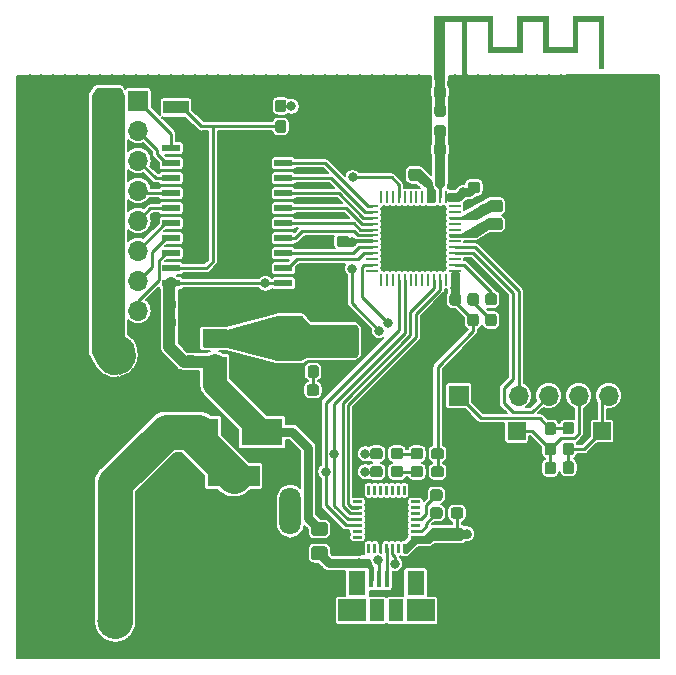
<source format=gbr>
G04 #@! TF.GenerationSoftware,KiCad,Pcbnew,5.1.1-8be2ce7~80~ubuntu18.04.1*
G04 #@! TF.CreationDate,2019-05-08T10:27:23+07:00*
G04 #@! TF.ProjectId,driver-servo-esp32,64726976-6572-42d7-9365-72766f2d6573,rev?*
G04 #@! TF.SameCoordinates,Original*
G04 #@! TF.FileFunction,Copper,L1,Top*
G04 #@! TF.FilePolarity,Positive*
%FSLAX46Y46*%
G04 Gerber Fmt 4.6, Leading zero omitted, Abs format (unit mm)*
G04 Created by KiCad (PCBNEW 5.1.1-8be2ce7~80~ubuntu18.04.1) date 2019-05-08 10:27:23*
%MOMM*%
%LPD*%
G04 APERTURE LIST*
%ADD10C,0.100000*%
%ADD11C,1.150000*%
%ADD12O,1.700000X1.700000*%
%ADD13R,1.700000X1.700000*%
%ADD14C,0.950000*%
%ADD15R,0.500000X0.500000*%
%ADD16R,0.900000X0.500000*%
%ADD17C,3.000000*%
%ADD18R,4.400000X1.800000*%
%ADD19O,4.000000X1.800000*%
%ADD20O,1.800000X4.000000*%
%ADD21R,3.500000X2.300000*%
%ADD22R,1.175000X1.900000*%
%ADD23R,2.375000X1.900000*%
%ADD24R,1.475000X2.100000*%
%ADD25R,0.450000X1.380000*%
%ADD26R,1.500000X1.500000*%
%ADD27R,2.160000X1.120000*%
%ADD28R,2.400000X2.400000*%
%ADD29R,1.200000X1.200000*%
%ADD30R,1.000000X0.250000*%
%ADD31R,0.250000X1.000000*%
%ADD32C,0.800000*%
%ADD33C,0.250000*%
%ADD34C,3.350000*%
%ADD35R,2.000000X1.500000*%
%ADD36R,2.000000X3.800000*%
%ADD37R,1.500000X0.600000*%
%ADD38C,0.800000*%
%ADD39C,0.250000*%
%ADD40C,0.350000*%
%ADD41C,0.860000*%
%ADD42C,1.000000*%
%ADD43C,2.000000*%
%ADD44C,3.000000*%
%ADD45C,0.450000*%
%ADD46C,0.254000*%
%ADD47C,0.200000*%
G04 APERTURE END LIST*
D10*
G36*
X132637700Y-95495900D02*
G01*
X134637700Y-95495900D01*
X134637700Y-92855900D01*
X137337700Y-92855900D01*
X137337700Y-95495900D01*
X139337700Y-95495900D01*
X139337700Y-92855900D01*
X142037700Y-92855900D01*
X142037700Y-97295900D01*
X141537700Y-97295900D01*
X141537700Y-93355900D01*
X139837700Y-93355900D01*
X139837700Y-95995900D01*
X136837700Y-95995900D01*
X136837700Y-93355900D01*
X135137700Y-93355900D01*
X135137700Y-95995900D01*
X132137700Y-95995900D01*
X132137700Y-93355900D01*
X130437700Y-93355900D01*
X130437700Y-98255900D01*
X129937700Y-98255900D01*
X129937700Y-93355900D01*
X128537700Y-93355900D01*
X128537700Y-98255900D01*
X127637700Y-98255900D01*
X127637700Y-98012685D01*
X127940117Y-98012685D01*
X127949958Y-98060295D01*
X127974026Y-98102697D01*
X128011969Y-98135481D01*
X128019881Y-98139835D01*
X128062544Y-98151943D01*
X128111063Y-98151200D01*
X128156578Y-98138300D01*
X128175189Y-98127687D01*
X128208832Y-98092453D01*
X128229391Y-98047268D01*
X128235922Y-97997742D01*
X128227482Y-97949483D01*
X128210588Y-97917257D01*
X128175328Y-97884587D01*
X128130018Y-97864492D01*
X128080433Y-97857918D01*
X128032347Y-97865808D01*
X127999455Y-97882714D01*
X127964515Y-97919484D01*
X127944853Y-97964278D01*
X127940117Y-98012685D01*
X127637700Y-98012685D01*
X127637700Y-92855900D01*
X132637700Y-92855900D01*
X132637700Y-95495900D01*
X132637700Y-95495900D01*
G37*
G36*
X118374505Y-137751204D02*
G01*
X118398773Y-137754804D01*
X118422572Y-137760765D01*
X118445671Y-137769030D01*
X118467850Y-137779520D01*
X118488893Y-137792132D01*
X118508599Y-137806747D01*
X118526777Y-137823223D01*
X118543253Y-137841401D01*
X118557868Y-137861107D01*
X118570480Y-137882150D01*
X118580970Y-137904329D01*
X118589235Y-137927428D01*
X118595196Y-137951227D01*
X118598796Y-137975495D01*
X118600000Y-137999999D01*
X118600000Y-138650001D01*
X118598796Y-138674505D01*
X118595196Y-138698773D01*
X118589235Y-138722572D01*
X118580970Y-138745671D01*
X118570480Y-138767850D01*
X118557868Y-138788893D01*
X118543253Y-138808599D01*
X118526777Y-138826777D01*
X118508599Y-138843253D01*
X118488893Y-138857868D01*
X118467850Y-138870480D01*
X118445671Y-138880970D01*
X118422572Y-138889235D01*
X118398773Y-138895196D01*
X118374505Y-138898796D01*
X118350001Y-138900000D01*
X117449999Y-138900000D01*
X117425495Y-138898796D01*
X117401227Y-138895196D01*
X117377428Y-138889235D01*
X117354329Y-138880970D01*
X117332150Y-138870480D01*
X117311107Y-138857868D01*
X117291401Y-138843253D01*
X117273223Y-138826777D01*
X117256747Y-138808599D01*
X117242132Y-138788893D01*
X117229520Y-138767850D01*
X117219030Y-138745671D01*
X117210765Y-138722572D01*
X117204804Y-138698773D01*
X117201204Y-138674505D01*
X117200000Y-138650001D01*
X117200000Y-137999999D01*
X117201204Y-137975495D01*
X117204804Y-137951227D01*
X117210765Y-137927428D01*
X117219030Y-137904329D01*
X117229520Y-137882150D01*
X117242132Y-137861107D01*
X117256747Y-137841401D01*
X117273223Y-137823223D01*
X117291401Y-137806747D01*
X117311107Y-137792132D01*
X117332150Y-137779520D01*
X117354329Y-137769030D01*
X117377428Y-137760765D01*
X117401227Y-137754804D01*
X117425495Y-137751204D01*
X117449999Y-137750000D01*
X118350001Y-137750000D01*
X118374505Y-137751204D01*
X118374505Y-137751204D01*
G37*
D11*
X117900000Y-138325000D03*
D10*
G36*
X118374505Y-135701204D02*
G01*
X118398773Y-135704804D01*
X118422572Y-135710765D01*
X118445671Y-135719030D01*
X118467850Y-135729520D01*
X118488893Y-135742132D01*
X118508599Y-135756747D01*
X118526777Y-135773223D01*
X118543253Y-135791401D01*
X118557868Y-135811107D01*
X118570480Y-135832150D01*
X118580970Y-135854329D01*
X118589235Y-135877428D01*
X118595196Y-135901227D01*
X118598796Y-135925495D01*
X118600000Y-135949999D01*
X118600000Y-136600001D01*
X118598796Y-136624505D01*
X118595196Y-136648773D01*
X118589235Y-136672572D01*
X118580970Y-136695671D01*
X118570480Y-136717850D01*
X118557868Y-136738893D01*
X118543253Y-136758599D01*
X118526777Y-136776777D01*
X118508599Y-136793253D01*
X118488893Y-136807868D01*
X118467850Y-136820480D01*
X118445671Y-136830970D01*
X118422572Y-136839235D01*
X118398773Y-136845196D01*
X118374505Y-136848796D01*
X118350001Y-136850000D01*
X117449999Y-136850000D01*
X117425495Y-136848796D01*
X117401227Y-136845196D01*
X117377428Y-136839235D01*
X117354329Y-136830970D01*
X117332150Y-136820480D01*
X117311107Y-136807868D01*
X117291401Y-136793253D01*
X117273223Y-136776777D01*
X117256747Y-136758599D01*
X117242132Y-136738893D01*
X117229520Y-136717850D01*
X117219030Y-136695671D01*
X117210765Y-136672572D01*
X117204804Y-136648773D01*
X117201204Y-136624505D01*
X117200000Y-136600001D01*
X117200000Y-135949999D01*
X117201204Y-135925495D01*
X117204804Y-135901227D01*
X117210765Y-135877428D01*
X117219030Y-135854329D01*
X117229520Y-135832150D01*
X117242132Y-135811107D01*
X117256747Y-135791401D01*
X117273223Y-135773223D01*
X117291401Y-135756747D01*
X117311107Y-135742132D01*
X117332150Y-135729520D01*
X117354329Y-135719030D01*
X117377428Y-135710765D01*
X117401227Y-135704804D01*
X117425495Y-135701204D01*
X117449999Y-135700000D01*
X118350001Y-135700000D01*
X118374505Y-135701204D01*
X118374505Y-135701204D01*
G37*
D11*
X117900000Y-136275000D03*
D12*
X142400000Y-125000000D03*
X139860000Y-125000000D03*
X137320000Y-125000000D03*
X134780000Y-125000000D03*
X132240000Y-125000000D03*
D13*
X129700000Y-125000000D03*
D12*
X100000000Y-117780000D03*
X100000000Y-115240000D03*
X100000000Y-112700000D03*
X100000000Y-110160000D03*
X100000000Y-107620000D03*
X100000000Y-105080000D03*
X100000000Y-102540000D03*
D13*
X100000000Y-100000000D03*
D10*
G36*
X134891379Y-108415944D02*
G01*
X134914434Y-108419363D01*
X134937043Y-108425027D01*
X134958987Y-108432879D01*
X134980057Y-108442844D01*
X135000048Y-108454826D01*
X135018768Y-108468710D01*
X135036038Y-108484362D01*
X135051690Y-108501632D01*
X135065574Y-108520352D01*
X135077556Y-108540343D01*
X135087521Y-108561413D01*
X135095373Y-108583357D01*
X135101037Y-108605966D01*
X135104456Y-108629021D01*
X135105600Y-108652300D01*
X135105600Y-109127300D01*
X135104456Y-109150579D01*
X135101037Y-109173634D01*
X135095373Y-109196243D01*
X135087521Y-109218187D01*
X135077556Y-109239257D01*
X135065574Y-109259248D01*
X135051690Y-109277968D01*
X135036038Y-109295238D01*
X135018768Y-109310890D01*
X135000048Y-109324774D01*
X134980057Y-109336756D01*
X134958987Y-109346721D01*
X134937043Y-109354573D01*
X134914434Y-109360237D01*
X134891379Y-109363656D01*
X134868100Y-109364800D01*
X134293100Y-109364800D01*
X134269821Y-109363656D01*
X134246766Y-109360237D01*
X134224157Y-109354573D01*
X134202213Y-109346721D01*
X134181143Y-109336756D01*
X134161152Y-109324774D01*
X134142432Y-109310890D01*
X134125162Y-109295238D01*
X134109510Y-109277968D01*
X134095626Y-109259248D01*
X134083644Y-109239257D01*
X134073679Y-109218187D01*
X134065827Y-109196243D01*
X134060163Y-109173634D01*
X134056744Y-109150579D01*
X134055600Y-109127300D01*
X134055600Y-108652300D01*
X134056744Y-108629021D01*
X134060163Y-108605966D01*
X134065827Y-108583357D01*
X134073679Y-108561413D01*
X134083644Y-108540343D01*
X134095626Y-108520352D01*
X134109510Y-108501632D01*
X134125162Y-108484362D01*
X134142432Y-108468710D01*
X134161152Y-108454826D01*
X134181143Y-108442844D01*
X134202213Y-108432879D01*
X134224157Y-108425027D01*
X134246766Y-108419363D01*
X134269821Y-108415944D01*
X134293100Y-108414800D01*
X134868100Y-108414800D01*
X134891379Y-108415944D01*
X134891379Y-108415944D01*
G37*
D14*
X134580600Y-108889800D03*
D10*
G36*
X133141379Y-108415944D02*
G01*
X133164434Y-108419363D01*
X133187043Y-108425027D01*
X133208987Y-108432879D01*
X133230057Y-108442844D01*
X133250048Y-108454826D01*
X133268768Y-108468710D01*
X133286038Y-108484362D01*
X133301690Y-108501632D01*
X133315574Y-108520352D01*
X133327556Y-108540343D01*
X133337521Y-108561413D01*
X133345373Y-108583357D01*
X133351037Y-108605966D01*
X133354456Y-108629021D01*
X133355600Y-108652300D01*
X133355600Y-109127300D01*
X133354456Y-109150579D01*
X133351037Y-109173634D01*
X133345373Y-109196243D01*
X133337521Y-109218187D01*
X133327556Y-109239257D01*
X133315574Y-109259248D01*
X133301690Y-109277968D01*
X133286038Y-109295238D01*
X133268768Y-109310890D01*
X133250048Y-109324774D01*
X133230057Y-109336756D01*
X133208987Y-109346721D01*
X133187043Y-109354573D01*
X133164434Y-109360237D01*
X133141379Y-109363656D01*
X133118100Y-109364800D01*
X132543100Y-109364800D01*
X132519821Y-109363656D01*
X132496766Y-109360237D01*
X132474157Y-109354573D01*
X132452213Y-109346721D01*
X132431143Y-109336756D01*
X132411152Y-109324774D01*
X132392432Y-109310890D01*
X132375162Y-109295238D01*
X132359510Y-109277968D01*
X132345626Y-109259248D01*
X132333644Y-109239257D01*
X132323679Y-109218187D01*
X132315827Y-109196243D01*
X132310163Y-109173634D01*
X132306744Y-109150579D01*
X132305600Y-109127300D01*
X132305600Y-108652300D01*
X132306744Y-108629021D01*
X132310163Y-108605966D01*
X132315827Y-108583357D01*
X132323679Y-108561413D01*
X132333644Y-108540343D01*
X132345626Y-108520352D01*
X132359510Y-108501632D01*
X132375162Y-108484362D01*
X132392432Y-108468710D01*
X132411152Y-108454826D01*
X132431143Y-108442844D01*
X132452213Y-108432879D01*
X132474157Y-108425027D01*
X132496766Y-108419363D01*
X132519821Y-108415944D01*
X132543100Y-108414800D01*
X133118100Y-108414800D01*
X133141379Y-108415944D01*
X133141379Y-108415944D01*
G37*
D14*
X132830600Y-108889800D03*
D15*
X130187700Y-98005900D03*
D16*
X128087700Y-98005900D03*
D17*
X100609400Y-144088200D03*
X100609400Y-121488200D03*
D18*
X110642400Y-131775200D03*
D19*
X110642400Y-137575200D03*
D20*
X115442400Y-134775200D03*
D10*
G36*
X119310579Y-117269944D02*
G01*
X119333634Y-117273363D01*
X119356243Y-117279027D01*
X119378187Y-117286879D01*
X119399257Y-117296844D01*
X119419248Y-117308826D01*
X119437968Y-117322710D01*
X119455238Y-117338362D01*
X119470890Y-117355632D01*
X119484774Y-117374352D01*
X119496756Y-117394343D01*
X119506721Y-117415413D01*
X119514573Y-117437357D01*
X119520237Y-117459966D01*
X119523656Y-117483021D01*
X119524800Y-117506300D01*
X119524800Y-118081300D01*
X119523656Y-118104579D01*
X119520237Y-118127634D01*
X119514573Y-118150243D01*
X119506721Y-118172187D01*
X119496756Y-118193257D01*
X119484774Y-118213248D01*
X119470890Y-118231968D01*
X119455238Y-118249238D01*
X119437968Y-118264890D01*
X119419248Y-118278774D01*
X119399257Y-118290756D01*
X119378187Y-118300721D01*
X119356243Y-118308573D01*
X119333634Y-118314237D01*
X119310579Y-118317656D01*
X119287300Y-118318800D01*
X118812300Y-118318800D01*
X118789021Y-118317656D01*
X118765966Y-118314237D01*
X118743357Y-118308573D01*
X118721413Y-118300721D01*
X118700343Y-118290756D01*
X118680352Y-118278774D01*
X118661632Y-118264890D01*
X118644362Y-118249238D01*
X118628710Y-118231968D01*
X118614826Y-118213248D01*
X118602844Y-118193257D01*
X118592879Y-118172187D01*
X118585027Y-118150243D01*
X118579363Y-118127634D01*
X118575944Y-118104579D01*
X118574800Y-118081300D01*
X118574800Y-117506300D01*
X118575944Y-117483021D01*
X118579363Y-117459966D01*
X118585027Y-117437357D01*
X118592879Y-117415413D01*
X118602844Y-117394343D01*
X118614826Y-117374352D01*
X118628710Y-117355632D01*
X118644362Y-117338362D01*
X118661632Y-117322710D01*
X118680352Y-117308826D01*
X118700343Y-117296844D01*
X118721413Y-117286879D01*
X118743357Y-117279027D01*
X118765966Y-117273363D01*
X118789021Y-117269944D01*
X118812300Y-117268800D01*
X119287300Y-117268800D01*
X119310579Y-117269944D01*
X119310579Y-117269944D01*
G37*
D14*
X119049800Y-117793800D03*
D10*
G36*
X119310579Y-119019944D02*
G01*
X119333634Y-119023363D01*
X119356243Y-119029027D01*
X119378187Y-119036879D01*
X119399257Y-119046844D01*
X119419248Y-119058826D01*
X119437968Y-119072710D01*
X119455238Y-119088362D01*
X119470890Y-119105632D01*
X119484774Y-119124352D01*
X119496756Y-119144343D01*
X119506721Y-119165413D01*
X119514573Y-119187357D01*
X119520237Y-119209966D01*
X119523656Y-119233021D01*
X119524800Y-119256300D01*
X119524800Y-119831300D01*
X119523656Y-119854579D01*
X119520237Y-119877634D01*
X119514573Y-119900243D01*
X119506721Y-119922187D01*
X119496756Y-119943257D01*
X119484774Y-119963248D01*
X119470890Y-119981968D01*
X119455238Y-119999238D01*
X119437968Y-120014890D01*
X119419248Y-120028774D01*
X119399257Y-120040756D01*
X119378187Y-120050721D01*
X119356243Y-120058573D01*
X119333634Y-120064237D01*
X119310579Y-120067656D01*
X119287300Y-120068800D01*
X118812300Y-120068800D01*
X118789021Y-120067656D01*
X118765966Y-120064237D01*
X118743357Y-120058573D01*
X118721413Y-120050721D01*
X118700343Y-120040756D01*
X118680352Y-120028774D01*
X118661632Y-120014890D01*
X118644362Y-119999238D01*
X118628710Y-119981968D01*
X118614826Y-119963248D01*
X118602844Y-119943257D01*
X118592879Y-119922187D01*
X118585027Y-119900243D01*
X118579363Y-119877634D01*
X118575944Y-119854579D01*
X118574800Y-119831300D01*
X118574800Y-119256300D01*
X118575944Y-119233021D01*
X118579363Y-119209966D01*
X118585027Y-119187357D01*
X118592879Y-119165413D01*
X118602844Y-119144343D01*
X118614826Y-119124352D01*
X118628710Y-119105632D01*
X118644362Y-119088362D01*
X118661632Y-119072710D01*
X118680352Y-119058826D01*
X118700343Y-119046844D01*
X118721413Y-119036879D01*
X118743357Y-119029027D01*
X118765966Y-119023363D01*
X118789021Y-119019944D01*
X118812300Y-119018800D01*
X119287300Y-119018800D01*
X119310579Y-119019944D01*
X119310579Y-119019944D01*
G37*
D14*
X119049800Y-119543800D03*
D10*
G36*
X139244779Y-132301944D02*
G01*
X139267834Y-132305363D01*
X139290443Y-132311027D01*
X139312387Y-132318879D01*
X139333457Y-132328844D01*
X139353448Y-132340826D01*
X139372168Y-132354710D01*
X139389438Y-132370362D01*
X139405090Y-132387632D01*
X139418974Y-132406352D01*
X139430956Y-132426343D01*
X139440921Y-132447413D01*
X139448773Y-132469357D01*
X139454437Y-132491966D01*
X139457856Y-132515021D01*
X139459000Y-132538300D01*
X139459000Y-133113300D01*
X139457856Y-133136579D01*
X139454437Y-133159634D01*
X139448773Y-133182243D01*
X139440921Y-133204187D01*
X139430956Y-133225257D01*
X139418974Y-133245248D01*
X139405090Y-133263968D01*
X139389438Y-133281238D01*
X139372168Y-133296890D01*
X139353448Y-133310774D01*
X139333457Y-133322756D01*
X139312387Y-133332721D01*
X139290443Y-133340573D01*
X139267834Y-133346237D01*
X139244779Y-133349656D01*
X139221500Y-133350800D01*
X138746500Y-133350800D01*
X138723221Y-133349656D01*
X138700166Y-133346237D01*
X138677557Y-133340573D01*
X138655613Y-133332721D01*
X138634543Y-133322756D01*
X138614552Y-133310774D01*
X138595832Y-133296890D01*
X138578562Y-133281238D01*
X138562910Y-133263968D01*
X138549026Y-133245248D01*
X138537044Y-133225257D01*
X138527079Y-133204187D01*
X138519227Y-133182243D01*
X138513563Y-133159634D01*
X138510144Y-133136579D01*
X138509000Y-133113300D01*
X138509000Y-132538300D01*
X138510144Y-132515021D01*
X138513563Y-132491966D01*
X138519227Y-132469357D01*
X138527079Y-132447413D01*
X138537044Y-132426343D01*
X138549026Y-132406352D01*
X138562910Y-132387632D01*
X138578562Y-132370362D01*
X138595832Y-132354710D01*
X138614552Y-132340826D01*
X138634543Y-132328844D01*
X138655613Y-132318879D01*
X138677557Y-132311027D01*
X138700166Y-132305363D01*
X138723221Y-132301944D01*
X138746500Y-132300800D01*
X139221500Y-132300800D01*
X139244779Y-132301944D01*
X139244779Y-132301944D01*
G37*
D14*
X138984000Y-132825800D03*
D10*
G36*
X139244779Y-130551944D02*
G01*
X139267834Y-130555363D01*
X139290443Y-130561027D01*
X139312387Y-130568879D01*
X139333457Y-130578844D01*
X139353448Y-130590826D01*
X139372168Y-130604710D01*
X139389438Y-130620362D01*
X139405090Y-130637632D01*
X139418974Y-130656352D01*
X139430956Y-130676343D01*
X139440921Y-130697413D01*
X139448773Y-130719357D01*
X139454437Y-130741966D01*
X139457856Y-130765021D01*
X139459000Y-130788300D01*
X139459000Y-131363300D01*
X139457856Y-131386579D01*
X139454437Y-131409634D01*
X139448773Y-131432243D01*
X139440921Y-131454187D01*
X139430956Y-131475257D01*
X139418974Y-131495248D01*
X139405090Y-131513968D01*
X139389438Y-131531238D01*
X139372168Y-131546890D01*
X139353448Y-131560774D01*
X139333457Y-131572756D01*
X139312387Y-131582721D01*
X139290443Y-131590573D01*
X139267834Y-131596237D01*
X139244779Y-131599656D01*
X139221500Y-131600800D01*
X138746500Y-131600800D01*
X138723221Y-131599656D01*
X138700166Y-131596237D01*
X138677557Y-131590573D01*
X138655613Y-131582721D01*
X138634543Y-131572756D01*
X138614552Y-131560774D01*
X138595832Y-131546890D01*
X138578562Y-131531238D01*
X138562910Y-131513968D01*
X138549026Y-131495248D01*
X138537044Y-131475257D01*
X138527079Y-131454187D01*
X138519227Y-131432243D01*
X138513563Y-131409634D01*
X138510144Y-131386579D01*
X138509000Y-131363300D01*
X138509000Y-130788300D01*
X138510144Y-130765021D01*
X138513563Y-130741966D01*
X138519227Y-130719357D01*
X138527079Y-130697413D01*
X138537044Y-130676343D01*
X138549026Y-130656352D01*
X138562910Y-130637632D01*
X138578562Y-130620362D01*
X138595832Y-130604710D01*
X138614552Y-130590826D01*
X138634543Y-130578844D01*
X138655613Y-130568879D01*
X138677557Y-130561027D01*
X138700166Y-130555363D01*
X138723221Y-130551944D01*
X138746500Y-130550800D01*
X139221500Y-130550800D01*
X139244779Y-130551944D01*
X139244779Y-130551944D01*
G37*
D14*
X138984000Y-131075800D03*
D10*
G36*
X130166979Y-98802044D02*
G01*
X130190034Y-98805463D01*
X130212643Y-98811127D01*
X130234587Y-98818979D01*
X130255657Y-98828944D01*
X130275648Y-98840926D01*
X130294368Y-98854810D01*
X130311638Y-98870462D01*
X130327290Y-98887732D01*
X130341174Y-98906452D01*
X130353156Y-98926443D01*
X130363121Y-98947513D01*
X130370973Y-98969457D01*
X130376637Y-98992066D01*
X130380056Y-99015121D01*
X130381200Y-99038400D01*
X130381200Y-99513400D01*
X130380056Y-99536679D01*
X130376637Y-99559734D01*
X130370973Y-99582343D01*
X130363121Y-99604287D01*
X130353156Y-99625357D01*
X130341174Y-99645348D01*
X130327290Y-99664068D01*
X130311638Y-99681338D01*
X130294368Y-99696990D01*
X130275648Y-99710874D01*
X130255657Y-99722856D01*
X130234587Y-99732821D01*
X130212643Y-99740673D01*
X130190034Y-99746337D01*
X130166979Y-99749756D01*
X130143700Y-99750900D01*
X129568700Y-99750900D01*
X129545421Y-99749756D01*
X129522366Y-99746337D01*
X129499757Y-99740673D01*
X129477813Y-99732821D01*
X129456743Y-99722856D01*
X129436752Y-99710874D01*
X129418032Y-99696990D01*
X129400762Y-99681338D01*
X129385110Y-99664068D01*
X129371226Y-99645348D01*
X129359244Y-99625357D01*
X129349279Y-99604287D01*
X129341427Y-99582343D01*
X129335763Y-99559734D01*
X129332344Y-99536679D01*
X129331200Y-99513400D01*
X129331200Y-99038400D01*
X129332344Y-99015121D01*
X129335763Y-98992066D01*
X129341427Y-98969457D01*
X129349279Y-98947513D01*
X129359244Y-98926443D01*
X129371226Y-98906452D01*
X129385110Y-98887732D01*
X129400762Y-98870462D01*
X129418032Y-98854810D01*
X129436752Y-98840926D01*
X129456743Y-98828944D01*
X129477813Y-98818979D01*
X129499757Y-98811127D01*
X129522366Y-98805463D01*
X129545421Y-98802044D01*
X129568700Y-98800900D01*
X130143700Y-98800900D01*
X130166979Y-98802044D01*
X130166979Y-98802044D01*
G37*
D14*
X129856200Y-99275900D03*
D10*
G36*
X128416979Y-98802044D02*
G01*
X128440034Y-98805463D01*
X128462643Y-98811127D01*
X128484587Y-98818979D01*
X128505657Y-98828944D01*
X128525648Y-98840926D01*
X128544368Y-98854810D01*
X128561638Y-98870462D01*
X128577290Y-98887732D01*
X128591174Y-98906452D01*
X128603156Y-98926443D01*
X128613121Y-98947513D01*
X128620973Y-98969457D01*
X128626637Y-98992066D01*
X128630056Y-99015121D01*
X128631200Y-99038400D01*
X128631200Y-99513400D01*
X128630056Y-99536679D01*
X128626637Y-99559734D01*
X128620973Y-99582343D01*
X128613121Y-99604287D01*
X128603156Y-99625357D01*
X128591174Y-99645348D01*
X128577290Y-99664068D01*
X128561638Y-99681338D01*
X128544368Y-99696990D01*
X128525648Y-99710874D01*
X128505657Y-99722856D01*
X128484587Y-99732821D01*
X128462643Y-99740673D01*
X128440034Y-99746337D01*
X128416979Y-99749756D01*
X128393700Y-99750900D01*
X127818700Y-99750900D01*
X127795421Y-99749756D01*
X127772366Y-99746337D01*
X127749757Y-99740673D01*
X127727813Y-99732821D01*
X127706743Y-99722856D01*
X127686752Y-99710874D01*
X127668032Y-99696990D01*
X127650762Y-99681338D01*
X127635110Y-99664068D01*
X127621226Y-99645348D01*
X127609244Y-99625357D01*
X127599279Y-99604287D01*
X127591427Y-99582343D01*
X127585763Y-99559734D01*
X127582344Y-99536679D01*
X127581200Y-99513400D01*
X127581200Y-99038400D01*
X127582344Y-99015121D01*
X127585763Y-98992066D01*
X127591427Y-98969457D01*
X127599279Y-98947513D01*
X127609244Y-98926443D01*
X127621226Y-98906452D01*
X127635110Y-98887732D01*
X127650762Y-98870462D01*
X127668032Y-98854810D01*
X127686752Y-98840926D01*
X127706743Y-98828944D01*
X127727813Y-98818979D01*
X127749757Y-98811127D01*
X127772366Y-98805463D01*
X127795421Y-98802044D01*
X127818700Y-98800900D01*
X128393700Y-98800900D01*
X128416979Y-98802044D01*
X128416979Y-98802044D01*
G37*
D14*
X128106200Y-99275900D03*
D10*
G36*
X126181279Y-104011144D02*
G01*
X126204334Y-104014563D01*
X126226943Y-104020227D01*
X126248887Y-104028079D01*
X126269957Y-104038044D01*
X126289948Y-104050026D01*
X126308668Y-104063910D01*
X126325938Y-104079562D01*
X126341590Y-104096832D01*
X126355474Y-104115552D01*
X126367456Y-104135543D01*
X126377421Y-104156613D01*
X126385273Y-104178557D01*
X126390937Y-104201166D01*
X126394356Y-104224221D01*
X126395500Y-104247500D01*
X126395500Y-104822500D01*
X126394356Y-104845779D01*
X126390937Y-104868834D01*
X126385273Y-104891443D01*
X126377421Y-104913387D01*
X126367456Y-104934457D01*
X126355474Y-104954448D01*
X126341590Y-104973168D01*
X126325938Y-104990438D01*
X126308668Y-105006090D01*
X126289948Y-105019974D01*
X126269957Y-105031956D01*
X126248887Y-105041921D01*
X126226943Y-105049773D01*
X126204334Y-105055437D01*
X126181279Y-105058856D01*
X126158000Y-105060000D01*
X125683000Y-105060000D01*
X125659721Y-105058856D01*
X125636666Y-105055437D01*
X125614057Y-105049773D01*
X125592113Y-105041921D01*
X125571043Y-105031956D01*
X125551052Y-105019974D01*
X125532332Y-105006090D01*
X125515062Y-104990438D01*
X125499410Y-104973168D01*
X125485526Y-104954448D01*
X125473544Y-104934457D01*
X125463579Y-104913387D01*
X125455727Y-104891443D01*
X125450063Y-104868834D01*
X125446644Y-104845779D01*
X125445500Y-104822500D01*
X125445500Y-104247500D01*
X125446644Y-104224221D01*
X125450063Y-104201166D01*
X125455727Y-104178557D01*
X125463579Y-104156613D01*
X125473544Y-104135543D01*
X125485526Y-104115552D01*
X125499410Y-104096832D01*
X125515062Y-104079562D01*
X125532332Y-104063910D01*
X125551052Y-104050026D01*
X125571043Y-104038044D01*
X125592113Y-104028079D01*
X125614057Y-104020227D01*
X125636666Y-104014563D01*
X125659721Y-104011144D01*
X125683000Y-104010000D01*
X126158000Y-104010000D01*
X126181279Y-104011144D01*
X126181279Y-104011144D01*
G37*
D14*
X125920500Y-104535000D03*
D10*
G36*
X126181279Y-105761144D02*
G01*
X126204334Y-105764563D01*
X126226943Y-105770227D01*
X126248887Y-105778079D01*
X126269957Y-105788044D01*
X126289948Y-105800026D01*
X126308668Y-105813910D01*
X126325938Y-105829562D01*
X126341590Y-105846832D01*
X126355474Y-105865552D01*
X126367456Y-105885543D01*
X126377421Y-105906613D01*
X126385273Y-105928557D01*
X126390937Y-105951166D01*
X126394356Y-105974221D01*
X126395500Y-105997500D01*
X126395500Y-106572500D01*
X126394356Y-106595779D01*
X126390937Y-106618834D01*
X126385273Y-106641443D01*
X126377421Y-106663387D01*
X126367456Y-106684457D01*
X126355474Y-106704448D01*
X126341590Y-106723168D01*
X126325938Y-106740438D01*
X126308668Y-106756090D01*
X126289948Y-106769974D01*
X126269957Y-106781956D01*
X126248887Y-106791921D01*
X126226943Y-106799773D01*
X126204334Y-106805437D01*
X126181279Y-106808856D01*
X126158000Y-106810000D01*
X125683000Y-106810000D01*
X125659721Y-106808856D01*
X125636666Y-106805437D01*
X125614057Y-106799773D01*
X125592113Y-106791921D01*
X125571043Y-106781956D01*
X125551052Y-106769974D01*
X125532332Y-106756090D01*
X125515062Y-106740438D01*
X125499410Y-106723168D01*
X125485526Y-106704448D01*
X125473544Y-106684457D01*
X125463579Y-106663387D01*
X125455727Y-106641443D01*
X125450063Y-106618834D01*
X125446644Y-106595779D01*
X125445500Y-106572500D01*
X125445500Y-105997500D01*
X125446644Y-105974221D01*
X125450063Y-105951166D01*
X125455727Y-105928557D01*
X125463579Y-105906613D01*
X125473544Y-105885543D01*
X125485526Y-105865552D01*
X125499410Y-105846832D01*
X125515062Y-105829562D01*
X125532332Y-105813910D01*
X125551052Y-105800026D01*
X125571043Y-105788044D01*
X125592113Y-105778079D01*
X125614057Y-105770227D01*
X125636666Y-105764563D01*
X125659721Y-105761144D01*
X125683000Y-105760000D01*
X126158000Y-105760000D01*
X126181279Y-105761144D01*
X126181279Y-105761144D01*
G37*
D14*
X125920500Y-106285000D03*
D10*
G36*
X130166979Y-103678844D02*
G01*
X130190034Y-103682263D01*
X130212643Y-103687927D01*
X130234587Y-103695779D01*
X130255657Y-103705744D01*
X130275648Y-103717726D01*
X130294368Y-103731610D01*
X130311638Y-103747262D01*
X130327290Y-103764532D01*
X130341174Y-103783252D01*
X130353156Y-103803243D01*
X130363121Y-103824313D01*
X130370973Y-103846257D01*
X130376637Y-103868866D01*
X130380056Y-103891921D01*
X130381200Y-103915200D01*
X130381200Y-104390200D01*
X130380056Y-104413479D01*
X130376637Y-104436534D01*
X130370973Y-104459143D01*
X130363121Y-104481087D01*
X130353156Y-104502157D01*
X130341174Y-104522148D01*
X130327290Y-104540868D01*
X130311638Y-104558138D01*
X130294368Y-104573790D01*
X130275648Y-104587674D01*
X130255657Y-104599656D01*
X130234587Y-104609621D01*
X130212643Y-104617473D01*
X130190034Y-104623137D01*
X130166979Y-104626556D01*
X130143700Y-104627700D01*
X129568700Y-104627700D01*
X129545421Y-104626556D01*
X129522366Y-104623137D01*
X129499757Y-104617473D01*
X129477813Y-104609621D01*
X129456743Y-104599656D01*
X129436752Y-104587674D01*
X129418032Y-104573790D01*
X129400762Y-104558138D01*
X129385110Y-104540868D01*
X129371226Y-104522148D01*
X129359244Y-104502157D01*
X129349279Y-104481087D01*
X129341427Y-104459143D01*
X129335763Y-104436534D01*
X129332344Y-104413479D01*
X129331200Y-104390200D01*
X129331200Y-103915200D01*
X129332344Y-103891921D01*
X129335763Y-103868866D01*
X129341427Y-103846257D01*
X129349279Y-103824313D01*
X129359244Y-103803243D01*
X129371226Y-103783252D01*
X129385110Y-103764532D01*
X129400762Y-103747262D01*
X129418032Y-103731610D01*
X129436752Y-103717726D01*
X129456743Y-103705744D01*
X129477813Y-103695779D01*
X129499757Y-103687927D01*
X129522366Y-103682263D01*
X129545421Y-103678844D01*
X129568700Y-103677700D01*
X130143700Y-103677700D01*
X130166979Y-103678844D01*
X130166979Y-103678844D01*
G37*
D14*
X129856200Y-104152700D03*
D10*
G36*
X128416979Y-103678844D02*
G01*
X128440034Y-103682263D01*
X128462643Y-103687927D01*
X128484587Y-103695779D01*
X128505657Y-103705744D01*
X128525648Y-103717726D01*
X128544368Y-103731610D01*
X128561638Y-103747262D01*
X128577290Y-103764532D01*
X128591174Y-103783252D01*
X128603156Y-103803243D01*
X128613121Y-103824313D01*
X128620973Y-103846257D01*
X128626637Y-103868866D01*
X128630056Y-103891921D01*
X128631200Y-103915200D01*
X128631200Y-104390200D01*
X128630056Y-104413479D01*
X128626637Y-104436534D01*
X128620973Y-104459143D01*
X128613121Y-104481087D01*
X128603156Y-104502157D01*
X128591174Y-104522148D01*
X128577290Y-104540868D01*
X128561638Y-104558138D01*
X128544368Y-104573790D01*
X128525648Y-104587674D01*
X128505657Y-104599656D01*
X128484587Y-104609621D01*
X128462643Y-104617473D01*
X128440034Y-104623137D01*
X128416979Y-104626556D01*
X128393700Y-104627700D01*
X127818700Y-104627700D01*
X127795421Y-104626556D01*
X127772366Y-104623137D01*
X127749757Y-104617473D01*
X127727813Y-104609621D01*
X127706743Y-104599656D01*
X127686752Y-104587674D01*
X127668032Y-104573790D01*
X127650762Y-104558138D01*
X127635110Y-104540868D01*
X127621226Y-104522148D01*
X127609244Y-104502157D01*
X127599279Y-104481087D01*
X127591427Y-104459143D01*
X127585763Y-104436534D01*
X127582344Y-104413479D01*
X127581200Y-104390200D01*
X127581200Y-103915200D01*
X127582344Y-103891921D01*
X127585763Y-103868866D01*
X127591427Y-103846257D01*
X127599279Y-103824313D01*
X127609244Y-103803243D01*
X127621226Y-103783252D01*
X127635110Y-103764532D01*
X127650762Y-103747262D01*
X127668032Y-103731610D01*
X127686752Y-103717726D01*
X127706743Y-103705744D01*
X127727813Y-103695779D01*
X127749757Y-103687927D01*
X127772366Y-103682263D01*
X127795421Y-103678844D01*
X127818700Y-103677700D01*
X128393700Y-103677700D01*
X128416979Y-103678844D01*
X128416979Y-103678844D01*
G37*
D14*
X128106200Y-104152700D03*
D10*
G36*
X137710779Y-132351144D02*
G01*
X137733834Y-132354563D01*
X137756443Y-132360227D01*
X137778387Y-132368079D01*
X137799457Y-132378044D01*
X137819448Y-132390026D01*
X137838168Y-132403910D01*
X137855438Y-132419562D01*
X137871090Y-132436832D01*
X137884974Y-132455552D01*
X137896956Y-132475543D01*
X137906921Y-132496613D01*
X137914773Y-132518557D01*
X137920437Y-132541166D01*
X137923856Y-132564221D01*
X137925000Y-132587500D01*
X137925000Y-133162500D01*
X137923856Y-133185779D01*
X137920437Y-133208834D01*
X137914773Y-133231443D01*
X137906921Y-133253387D01*
X137896956Y-133274457D01*
X137884974Y-133294448D01*
X137871090Y-133313168D01*
X137855438Y-133330438D01*
X137838168Y-133346090D01*
X137819448Y-133359974D01*
X137799457Y-133371956D01*
X137778387Y-133381921D01*
X137756443Y-133389773D01*
X137733834Y-133395437D01*
X137710779Y-133398856D01*
X137687500Y-133400000D01*
X137212500Y-133400000D01*
X137189221Y-133398856D01*
X137166166Y-133395437D01*
X137143557Y-133389773D01*
X137121613Y-133381921D01*
X137100543Y-133371956D01*
X137080552Y-133359974D01*
X137061832Y-133346090D01*
X137044562Y-133330438D01*
X137028910Y-133313168D01*
X137015026Y-133294448D01*
X137003044Y-133274457D01*
X136993079Y-133253387D01*
X136985227Y-133231443D01*
X136979563Y-133208834D01*
X136976144Y-133185779D01*
X136975000Y-133162500D01*
X136975000Y-132587500D01*
X136976144Y-132564221D01*
X136979563Y-132541166D01*
X136985227Y-132518557D01*
X136993079Y-132496613D01*
X137003044Y-132475543D01*
X137015026Y-132455552D01*
X137028910Y-132436832D01*
X137044562Y-132419562D01*
X137061832Y-132403910D01*
X137080552Y-132390026D01*
X137100543Y-132378044D01*
X137121613Y-132368079D01*
X137143557Y-132360227D01*
X137166166Y-132354563D01*
X137189221Y-132351144D01*
X137212500Y-132350000D01*
X137687500Y-132350000D01*
X137710779Y-132351144D01*
X137710779Y-132351144D01*
G37*
D14*
X137450000Y-132875000D03*
D10*
G36*
X137710779Y-130601144D02*
G01*
X137733834Y-130604563D01*
X137756443Y-130610227D01*
X137778387Y-130618079D01*
X137799457Y-130628044D01*
X137819448Y-130640026D01*
X137838168Y-130653910D01*
X137855438Y-130669562D01*
X137871090Y-130686832D01*
X137884974Y-130705552D01*
X137896956Y-130725543D01*
X137906921Y-130746613D01*
X137914773Y-130768557D01*
X137920437Y-130791166D01*
X137923856Y-130814221D01*
X137925000Y-130837500D01*
X137925000Y-131412500D01*
X137923856Y-131435779D01*
X137920437Y-131458834D01*
X137914773Y-131481443D01*
X137906921Y-131503387D01*
X137896956Y-131524457D01*
X137884974Y-131544448D01*
X137871090Y-131563168D01*
X137855438Y-131580438D01*
X137838168Y-131596090D01*
X137819448Y-131609974D01*
X137799457Y-131621956D01*
X137778387Y-131631921D01*
X137756443Y-131639773D01*
X137733834Y-131645437D01*
X137710779Y-131648856D01*
X137687500Y-131650000D01*
X137212500Y-131650000D01*
X137189221Y-131648856D01*
X137166166Y-131645437D01*
X137143557Y-131639773D01*
X137121613Y-131631921D01*
X137100543Y-131621956D01*
X137080552Y-131609974D01*
X137061832Y-131596090D01*
X137044562Y-131580438D01*
X137028910Y-131563168D01*
X137015026Y-131544448D01*
X137003044Y-131524457D01*
X136993079Y-131503387D01*
X136985227Y-131481443D01*
X136979563Y-131458834D01*
X136976144Y-131435779D01*
X136975000Y-131412500D01*
X136975000Y-130837500D01*
X136976144Y-130814221D01*
X136979563Y-130791166D01*
X136985227Y-130768557D01*
X136993079Y-130746613D01*
X137003044Y-130725543D01*
X137015026Y-130705552D01*
X137028910Y-130686832D01*
X137044562Y-130669562D01*
X137061832Y-130653910D01*
X137080552Y-130640026D01*
X137100543Y-130628044D01*
X137121613Y-130618079D01*
X137143557Y-130610227D01*
X137166166Y-130604563D01*
X137189221Y-130601144D01*
X137212500Y-130600000D01*
X137687500Y-130600000D01*
X137710779Y-130601144D01*
X137710779Y-130601144D01*
G37*
D14*
X137450000Y-131125000D03*
D10*
G36*
X133037179Y-106891944D02*
G01*
X133060234Y-106895363D01*
X133082843Y-106901027D01*
X133104787Y-106908879D01*
X133125857Y-106918844D01*
X133145848Y-106930826D01*
X133164568Y-106944710D01*
X133181838Y-106960362D01*
X133197490Y-106977632D01*
X133211374Y-106996352D01*
X133223356Y-107016343D01*
X133233321Y-107037413D01*
X133241173Y-107059357D01*
X133246837Y-107081966D01*
X133250256Y-107105021D01*
X133251400Y-107128300D01*
X133251400Y-107603300D01*
X133250256Y-107626579D01*
X133246837Y-107649634D01*
X133241173Y-107672243D01*
X133233321Y-107694187D01*
X133223356Y-107715257D01*
X133211374Y-107735248D01*
X133197490Y-107753968D01*
X133181838Y-107771238D01*
X133164568Y-107786890D01*
X133145848Y-107800774D01*
X133125857Y-107812756D01*
X133104787Y-107822721D01*
X133082843Y-107830573D01*
X133060234Y-107836237D01*
X133037179Y-107839656D01*
X133013900Y-107840800D01*
X132438900Y-107840800D01*
X132415621Y-107839656D01*
X132392566Y-107836237D01*
X132369957Y-107830573D01*
X132348013Y-107822721D01*
X132326943Y-107812756D01*
X132306952Y-107800774D01*
X132288232Y-107786890D01*
X132270962Y-107771238D01*
X132255310Y-107753968D01*
X132241426Y-107735248D01*
X132229444Y-107715257D01*
X132219479Y-107694187D01*
X132211627Y-107672243D01*
X132205963Y-107649634D01*
X132202544Y-107626579D01*
X132201400Y-107603300D01*
X132201400Y-107128300D01*
X132202544Y-107105021D01*
X132205963Y-107081966D01*
X132211627Y-107059357D01*
X132219479Y-107037413D01*
X132229444Y-107016343D01*
X132241426Y-106996352D01*
X132255310Y-106977632D01*
X132270962Y-106960362D01*
X132288232Y-106944710D01*
X132306952Y-106930826D01*
X132326943Y-106918844D01*
X132348013Y-106908879D01*
X132369957Y-106901027D01*
X132392566Y-106895363D01*
X132415621Y-106891944D01*
X132438900Y-106890800D01*
X133013900Y-106890800D01*
X133037179Y-106891944D01*
X133037179Y-106891944D01*
G37*
D14*
X132726400Y-107365800D03*
D10*
G36*
X131287179Y-106891944D02*
G01*
X131310234Y-106895363D01*
X131332843Y-106901027D01*
X131354787Y-106908879D01*
X131375857Y-106918844D01*
X131395848Y-106930826D01*
X131414568Y-106944710D01*
X131431838Y-106960362D01*
X131447490Y-106977632D01*
X131461374Y-106996352D01*
X131473356Y-107016343D01*
X131483321Y-107037413D01*
X131491173Y-107059357D01*
X131496837Y-107081966D01*
X131500256Y-107105021D01*
X131501400Y-107128300D01*
X131501400Y-107603300D01*
X131500256Y-107626579D01*
X131496837Y-107649634D01*
X131491173Y-107672243D01*
X131483321Y-107694187D01*
X131473356Y-107715257D01*
X131461374Y-107735248D01*
X131447490Y-107753968D01*
X131431838Y-107771238D01*
X131414568Y-107786890D01*
X131395848Y-107800774D01*
X131375857Y-107812756D01*
X131354787Y-107822721D01*
X131332843Y-107830573D01*
X131310234Y-107836237D01*
X131287179Y-107839656D01*
X131263900Y-107840800D01*
X130688900Y-107840800D01*
X130665621Y-107839656D01*
X130642566Y-107836237D01*
X130619957Y-107830573D01*
X130598013Y-107822721D01*
X130576943Y-107812756D01*
X130556952Y-107800774D01*
X130538232Y-107786890D01*
X130520962Y-107771238D01*
X130505310Y-107753968D01*
X130491426Y-107735248D01*
X130479444Y-107715257D01*
X130469479Y-107694187D01*
X130461627Y-107672243D01*
X130455963Y-107649634D01*
X130452544Y-107626579D01*
X130451400Y-107603300D01*
X130451400Y-107128300D01*
X130452544Y-107105021D01*
X130455963Y-107081966D01*
X130461627Y-107059357D01*
X130469479Y-107037413D01*
X130479444Y-107016343D01*
X130491426Y-106996352D01*
X130505310Y-106977632D01*
X130520962Y-106960362D01*
X130538232Y-106944710D01*
X130556952Y-106930826D01*
X130576943Y-106918844D01*
X130598013Y-106908879D01*
X130619957Y-106901027D01*
X130642566Y-106895363D01*
X130665621Y-106891944D01*
X130688900Y-106890800D01*
X131263900Y-106890800D01*
X131287179Y-106891944D01*
X131287179Y-106891944D01*
G37*
D14*
X130976400Y-107365800D03*
D10*
G36*
X118460179Y-111463944D02*
G01*
X118483234Y-111467363D01*
X118505843Y-111473027D01*
X118527787Y-111480879D01*
X118548857Y-111490844D01*
X118568848Y-111502826D01*
X118587568Y-111516710D01*
X118604838Y-111532362D01*
X118620490Y-111549632D01*
X118634374Y-111568352D01*
X118646356Y-111588343D01*
X118656321Y-111609413D01*
X118664173Y-111631357D01*
X118669837Y-111653966D01*
X118673256Y-111677021D01*
X118674400Y-111700300D01*
X118674400Y-112175300D01*
X118673256Y-112198579D01*
X118669837Y-112221634D01*
X118664173Y-112244243D01*
X118656321Y-112266187D01*
X118646356Y-112287257D01*
X118634374Y-112307248D01*
X118620490Y-112325968D01*
X118604838Y-112343238D01*
X118587568Y-112358890D01*
X118568848Y-112372774D01*
X118548857Y-112384756D01*
X118527787Y-112394721D01*
X118505843Y-112402573D01*
X118483234Y-112408237D01*
X118460179Y-112411656D01*
X118436900Y-112412800D01*
X117861900Y-112412800D01*
X117838621Y-112411656D01*
X117815566Y-112408237D01*
X117792957Y-112402573D01*
X117771013Y-112394721D01*
X117749943Y-112384756D01*
X117729952Y-112372774D01*
X117711232Y-112358890D01*
X117693962Y-112343238D01*
X117678310Y-112325968D01*
X117664426Y-112307248D01*
X117652444Y-112287257D01*
X117642479Y-112266187D01*
X117634627Y-112244243D01*
X117628963Y-112221634D01*
X117625544Y-112198579D01*
X117624400Y-112175300D01*
X117624400Y-111700300D01*
X117625544Y-111677021D01*
X117628963Y-111653966D01*
X117634627Y-111631357D01*
X117642479Y-111609413D01*
X117652444Y-111588343D01*
X117664426Y-111568352D01*
X117678310Y-111549632D01*
X117693962Y-111532362D01*
X117711232Y-111516710D01*
X117729952Y-111502826D01*
X117749943Y-111490844D01*
X117771013Y-111480879D01*
X117792957Y-111473027D01*
X117815566Y-111467363D01*
X117838621Y-111463944D01*
X117861900Y-111462800D01*
X118436900Y-111462800D01*
X118460179Y-111463944D01*
X118460179Y-111463944D01*
G37*
D14*
X118149400Y-111937800D03*
D10*
G36*
X120210179Y-111463944D02*
G01*
X120233234Y-111467363D01*
X120255843Y-111473027D01*
X120277787Y-111480879D01*
X120298857Y-111490844D01*
X120318848Y-111502826D01*
X120337568Y-111516710D01*
X120354838Y-111532362D01*
X120370490Y-111549632D01*
X120384374Y-111568352D01*
X120396356Y-111588343D01*
X120406321Y-111609413D01*
X120414173Y-111631357D01*
X120419837Y-111653966D01*
X120423256Y-111677021D01*
X120424400Y-111700300D01*
X120424400Y-112175300D01*
X120423256Y-112198579D01*
X120419837Y-112221634D01*
X120414173Y-112244243D01*
X120406321Y-112266187D01*
X120396356Y-112287257D01*
X120384374Y-112307248D01*
X120370490Y-112325968D01*
X120354838Y-112343238D01*
X120337568Y-112358890D01*
X120318848Y-112372774D01*
X120298857Y-112384756D01*
X120277787Y-112394721D01*
X120255843Y-112402573D01*
X120233234Y-112408237D01*
X120210179Y-112411656D01*
X120186900Y-112412800D01*
X119611900Y-112412800D01*
X119588621Y-112411656D01*
X119565566Y-112408237D01*
X119542957Y-112402573D01*
X119521013Y-112394721D01*
X119499943Y-112384756D01*
X119479952Y-112372774D01*
X119461232Y-112358890D01*
X119443962Y-112343238D01*
X119428310Y-112325968D01*
X119414426Y-112307248D01*
X119402444Y-112287257D01*
X119392479Y-112266187D01*
X119384627Y-112244243D01*
X119378963Y-112221634D01*
X119375544Y-112198579D01*
X119374400Y-112175300D01*
X119374400Y-111700300D01*
X119375544Y-111677021D01*
X119378963Y-111653966D01*
X119384627Y-111631357D01*
X119392479Y-111609413D01*
X119402444Y-111588343D01*
X119414426Y-111568352D01*
X119428310Y-111549632D01*
X119443962Y-111532362D01*
X119461232Y-111516710D01*
X119479952Y-111502826D01*
X119499943Y-111490844D01*
X119521013Y-111480879D01*
X119542957Y-111473027D01*
X119565566Y-111467363D01*
X119588621Y-111463944D01*
X119611900Y-111462800D01*
X120186900Y-111462800D01*
X120210179Y-111463944D01*
X120210179Y-111463944D01*
G37*
D14*
X119899400Y-111937800D03*
D10*
G36*
X129648379Y-118054744D02*
G01*
X129671434Y-118058163D01*
X129694043Y-118063827D01*
X129715987Y-118071679D01*
X129737057Y-118081644D01*
X129757048Y-118093626D01*
X129775768Y-118107510D01*
X129793038Y-118123162D01*
X129808690Y-118140432D01*
X129822574Y-118159152D01*
X129834556Y-118179143D01*
X129844521Y-118200213D01*
X129852373Y-118222157D01*
X129858037Y-118244766D01*
X129861456Y-118267821D01*
X129862600Y-118291100D01*
X129862600Y-118866100D01*
X129861456Y-118889379D01*
X129858037Y-118912434D01*
X129852373Y-118935043D01*
X129844521Y-118956987D01*
X129834556Y-118978057D01*
X129822574Y-118998048D01*
X129808690Y-119016768D01*
X129793038Y-119034038D01*
X129775768Y-119049690D01*
X129757048Y-119063574D01*
X129737057Y-119075556D01*
X129715987Y-119085521D01*
X129694043Y-119093373D01*
X129671434Y-119099037D01*
X129648379Y-119102456D01*
X129625100Y-119103600D01*
X129150100Y-119103600D01*
X129126821Y-119102456D01*
X129103766Y-119099037D01*
X129081157Y-119093373D01*
X129059213Y-119085521D01*
X129038143Y-119075556D01*
X129018152Y-119063574D01*
X128999432Y-119049690D01*
X128982162Y-119034038D01*
X128966510Y-119016768D01*
X128952626Y-118998048D01*
X128940644Y-118978057D01*
X128930679Y-118956987D01*
X128922827Y-118935043D01*
X128917163Y-118912434D01*
X128913744Y-118889379D01*
X128912600Y-118866100D01*
X128912600Y-118291100D01*
X128913744Y-118267821D01*
X128917163Y-118244766D01*
X128922827Y-118222157D01*
X128930679Y-118200213D01*
X128940644Y-118179143D01*
X128952626Y-118159152D01*
X128966510Y-118140432D01*
X128982162Y-118123162D01*
X128999432Y-118107510D01*
X129018152Y-118093626D01*
X129038143Y-118081644D01*
X129059213Y-118071679D01*
X129081157Y-118063827D01*
X129103766Y-118058163D01*
X129126821Y-118054744D01*
X129150100Y-118053600D01*
X129625100Y-118053600D01*
X129648379Y-118054744D01*
X129648379Y-118054744D01*
G37*
D14*
X129387600Y-118578600D03*
D10*
G36*
X129648379Y-116304744D02*
G01*
X129671434Y-116308163D01*
X129694043Y-116313827D01*
X129715987Y-116321679D01*
X129737057Y-116331644D01*
X129757048Y-116343626D01*
X129775768Y-116357510D01*
X129793038Y-116373162D01*
X129808690Y-116390432D01*
X129822574Y-116409152D01*
X129834556Y-116429143D01*
X129844521Y-116450213D01*
X129852373Y-116472157D01*
X129858037Y-116494766D01*
X129861456Y-116517821D01*
X129862600Y-116541100D01*
X129862600Y-117116100D01*
X129861456Y-117139379D01*
X129858037Y-117162434D01*
X129852373Y-117185043D01*
X129844521Y-117206987D01*
X129834556Y-117228057D01*
X129822574Y-117248048D01*
X129808690Y-117266768D01*
X129793038Y-117284038D01*
X129775768Y-117299690D01*
X129757048Y-117313574D01*
X129737057Y-117325556D01*
X129715987Y-117335521D01*
X129694043Y-117343373D01*
X129671434Y-117349037D01*
X129648379Y-117352456D01*
X129625100Y-117353600D01*
X129150100Y-117353600D01*
X129126821Y-117352456D01*
X129103766Y-117349037D01*
X129081157Y-117343373D01*
X129059213Y-117335521D01*
X129038143Y-117325556D01*
X129018152Y-117313574D01*
X128999432Y-117299690D01*
X128982162Y-117284038D01*
X128966510Y-117266768D01*
X128952626Y-117248048D01*
X128940644Y-117228057D01*
X128930679Y-117206987D01*
X128922827Y-117185043D01*
X128917163Y-117162434D01*
X128913744Y-117139379D01*
X128912600Y-117116100D01*
X128912600Y-116541100D01*
X128913744Y-116517821D01*
X128917163Y-116494766D01*
X128922827Y-116472157D01*
X128930679Y-116450213D01*
X128940644Y-116429143D01*
X128952626Y-116409152D01*
X128966510Y-116390432D01*
X128982162Y-116373162D01*
X128999432Y-116357510D01*
X129018152Y-116343626D01*
X129038143Y-116331644D01*
X129059213Y-116321679D01*
X129081157Y-116313827D01*
X129103766Y-116308163D01*
X129126821Y-116304744D01*
X129150100Y-116303600D01*
X129625100Y-116303600D01*
X129648379Y-116304744D01*
X129648379Y-116304744D01*
G37*
D14*
X129387600Y-116828600D03*
D10*
G36*
X134879979Y-109939944D02*
G01*
X134903034Y-109943363D01*
X134925643Y-109949027D01*
X134947587Y-109956879D01*
X134968657Y-109966844D01*
X134988648Y-109978826D01*
X135007368Y-109992710D01*
X135024638Y-110008362D01*
X135040290Y-110025632D01*
X135054174Y-110044352D01*
X135066156Y-110064343D01*
X135076121Y-110085413D01*
X135083973Y-110107357D01*
X135089637Y-110129966D01*
X135093056Y-110153021D01*
X135094200Y-110176300D01*
X135094200Y-110651300D01*
X135093056Y-110674579D01*
X135089637Y-110697634D01*
X135083973Y-110720243D01*
X135076121Y-110742187D01*
X135066156Y-110763257D01*
X135054174Y-110783248D01*
X135040290Y-110801968D01*
X135024638Y-110819238D01*
X135007368Y-110834890D01*
X134988648Y-110848774D01*
X134968657Y-110860756D01*
X134947587Y-110870721D01*
X134925643Y-110878573D01*
X134903034Y-110884237D01*
X134879979Y-110887656D01*
X134856700Y-110888800D01*
X134281700Y-110888800D01*
X134258421Y-110887656D01*
X134235366Y-110884237D01*
X134212757Y-110878573D01*
X134190813Y-110870721D01*
X134169743Y-110860756D01*
X134149752Y-110848774D01*
X134131032Y-110834890D01*
X134113762Y-110819238D01*
X134098110Y-110801968D01*
X134084226Y-110783248D01*
X134072244Y-110763257D01*
X134062279Y-110742187D01*
X134054427Y-110720243D01*
X134048763Y-110697634D01*
X134045344Y-110674579D01*
X134044200Y-110651300D01*
X134044200Y-110176300D01*
X134045344Y-110153021D01*
X134048763Y-110129966D01*
X134054427Y-110107357D01*
X134062279Y-110085413D01*
X134072244Y-110064343D01*
X134084226Y-110044352D01*
X134098110Y-110025632D01*
X134113762Y-110008362D01*
X134131032Y-109992710D01*
X134149752Y-109978826D01*
X134169743Y-109966844D01*
X134190813Y-109956879D01*
X134212757Y-109949027D01*
X134235366Y-109943363D01*
X134258421Y-109939944D01*
X134281700Y-109938800D01*
X134856700Y-109938800D01*
X134879979Y-109939944D01*
X134879979Y-109939944D01*
G37*
D14*
X134569200Y-110413800D03*
D10*
G36*
X133129979Y-109939944D02*
G01*
X133153034Y-109943363D01*
X133175643Y-109949027D01*
X133197587Y-109956879D01*
X133218657Y-109966844D01*
X133238648Y-109978826D01*
X133257368Y-109992710D01*
X133274638Y-110008362D01*
X133290290Y-110025632D01*
X133304174Y-110044352D01*
X133316156Y-110064343D01*
X133326121Y-110085413D01*
X133333973Y-110107357D01*
X133339637Y-110129966D01*
X133343056Y-110153021D01*
X133344200Y-110176300D01*
X133344200Y-110651300D01*
X133343056Y-110674579D01*
X133339637Y-110697634D01*
X133333973Y-110720243D01*
X133326121Y-110742187D01*
X133316156Y-110763257D01*
X133304174Y-110783248D01*
X133290290Y-110801968D01*
X133274638Y-110819238D01*
X133257368Y-110834890D01*
X133238648Y-110848774D01*
X133218657Y-110860756D01*
X133197587Y-110870721D01*
X133175643Y-110878573D01*
X133153034Y-110884237D01*
X133129979Y-110887656D01*
X133106700Y-110888800D01*
X132531700Y-110888800D01*
X132508421Y-110887656D01*
X132485366Y-110884237D01*
X132462757Y-110878573D01*
X132440813Y-110870721D01*
X132419743Y-110860756D01*
X132399752Y-110848774D01*
X132381032Y-110834890D01*
X132363762Y-110819238D01*
X132348110Y-110801968D01*
X132334226Y-110783248D01*
X132322244Y-110763257D01*
X132312279Y-110742187D01*
X132304427Y-110720243D01*
X132298763Y-110697634D01*
X132295344Y-110674579D01*
X132294200Y-110651300D01*
X132294200Y-110176300D01*
X132295344Y-110153021D01*
X132298763Y-110129966D01*
X132304427Y-110107357D01*
X132312279Y-110085413D01*
X132322244Y-110064343D01*
X132334226Y-110044352D01*
X132348110Y-110025632D01*
X132363762Y-110008362D01*
X132381032Y-109992710D01*
X132399752Y-109978826D01*
X132419743Y-109966844D01*
X132440813Y-109956879D01*
X132462757Y-109949027D01*
X132485366Y-109943363D01*
X132508421Y-109939944D01*
X132531700Y-109938800D01*
X133106700Y-109938800D01*
X133129979Y-109939944D01*
X133129979Y-109939944D01*
G37*
D14*
X132819200Y-110413800D03*
D10*
G36*
X129802579Y-137904844D02*
G01*
X129825634Y-137908263D01*
X129848243Y-137913927D01*
X129870187Y-137921779D01*
X129891257Y-137931744D01*
X129911248Y-137943726D01*
X129929968Y-137957610D01*
X129947238Y-137973262D01*
X129962890Y-137990532D01*
X129976774Y-138009252D01*
X129988756Y-138029243D01*
X129998721Y-138050313D01*
X130006573Y-138072257D01*
X130012237Y-138094866D01*
X130015656Y-138117921D01*
X130016800Y-138141200D01*
X130016800Y-138716200D01*
X130015656Y-138739479D01*
X130012237Y-138762534D01*
X130006573Y-138785143D01*
X129998721Y-138807087D01*
X129988756Y-138828157D01*
X129976774Y-138848148D01*
X129962890Y-138866868D01*
X129947238Y-138884138D01*
X129929968Y-138899790D01*
X129911248Y-138913674D01*
X129891257Y-138925656D01*
X129870187Y-138935621D01*
X129848243Y-138943473D01*
X129825634Y-138949137D01*
X129802579Y-138952556D01*
X129779300Y-138953700D01*
X129304300Y-138953700D01*
X129281021Y-138952556D01*
X129257966Y-138949137D01*
X129235357Y-138943473D01*
X129213413Y-138935621D01*
X129192343Y-138925656D01*
X129172352Y-138913674D01*
X129153632Y-138899790D01*
X129136362Y-138884138D01*
X129120710Y-138866868D01*
X129106826Y-138848148D01*
X129094844Y-138828157D01*
X129084879Y-138807087D01*
X129077027Y-138785143D01*
X129071363Y-138762534D01*
X129067944Y-138739479D01*
X129066800Y-138716200D01*
X129066800Y-138141200D01*
X129067944Y-138117921D01*
X129071363Y-138094866D01*
X129077027Y-138072257D01*
X129084879Y-138050313D01*
X129094844Y-138029243D01*
X129106826Y-138009252D01*
X129120710Y-137990532D01*
X129136362Y-137973262D01*
X129153632Y-137957610D01*
X129172352Y-137943726D01*
X129192343Y-137931744D01*
X129213413Y-137921779D01*
X129235357Y-137913927D01*
X129257966Y-137908263D01*
X129281021Y-137904844D01*
X129304300Y-137903700D01*
X129779300Y-137903700D01*
X129802579Y-137904844D01*
X129802579Y-137904844D01*
G37*
D14*
X129541800Y-138428700D03*
D10*
G36*
X129802579Y-136154844D02*
G01*
X129825634Y-136158263D01*
X129848243Y-136163927D01*
X129870187Y-136171779D01*
X129891257Y-136181744D01*
X129911248Y-136193726D01*
X129929968Y-136207610D01*
X129947238Y-136223262D01*
X129962890Y-136240532D01*
X129976774Y-136259252D01*
X129988756Y-136279243D01*
X129998721Y-136300313D01*
X130006573Y-136322257D01*
X130012237Y-136344866D01*
X130015656Y-136367921D01*
X130016800Y-136391200D01*
X130016800Y-136966200D01*
X130015656Y-136989479D01*
X130012237Y-137012534D01*
X130006573Y-137035143D01*
X129998721Y-137057087D01*
X129988756Y-137078157D01*
X129976774Y-137098148D01*
X129962890Y-137116868D01*
X129947238Y-137134138D01*
X129929968Y-137149790D01*
X129911248Y-137163674D01*
X129891257Y-137175656D01*
X129870187Y-137185621D01*
X129848243Y-137193473D01*
X129825634Y-137199137D01*
X129802579Y-137202556D01*
X129779300Y-137203700D01*
X129304300Y-137203700D01*
X129281021Y-137202556D01*
X129257966Y-137199137D01*
X129235357Y-137193473D01*
X129213413Y-137185621D01*
X129192343Y-137175656D01*
X129172352Y-137163674D01*
X129153632Y-137149790D01*
X129136362Y-137134138D01*
X129120710Y-137116868D01*
X129106826Y-137098148D01*
X129094844Y-137078157D01*
X129084879Y-137057087D01*
X129077027Y-137035143D01*
X129071363Y-137012534D01*
X129067944Y-136989479D01*
X129066800Y-136966200D01*
X129066800Y-136391200D01*
X129067944Y-136367921D01*
X129071363Y-136344866D01*
X129077027Y-136322257D01*
X129084879Y-136300313D01*
X129094844Y-136279243D01*
X129106826Y-136259252D01*
X129120710Y-136240532D01*
X129136362Y-136223262D01*
X129153632Y-136207610D01*
X129172352Y-136193726D01*
X129192343Y-136181744D01*
X129213413Y-136171779D01*
X129235357Y-136163927D01*
X129257966Y-136158263D01*
X129281021Y-136154844D01*
X129304300Y-136153700D01*
X129779300Y-136153700D01*
X129802579Y-136154844D01*
X129802579Y-136154844D01*
G37*
D14*
X129541800Y-136678700D03*
D10*
G36*
X128303979Y-137904844D02*
G01*
X128327034Y-137908263D01*
X128349643Y-137913927D01*
X128371587Y-137921779D01*
X128392657Y-137931744D01*
X128412648Y-137943726D01*
X128431368Y-137957610D01*
X128448638Y-137973262D01*
X128464290Y-137990532D01*
X128478174Y-138009252D01*
X128490156Y-138029243D01*
X128500121Y-138050313D01*
X128507973Y-138072257D01*
X128513637Y-138094866D01*
X128517056Y-138117921D01*
X128518200Y-138141200D01*
X128518200Y-138716200D01*
X128517056Y-138739479D01*
X128513637Y-138762534D01*
X128507973Y-138785143D01*
X128500121Y-138807087D01*
X128490156Y-138828157D01*
X128478174Y-138848148D01*
X128464290Y-138866868D01*
X128448638Y-138884138D01*
X128431368Y-138899790D01*
X128412648Y-138913674D01*
X128392657Y-138925656D01*
X128371587Y-138935621D01*
X128349643Y-138943473D01*
X128327034Y-138949137D01*
X128303979Y-138952556D01*
X128280700Y-138953700D01*
X127805700Y-138953700D01*
X127782421Y-138952556D01*
X127759366Y-138949137D01*
X127736757Y-138943473D01*
X127714813Y-138935621D01*
X127693743Y-138925656D01*
X127673752Y-138913674D01*
X127655032Y-138899790D01*
X127637762Y-138884138D01*
X127622110Y-138866868D01*
X127608226Y-138848148D01*
X127596244Y-138828157D01*
X127586279Y-138807087D01*
X127578427Y-138785143D01*
X127572763Y-138762534D01*
X127569344Y-138739479D01*
X127568200Y-138716200D01*
X127568200Y-138141200D01*
X127569344Y-138117921D01*
X127572763Y-138094866D01*
X127578427Y-138072257D01*
X127586279Y-138050313D01*
X127596244Y-138029243D01*
X127608226Y-138009252D01*
X127622110Y-137990532D01*
X127637762Y-137973262D01*
X127655032Y-137957610D01*
X127673752Y-137943726D01*
X127693743Y-137931744D01*
X127714813Y-137921779D01*
X127736757Y-137913927D01*
X127759366Y-137908263D01*
X127782421Y-137904844D01*
X127805700Y-137903700D01*
X128280700Y-137903700D01*
X128303979Y-137904844D01*
X128303979Y-137904844D01*
G37*
D14*
X128043200Y-138428700D03*
D10*
G36*
X128303979Y-136154844D02*
G01*
X128327034Y-136158263D01*
X128349643Y-136163927D01*
X128371587Y-136171779D01*
X128392657Y-136181744D01*
X128412648Y-136193726D01*
X128431368Y-136207610D01*
X128448638Y-136223262D01*
X128464290Y-136240532D01*
X128478174Y-136259252D01*
X128490156Y-136279243D01*
X128500121Y-136300313D01*
X128507973Y-136322257D01*
X128513637Y-136344866D01*
X128517056Y-136367921D01*
X128518200Y-136391200D01*
X128518200Y-136966200D01*
X128517056Y-136989479D01*
X128513637Y-137012534D01*
X128507973Y-137035143D01*
X128500121Y-137057087D01*
X128490156Y-137078157D01*
X128478174Y-137098148D01*
X128464290Y-137116868D01*
X128448638Y-137134138D01*
X128431368Y-137149790D01*
X128412648Y-137163674D01*
X128392657Y-137175656D01*
X128371587Y-137185621D01*
X128349643Y-137193473D01*
X128327034Y-137199137D01*
X128303979Y-137202556D01*
X128280700Y-137203700D01*
X127805700Y-137203700D01*
X127782421Y-137202556D01*
X127759366Y-137199137D01*
X127736757Y-137193473D01*
X127714813Y-137185621D01*
X127693743Y-137175656D01*
X127673752Y-137163674D01*
X127655032Y-137149790D01*
X127637762Y-137134138D01*
X127622110Y-137116868D01*
X127608226Y-137098148D01*
X127596244Y-137078157D01*
X127586279Y-137057087D01*
X127578427Y-137035143D01*
X127572763Y-137012534D01*
X127569344Y-136989479D01*
X127568200Y-136966200D01*
X127568200Y-136391200D01*
X127569344Y-136367921D01*
X127572763Y-136344866D01*
X127578427Y-136322257D01*
X127586279Y-136300313D01*
X127596244Y-136279243D01*
X127608226Y-136259252D01*
X127622110Y-136240532D01*
X127637762Y-136223262D01*
X127655032Y-136207610D01*
X127673752Y-136193726D01*
X127693743Y-136181744D01*
X127714813Y-136171779D01*
X127736757Y-136163927D01*
X127759366Y-136158263D01*
X127782421Y-136154844D01*
X127805700Y-136153700D01*
X128280700Y-136153700D01*
X128303979Y-136154844D01*
X128303979Y-136154844D01*
G37*
D14*
X128043200Y-136678700D03*
D10*
G36*
X107245579Y-119835344D02*
G01*
X107268634Y-119838763D01*
X107291243Y-119844427D01*
X107313187Y-119852279D01*
X107334257Y-119862244D01*
X107354248Y-119874226D01*
X107372968Y-119888110D01*
X107390238Y-119903762D01*
X107405890Y-119921032D01*
X107419774Y-119939752D01*
X107431756Y-119959743D01*
X107441721Y-119980813D01*
X107449573Y-120002757D01*
X107455237Y-120025366D01*
X107458656Y-120048421D01*
X107459800Y-120071700D01*
X107459800Y-120646700D01*
X107458656Y-120669979D01*
X107455237Y-120693034D01*
X107449573Y-120715643D01*
X107441721Y-120737587D01*
X107431756Y-120758657D01*
X107419774Y-120778648D01*
X107405890Y-120797368D01*
X107390238Y-120814638D01*
X107372968Y-120830290D01*
X107354248Y-120844174D01*
X107334257Y-120856156D01*
X107313187Y-120866121D01*
X107291243Y-120873973D01*
X107268634Y-120879637D01*
X107245579Y-120883056D01*
X107222300Y-120884200D01*
X106747300Y-120884200D01*
X106724021Y-120883056D01*
X106700966Y-120879637D01*
X106678357Y-120873973D01*
X106656413Y-120866121D01*
X106635343Y-120856156D01*
X106615352Y-120844174D01*
X106596632Y-120830290D01*
X106579362Y-120814638D01*
X106563710Y-120797368D01*
X106549826Y-120778648D01*
X106537844Y-120758657D01*
X106527879Y-120737587D01*
X106520027Y-120715643D01*
X106514363Y-120693034D01*
X106510944Y-120669979D01*
X106509800Y-120646700D01*
X106509800Y-120071700D01*
X106510944Y-120048421D01*
X106514363Y-120025366D01*
X106520027Y-120002757D01*
X106527879Y-119980813D01*
X106537844Y-119959743D01*
X106549826Y-119939752D01*
X106563710Y-119921032D01*
X106579362Y-119903762D01*
X106596632Y-119888110D01*
X106615352Y-119874226D01*
X106635343Y-119862244D01*
X106656413Y-119852279D01*
X106678357Y-119844427D01*
X106700966Y-119838763D01*
X106724021Y-119835344D01*
X106747300Y-119834200D01*
X107222300Y-119834200D01*
X107245579Y-119835344D01*
X107245579Y-119835344D01*
G37*
D14*
X106984800Y-120359200D03*
D10*
G36*
X107245579Y-121585344D02*
G01*
X107268634Y-121588763D01*
X107291243Y-121594427D01*
X107313187Y-121602279D01*
X107334257Y-121612244D01*
X107354248Y-121624226D01*
X107372968Y-121638110D01*
X107390238Y-121653762D01*
X107405890Y-121671032D01*
X107419774Y-121689752D01*
X107431756Y-121709743D01*
X107441721Y-121730813D01*
X107449573Y-121752757D01*
X107455237Y-121775366D01*
X107458656Y-121798421D01*
X107459800Y-121821700D01*
X107459800Y-122396700D01*
X107458656Y-122419979D01*
X107455237Y-122443034D01*
X107449573Y-122465643D01*
X107441721Y-122487587D01*
X107431756Y-122508657D01*
X107419774Y-122528648D01*
X107405890Y-122547368D01*
X107390238Y-122564638D01*
X107372968Y-122580290D01*
X107354248Y-122594174D01*
X107334257Y-122606156D01*
X107313187Y-122616121D01*
X107291243Y-122623973D01*
X107268634Y-122629637D01*
X107245579Y-122633056D01*
X107222300Y-122634200D01*
X106747300Y-122634200D01*
X106724021Y-122633056D01*
X106700966Y-122629637D01*
X106678357Y-122623973D01*
X106656413Y-122616121D01*
X106635343Y-122606156D01*
X106615352Y-122594174D01*
X106596632Y-122580290D01*
X106579362Y-122564638D01*
X106563710Y-122547368D01*
X106549826Y-122528648D01*
X106537844Y-122508657D01*
X106527879Y-122487587D01*
X106520027Y-122465643D01*
X106514363Y-122443034D01*
X106510944Y-122419979D01*
X106509800Y-122396700D01*
X106509800Y-121821700D01*
X106510944Y-121798421D01*
X106514363Y-121775366D01*
X106520027Y-121752757D01*
X106527879Y-121730813D01*
X106537844Y-121709743D01*
X106549826Y-121689752D01*
X106563710Y-121671032D01*
X106579362Y-121653762D01*
X106596632Y-121638110D01*
X106615352Y-121624226D01*
X106635343Y-121612244D01*
X106656413Y-121602279D01*
X106678357Y-121594427D01*
X106700966Y-121588763D01*
X106724021Y-121585344D01*
X106747300Y-121584200D01*
X107222300Y-121584200D01*
X107245579Y-121585344D01*
X107245579Y-121585344D01*
G37*
D14*
X106984800Y-122109200D03*
D10*
G36*
X117634179Y-117295344D02*
G01*
X117657234Y-117298763D01*
X117679843Y-117304427D01*
X117701787Y-117312279D01*
X117722857Y-117322244D01*
X117742848Y-117334226D01*
X117761568Y-117348110D01*
X117778838Y-117363762D01*
X117794490Y-117381032D01*
X117808374Y-117399752D01*
X117820356Y-117419743D01*
X117830321Y-117440813D01*
X117838173Y-117462757D01*
X117843837Y-117485366D01*
X117847256Y-117508421D01*
X117848400Y-117531700D01*
X117848400Y-118106700D01*
X117847256Y-118129979D01*
X117843837Y-118153034D01*
X117838173Y-118175643D01*
X117830321Y-118197587D01*
X117820356Y-118218657D01*
X117808374Y-118238648D01*
X117794490Y-118257368D01*
X117778838Y-118274638D01*
X117761568Y-118290290D01*
X117742848Y-118304174D01*
X117722857Y-118316156D01*
X117701787Y-118326121D01*
X117679843Y-118333973D01*
X117657234Y-118339637D01*
X117634179Y-118343056D01*
X117610900Y-118344200D01*
X117135900Y-118344200D01*
X117112621Y-118343056D01*
X117089566Y-118339637D01*
X117066957Y-118333973D01*
X117045013Y-118326121D01*
X117023943Y-118316156D01*
X117003952Y-118304174D01*
X116985232Y-118290290D01*
X116967962Y-118274638D01*
X116952310Y-118257368D01*
X116938426Y-118238648D01*
X116926444Y-118218657D01*
X116916479Y-118197587D01*
X116908627Y-118175643D01*
X116902963Y-118153034D01*
X116899544Y-118129979D01*
X116898400Y-118106700D01*
X116898400Y-117531700D01*
X116899544Y-117508421D01*
X116902963Y-117485366D01*
X116908627Y-117462757D01*
X116916479Y-117440813D01*
X116926444Y-117419743D01*
X116938426Y-117399752D01*
X116952310Y-117381032D01*
X116967962Y-117363762D01*
X116985232Y-117348110D01*
X117003952Y-117334226D01*
X117023943Y-117322244D01*
X117045013Y-117312279D01*
X117066957Y-117304427D01*
X117089566Y-117298763D01*
X117112621Y-117295344D01*
X117135900Y-117294200D01*
X117610900Y-117294200D01*
X117634179Y-117295344D01*
X117634179Y-117295344D01*
G37*
D14*
X117373400Y-117819200D03*
D10*
G36*
X117634179Y-119045344D02*
G01*
X117657234Y-119048763D01*
X117679843Y-119054427D01*
X117701787Y-119062279D01*
X117722857Y-119072244D01*
X117742848Y-119084226D01*
X117761568Y-119098110D01*
X117778838Y-119113762D01*
X117794490Y-119131032D01*
X117808374Y-119149752D01*
X117820356Y-119169743D01*
X117830321Y-119190813D01*
X117838173Y-119212757D01*
X117843837Y-119235366D01*
X117847256Y-119258421D01*
X117848400Y-119281700D01*
X117848400Y-119856700D01*
X117847256Y-119879979D01*
X117843837Y-119903034D01*
X117838173Y-119925643D01*
X117830321Y-119947587D01*
X117820356Y-119968657D01*
X117808374Y-119988648D01*
X117794490Y-120007368D01*
X117778838Y-120024638D01*
X117761568Y-120040290D01*
X117742848Y-120054174D01*
X117722857Y-120066156D01*
X117701787Y-120076121D01*
X117679843Y-120083973D01*
X117657234Y-120089637D01*
X117634179Y-120093056D01*
X117610900Y-120094200D01*
X117135900Y-120094200D01*
X117112621Y-120093056D01*
X117089566Y-120089637D01*
X117066957Y-120083973D01*
X117045013Y-120076121D01*
X117023943Y-120066156D01*
X117003952Y-120054174D01*
X116985232Y-120040290D01*
X116967962Y-120024638D01*
X116952310Y-120007368D01*
X116938426Y-119988648D01*
X116926444Y-119968657D01*
X116916479Y-119947587D01*
X116908627Y-119925643D01*
X116902963Y-119903034D01*
X116899544Y-119879979D01*
X116898400Y-119856700D01*
X116898400Y-119281700D01*
X116899544Y-119258421D01*
X116902963Y-119235366D01*
X116908627Y-119212757D01*
X116916479Y-119190813D01*
X116926444Y-119169743D01*
X116938426Y-119149752D01*
X116952310Y-119131032D01*
X116967962Y-119113762D01*
X116985232Y-119098110D01*
X117003952Y-119084226D01*
X117023943Y-119072244D01*
X117045013Y-119062279D01*
X117066957Y-119054427D01*
X117089566Y-119048763D01*
X117112621Y-119045344D01*
X117135900Y-119044200D01*
X117610900Y-119044200D01*
X117634179Y-119045344D01*
X117634179Y-119045344D01*
G37*
D14*
X117373400Y-119569200D03*
D10*
G36*
X107256179Y-118296544D02*
G01*
X107279234Y-118299963D01*
X107301843Y-118305627D01*
X107323787Y-118313479D01*
X107344857Y-118323444D01*
X107364848Y-118335426D01*
X107383568Y-118349310D01*
X107400838Y-118364962D01*
X107416490Y-118382232D01*
X107430374Y-118400952D01*
X107442356Y-118420943D01*
X107452321Y-118442013D01*
X107460173Y-118463957D01*
X107465837Y-118486566D01*
X107469256Y-118509621D01*
X107470400Y-118532900D01*
X107470400Y-119007900D01*
X107469256Y-119031179D01*
X107465837Y-119054234D01*
X107460173Y-119076843D01*
X107452321Y-119098787D01*
X107442356Y-119119857D01*
X107430374Y-119139848D01*
X107416490Y-119158568D01*
X107400838Y-119175838D01*
X107383568Y-119191490D01*
X107364848Y-119205374D01*
X107344857Y-119217356D01*
X107323787Y-119227321D01*
X107301843Y-119235173D01*
X107279234Y-119240837D01*
X107256179Y-119244256D01*
X107232900Y-119245400D01*
X106657900Y-119245400D01*
X106634621Y-119244256D01*
X106611566Y-119240837D01*
X106588957Y-119235173D01*
X106567013Y-119227321D01*
X106545943Y-119217356D01*
X106525952Y-119205374D01*
X106507232Y-119191490D01*
X106489962Y-119175838D01*
X106474310Y-119158568D01*
X106460426Y-119139848D01*
X106448444Y-119119857D01*
X106438479Y-119098787D01*
X106430627Y-119076843D01*
X106424963Y-119054234D01*
X106421544Y-119031179D01*
X106420400Y-119007900D01*
X106420400Y-118532900D01*
X106421544Y-118509621D01*
X106424963Y-118486566D01*
X106430627Y-118463957D01*
X106438479Y-118442013D01*
X106448444Y-118420943D01*
X106460426Y-118400952D01*
X106474310Y-118382232D01*
X106489962Y-118364962D01*
X106507232Y-118349310D01*
X106525952Y-118335426D01*
X106545943Y-118323444D01*
X106567013Y-118313479D01*
X106588957Y-118305627D01*
X106611566Y-118299963D01*
X106634621Y-118296544D01*
X106657900Y-118295400D01*
X107232900Y-118295400D01*
X107256179Y-118296544D01*
X107256179Y-118296544D01*
G37*
D14*
X106945400Y-118770400D03*
D10*
G36*
X105506179Y-118296544D02*
G01*
X105529234Y-118299963D01*
X105551843Y-118305627D01*
X105573787Y-118313479D01*
X105594857Y-118323444D01*
X105614848Y-118335426D01*
X105633568Y-118349310D01*
X105650838Y-118364962D01*
X105666490Y-118382232D01*
X105680374Y-118400952D01*
X105692356Y-118420943D01*
X105702321Y-118442013D01*
X105710173Y-118463957D01*
X105715837Y-118486566D01*
X105719256Y-118509621D01*
X105720400Y-118532900D01*
X105720400Y-119007900D01*
X105719256Y-119031179D01*
X105715837Y-119054234D01*
X105710173Y-119076843D01*
X105702321Y-119098787D01*
X105692356Y-119119857D01*
X105680374Y-119139848D01*
X105666490Y-119158568D01*
X105650838Y-119175838D01*
X105633568Y-119191490D01*
X105614848Y-119205374D01*
X105594857Y-119217356D01*
X105573787Y-119227321D01*
X105551843Y-119235173D01*
X105529234Y-119240837D01*
X105506179Y-119244256D01*
X105482900Y-119245400D01*
X104907900Y-119245400D01*
X104884621Y-119244256D01*
X104861566Y-119240837D01*
X104838957Y-119235173D01*
X104817013Y-119227321D01*
X104795943Y-119217356D01*
X104775952Y-119205374D01*
X104757232Y-119191490D01*
X104739962Y-119175838D01*
X104724310Y-119158568D01*
X104710426Y-119139848D01*
X104698444Y-119119857D01*
X104688479Y-119098787D01*
X104680627Y-119076843D01*
X104674963Y-119054234D01*
X104671544Y-119031179D01*
X104670400Y-119007900D01*
X104670400Y-118532900D01*
X104671544Y-118509621D01*
X104674963Y-118486566D01*
X104680627Y-118463957D01*
X104688479Y-118442013D01*
X104698444Y-118420943D01*
X104710426Y-118400952D01*
X104724310Y-118382232D01*
X104739962Y-118364962D01*
X104757232Y-118349310D01*
X104775952Y-118335426D01*
X104795943Y-118323444D01*
X104817013Y-118313479D01*
X104838957Y-118305627D01*
X104861566Y-118299963D01*
X104884621Y-118296544D01*
X104907900Y-118295400D01*
X105482900Y-118295400D01*
X105506179Y-118296544D01*
X105506179Y-118296544D01*
G37*
D14*
X105195400Y-118770400D03*
D10*
G36*
X107256179Y-116772544D02*
G01*
X107279234Y-116775963D01*
X107301843Y-116781627D01*
X107323787Y-116789479D01*
X107344857Y-116799444D01*
X107364848Y-116811426D01*
X107383568Y-116825310D01*
X107400838Y-116840962D01*
X107416490Y-116858232D01*
X107430374Y-116876952D01*
X107442356Y-116896943D01*
X107452321Y-116918013D01*
X107460173Y-116939957D01*
X107465837Y-116962566D01*
X107469256Y-116985621D01*
X107470400Y-117008900D01*
X107470400Y-117483900D01*
X107469256Y-117507179D01*
X107465837Y-117530234D01*
X107460173Y-117552843D01*
X107452321Y-117574787D01*
X107442356Y-117595857D01*
X107430374Y-117615848D01*
X107416490Y-117634568D01*
X107400838Y-117651838D01*
X107383568Y-117667490D01*
X107364848Y-117681374D01*
X107344857Y-117693356D01*
X107323787Y-117703321D01*
X107301843Y-117711173D01*
X107279234Y-117716837D01*
X107256179Y-117720256D01*
X107232900Y-117721400D01*
X106657900Y-117721400D01*
X106634621Y-117720256D01*
X106611566Y-117716837D01*
X106588957Y-117711173D01*
X106567013Y-117703321D01*
X106545943Y-117693356D01*
X106525952Y-117681374D01*
X106507232Y-117667490D01*
X106489962Y-117651838D01*
X106474310Y-117634568D01*
X106460426Y-117615848D01*
X106448444Y-117595857D01*
X106438479Y-117574787D01*
X106430627Y-117552843D01*
X106424963Y-117530234D01*
X106421544Y-117507179D01*
X106420400Y-117483900D01*
X106420400Y-117008900D01*
X106421544Y-116985621D01*
X106424963Y-116962566D01*
X106430627Y-116939957D01*
X106438479Y-116918013D01*
X106448444Y-116896943D01*
X106460426Y-116876952D01*
X106474310Y-116858232D01*
X106489962Y-116840962D01*
X106507232Y-116825310D01*
X106525952Y-116811426D01*
X106545943Y-116799444D01*
X106567013Y-116789479D01*
X106588957Y-116781627D01*
X106611566Y-116775963D01*
X106634621Y-116772544D01*
X106657900Y-116771400D01*
X107232900Y-116771400D01*
X107256179Y-116772544D01*
X107256179Y-116772544D01*
G37*
D14*
X106945400Y-117246400D03*
D10*
G36*
X105506179Y-116772544D02*
G01*
X105529234Y-116775963D01*
X105551843Y-116781627D01*
X105573787Y-116789479D01*
X105594857Y-116799444D01*
X105614848Y-116811426D01*
X105633568Y-116825310D01*
X105650838Y-116840962D01*
X105666490Y-116858232D01*
X105680374Y-116876952D01*
X105692356Y-116896943D01*
X105702321Y-116918013D01*
X105710173Y-116939957D01*
X105715837Y-116962566D01*
X105719256Y-116985621D01*
X105720400Y-117008900D01*
X105720400Y-117483900D01*
X105719256Y-117507179D01*
X105715837Y-117530234D01*
X105710173Y-117552843D01*
X105702321Y-117574787D01*
X105692356Y-117595857D01*
X105680374Y-117615848D01*
X105666490Y-117634568D01*
X105650838Y-117651838D01*
X105633568Y-117667490D01*
X105614848Y-117681374D01*
X105594857Y-117693356D01*
X105573787Y-117703321D01*
X105551843Y-117711173D01*
X105529234Y-117716837D01*
X105506179Y-117720256D01*
X105482900Y-117721400D01*
X104907900Y-117721400D01*
X104884621Y-117720256D01*
X104861566Y-117716837D01*
X104838957Y-117711173D01*
X104817013Y-117703321D01*
X104795943Y-117693356D01*
X104775952Y-117681374D01*
X104757232Y-117667490D01*
X104739962Y-117651838D01*
X104724310Y-117634568D01*
X104710426Y-117615848D01*
X104698444Y-117595857D01*
X104688479Y-117574787D01*
X104680627Y-117552843D01*
X104674963Y-117530234D01*
X104671544Y-117507179D01*
X104670400Y-117483900D01*
X104670400Y-117008900D01*
X104671544Y-116985621D01*
X104674963Y-116962566D01*
X104680627Y-116939957D01*
X104688479Y-116918013D01*
X104698444Y-116896943D01*
X104710426Y-116876952D01*
X104724310Y-116858232D01*
X104739962Y-116840962D01*
X104757232Y-116825310D01*
X104775952Y-116811426D01*
X104795943Y-116799444D01*
X104817013Y-116789479D01*
X104838957Y-116781627D01*
X104861566Y-116775963D01*
X104884621Y-116772544D01*
X104907900Y-116771400D01*
X105482900Y-116771400D01*
X105506179Y-116772544D01*
X105506179Y-116772544D01*
G37*
D14*
X105195400Y-117246400D03*
D10*
G36*
X132695578Y-118049745D02*
G01*
X132718633Y-118053164D01*
X132741242Y-118058828D01*
X132763186Y-118066680D01*
X132784256Y-118076645D01*
X132804247Y-118088627D01*
X132822967Y-118102511D01*
X132840237Y-118118163D01*
X132855889Y-118135433D01*
X132869773Y-118154153D01*
X132881755Y-118174144D01*
X132891720Y-118195214D01*
X132899572Y-118217158D01*
X132905236Y-118239767D01*
X132908655Y-118262822D01*
X132909799Y-118286101D01*
X132909799Y-118861101D01*
X132908655Y-118884380D01*
X132905236Y-118907435D01*
X132899572Y-118930044D01*
X132891720Y-118951988D01*
X132881755Y-118973058D01*
X132869773Y-118993049D01*
X132855889Y-119011769D01*
X132840237Y-119029039D01*
X132822967Y-119044691D01*
X132804247Y-119058575D01*
X132784256Y-119070557D01*
X132763186Y-119080522D01*
X132741242Y-119088374D01*
X132718633Y-119094038D01*
X132695578Y-119097457D01*
X132672299Y-119098601D01*
X132197299Y-119098601D01*
X132174020Y-119097457D01*
X132150965Y-119094038D01*
X132128356Y-119088374D01*
X132106412Y-119080522D01*
X132085342Y-119070557D01*
X132065351Y-119058575D01*
X132046631Y-119044691D01*
X132029361Y-119029039D01*
X132013709Y-119011769D01*
X131999825Y-118993049D01*
X131987843Y-118973058D01*
X131977878Y-118951988D01*
X131970026Y-118930044D01*
X131964362Y-118907435D01*
X131960943Y-118884380D01*
X131959799Y-118861101D01*
X131959799Y-118286101D01*
X131960943Y-118262822D01*
X131964362Y-118239767D01*
X131970026Y-118217158D01*
X131977878Y-118195214D01*
X131987843Y-118174144D01*
X131999825Y-118154153D01*
X132013709Y-118135433D01*
X132029361Y-118118163D01*
X132046631Y-118102511D01*
X132065351Y-118088627D01*
X132085342Y-118076645D01*
X132106412Y-118066680D01*
X132128356Y-118058828D01*
X132150965Y-118053164D01*
X132174020Y-118049745D01*
X132197299Y-118048601D01*
X132672299Y-118048601D01*
X132695578Y-118049745D01*
X132695578Y-118049745D01*
G37*
D14*
X132434799Y-118573601D03*
D10*
G36*
X132695578Y-116299745D02*
G01*
X132718633Y-116303164D01*
X132741242Y-116308828D01*
X132763186Y-116316680D01*
X132784256Y-116326645D01*
X132804247Y-116338627D01*
X132822967Y-116352511D01*
X132840237Y-116368163D01*
X132855889Y-116385433D01*
X132869773Y-116404153D01*
X132881755Y-116424144D01*
X132891720Y-116445214D01*
X132899572Y-116467158D01*
X132905236Y-116489767D01*
X132908655Y-116512822D01*
X132909799Y-116536101D01*
X132909799Y-117111101D01*
X132908655Y-117134380D01*
X132905236Y-117157435D01*
X132899572Y-117180044D01*
X132891720Y-117201988D01*
X132881755Y-117223058D01*
X132869773Y-117243049D01*
X132855889Y-117261769D01*
X132840237Y-117279039D01*
X132822967Y-117294691D01*
X132804247Y-117308575D01*
X132784256Y-117320557D01*
X132763186Y-117330522D01*
X132741242Y-117338374D01*
X132718633Y-117344038D01*
X132695578Y-117347457D01*
X132672299Y-117348601D01*
X132197299Y-117348601D01*
X132174020Y-117347457D01*
X132150965Y-117344038D01*
X132128356Y-117338374D01*
X132106412Y-117330522D01*
X132085342Y-117320557D01*
X132065351Y-117308575D01*
X132046631Y-117294691D01*
X132029361Y-117279039D01*
X132013709Y-117261769D01*
X131999825Y-117243049D01*
X131987843Y-117223058D01*
X131977878Y-117201988D01*
X131970026Y-117180044D01*
X131964362Y-117157435D01*
X131960943Y-117134380D01*
X131959799Y-117111101D01*
X131959799Y-116536101D01*
X131960943Y-116512822D01*
X131964362Y-116489767D01*
X131970026Y-116467158D01*
X131977878Y-116445214D01*
X131987843Y-116424144D01*
X131999825Y-116404153D01*
X132013709Y-116385433D01*
X132029361Y-116368163D01*
X132046631Y-116352511D01*
X132065351Y-116338627D01*
X132085342Y-116326645D01*
X132106412Y-116316680D01*
X132128356Y-116308828D01*
X132150965Y-116303164D01*
X132174020Y-116299745D01*
X132197299Y-116298601D01*
X132672299Y-116298601D01*
X132695578Y-116299745D01*
X132695578Y-116299745D01*
G37*
D14*
X132434799Y-116823601D03*
D10*
G36*
X124783979Y-130945744D02*
G01*
X124807034Y-130949163D01*
X124829643Y-130954827D01*
X124851587Y-130962679D01*
X124872657Y-130972644D01*
X124892648Y-130984626D01*
X124911368Y-130998510D01*
X124928638Y-131014162D01*
X124944290Y-131031432D01*
X124958174Y-131050152D01*
X124970156Y-131070143D01*
X124980121Y-131091213D01*
X124987973Y-131113157D01*
X124993637Y-131135766D01*
X124997056Y-131158821D01*
X124998200Y-131182100D01*
X124998200Y-131657100D01*
X124997056Y-131680379D01*
X124993637Y-131703434D01*
X124987973Y-131726043D01*
X124980121Y-131747987D01*
X124970156Y-131769057D01*
X124958174Y-131789048D01*
X124944290Y-131807768D01*
X124928638Y-131825038D01*
X124911368Y-131840690D01*
X124892648Y-131854574D01*
X124872657Y-131866556D01*
X124851587Y-131876521D01*
X124829643Y-131884373D01*
X124807034Y-131890037D01*
X124783979Y-131893456D01*
X124760700Y-131894600D01*
X124185700Y-131894600D01*
X124162421Y-131893456D01*
X124139366Y-131890037D01*
X124116757Y-131884373D01*
X124094813Y-131876521D01*
X124073743Y-131866556D01*
X124053752Y-131854574D01*
X124035032Y-131840690D01*
X124017762Y-131825038D01*
X124002110Y-131807768D01*
X123988226Y-131789048D01*
X123976244Y-131769057D01*
X123966279Y-131747987D01*
X123958427Y-131726043D01*
X123952763Y-131703434D01*
X123949344Y-131680379D01*
X123948200Y-131657100D01*
X123948200Y-131182100D01*
X123949344Y-131158821D01*
X123952763Y-131135766D01*
X123958427Y-131113157D01*
X123966279Y-131091213D01*
X123976244Y-131070143D01*
X123988226Y-131050152D01*
X124002110Y-131031432D01*
X124017762Y-131014162D01*
X124035032Y-130998510D01*
X124053752Y-130984626D01*
X124073743Y-130972644D01*
X124094813Y-130962679D01*
X124116757Y-130954827D01*
X124139366Y-130949163D01*
X124162421Y-130945744D01*
X124185700Y-130944600D01*
X124760700Y-130944600D01*
X124783979Y-130945744D01*
X124783979Y-130945744D01*
G37*
D14*
X124473200Y-131419600D03*
D10*
G36*
X123033979Y-130945744D02*
G01*
X123057034Y-130949163D01*
X123079643Y-130954827D01*
X123101587Y-130962679D01*
X123122657Y-130972644D01*
X123142648Y-130984626D01*
X123161368Y-130998510D01*
X123178638Y-131014162D01*
X123194290Y-131031432D01*
X123208174Y-131050152D01*
X123220156Y-131070143D01*
X123230121Y-131091213D01*
X123237973Y-131113157D01*
X123243637Y-131135766D01*
X123247056Y-131158821D01*
X123248200Y-131182100D01*
X123248200Y-131657100D01*
X123247056Y-131680379D01*
X123243637Y-131703434D01*
X123237973Y-131726043D01*
X123230121Y-131747987D01*
X123220156Y-131769057D01*
X123208174Y-131789048D01*
X123194290Y-131807768D01*
X123178638Y-131825038D01*
X123161368Y-131840690D01*
X123142648Y-131854574D01*
X123122657Y-131866556D01*
X123101587Y-131876521D01*
X123079643Y-131884373D01*
X123057034Y-131890037D01*
X123033979Y-131893456D01*
X123010700Y-131894600D01*
X122435700Y-131894600D01*
X122412421Y-131893456D01*
X122389366Y-131890037D01*
X122366757Y-131884373D01*
X122344813Y-131876521D01*
X122323743Y-131866556D01*
X122303752Y-131854574D01*
X122285032Y-131840690D01*
X122267762Y-131825038D01*
X122252110Y-131807768D01*
X122238226Y-131789048D01*
X122226244Y-131769057D01*
X122216279Y-131747987D01*
X122208427Y-131726043D01*
X122202763Y-131703434D01*
X122199344Y-131680379D01*
X122198200Y-131657100D01*
X122198200Y-131182100D01*
X122199344Y-131158821D01*
X122202763Y-131135766D01*
X122208427Y-131113157D01*
X122216279Y-131091213D01*
X122226244Y-131070143D01*
X122238226Y-131050152D01*
X122252110Y-131031432D01*
X122267762Y-131014162D01*
X122285032Y-130998510D01*
X122303752Y-130984626D01*
X122323743Y-130972644D01*
X122344813Y-130962679D01*
X122366757Y-130954827D01*
X122389366Y-130949163D01*
X122412421Y-130945744D01*
X122435700Y-130944600D01*
X123010700Y-130944600D01*
X123033979Y-130945744D01*
X123033979Y-130945744D01*
G37*
D14*
X122723200Y-131419600D03*
D10*
G36*
X124783979Y-129421744D02*
G01*
X124807034Y-129425163D01*
X124829643Y-129430827D01*
X124851587Y-129438679D01*
X124872657Y-129448644D01*
X124892648Y-129460626D01*
X124911368Y-129474510D01*
X124928638Y-129490162D01*
X124944290Y-129507432D01*
X124958174Y-129526152D01*
X124970156Y-129546143D01*
X124980121Y-129567213D01*
X124987973Y-129589157D01*
X124993637Y-129611766D01*
X124997056Y-129634821D01*
X124998200Y-129658100D01*
X124998200Y-130133100D01*
X124997056Y-130156379D01*
X124993637Y-130179434D01*
X124987973Y-130202043D01*
X124980121Y-130223987D01*
X124970156Y-130245057D01*
X124958174Y-130265048D01*
X124944290Y-130283768D01*
X124928638Y-130301038D01*
X124911368Y-130316690D01*
X124892648Y-130330574D01*
X124872657Y-130342556D01*
X124851587Y-130352521D01*
X124829643Y-130360373D01*
X124807034Y-130366037D01*
X124783979Y-130369456D01*
X124760700Y-130370600D01*
X124185700Y-130370600D01*
X124162421Y-130369456D01*
X124139366Y-130366037D01*
X124116757Y-130360373D01*
X124094813Y-130352521D01*
X124073743Y-130342556D01*
X124053752Y-130330574D01*
X124035032Y-130316690D01*
X124017762Y-130301038D01*
X124002110Y-130283768D01*
X123988226Y-130265048D01*
X123976244Y-130245057D01*
X123966279Y-130223987D01*
X123958427Y-130202043D01*
X123952763Y-130179434D01*
X123949344Y-130156379D01*
X123948200Y-130133100D01*
X123948200Y-129658100D01*
X123949344Y-129634821D01*
X123952763Y-129611766D01*
X123958427Y-129589157D01*
X123966279Y-129567213D01*
X123976244Y-129546143D01*
X123988226Y-129526152D01*
X124002110Y-129507432D01*
X124017762Y-129490162D01*
X124035032Y-129474510D01*
X124053752Y-129460626D01*
X124073743Y-129448644D01*
X124094813Y-129438679D01*
X124116757Y-129430827D01*
X124139366Y-129425163D01*
X124162421Y-129421744D01*
X124185700Y-129420600D01*
X124760700Y-129420600D01*
X124783979Y-129421744D01*
X124783979Y-129421744D01*
G37*
D14*
X124473200Y-129895600D03*
D10*
G36*
X123033979Y-129421744D02*
G01*
X123057034Y-129425163D01*
X123079643Y-129430827D01*
X123101587Y-129438679D01*
X123122657Y-129448644D01*
X123142648Y-129460626D01*
X123161368Y-129474510D01*
X123178638Y-129490162D01*
X123194290Y-129507432D01*
X123208174Y-129526152D01*
X123220156Y-129546143D01*
X123230121Y-129567213D01*
X123237973Y-129589157D01*
X123243637Y-129611766D01*
X123247056Y-129634821D01*
X123248200Y-129658100D01*
X123248200Y-130133100D01*
X123247056Y-130156379D01*
X123243637Y-130179434D01*
X123237973Y-130202043D01*
X123230121Y-130223987D01*
X123220156Y-130245057D01*
X123208174Y-130265048D01*
X123194290Y-130283768D01*
X123178638Y-130301038D01*
X123161368Y-130316690D01*
X123142648Y-130330574D01*
X123122657Y-130342556D01*
X123101587Y-130352521D01*
X123079643Y-130360373D01*
X123057034Y-130366037D01*
X123033979Y-130369456D01*
X123010700Y-130370600D01*
X122435700Y-130370600D01*
X122412421Y-130369456D01*
X122389366Y-130366037D01*
X122366757Y-130360373D01*
X122344813Y-130352521D01*
X122323743Y-130342556D01*
X122303752Y-130330574D01*
X122285032Y-130316690D01*
X122267762Y-130301038D01*
X122252110Y-130283768D01*
X122238226Y-130265048D01*
X122226244Y-130245057D01*
X122216279Y-130223987D01*
X122208427Y-130202043D01*
X122202763Y-130179434D01*
X122199344Y-130156379D01*
X122198200Y-130133100D01*
X122198200Y-129658100D01*
X122199344Y-129634821D01*
X122202763Y-129611766D01*
X122208427Y-129589157D01*
X122216279Y-129567213D01*
X122226244Y-129546143D01*
X122238226Y-129526152D01*
X122252110Y-129507432D01*
X122267762Y-129490162D01*
X122285032Y-129474510D01*
X122303752Y-129460626D01*
X122323743Y-129448644D01*
X122344813Y-129438679D01*
X122366757Y-129430827D01*
X122389366Y-129425163D01*
X122412421Y-129421744D01*
X122435700Y-129420600D01*
X123010700Y-129420600D01*
X123033979Y-129421744D01*
X123033979Y-129421744D01*
G37*
D14*
X122723200Y-129895600D03*
D21*
X107637600Y-128066800D03*
X113037600Y-128066800D03*
D10*
G36*
X117658779Y-124036944D02*
G01*
X117681834Y-124040363D01*
X117704443Y-124046027D01*
X117726387Y-124053879D01*
X117747457Y-124063844D01*
X117767448Y-124075826D01*
X117786168Y-124089710D01*
X117803438Y-124105362D01*
X117819090Y-124122632D01*
X117832974Y-124141352D01*
X117844956Y-124161343D01*
X117854921Y-124182413D01*
X117862773Y-124204357D01*
X117868437Y-124226966D01*
X117871856Y-124250021D01*
X117873000Y-124273300D01*
X117873000Y-124748300D01*
X117871856Y-124771579D01*
X117868437Y-124794634D01*
X117862773Y-124817243D01*
X117854921Y-124839187D01*
X117844956Y-124860257D01*
X117832974Y-124880248D01*
X117819090Y-124898968D01*
X117803438Y-124916238D01*
X117786168Y-124931890D01*
X117767448Y-124945774D01*
X117747457Y-124957756D01*
X117726387Y-124967721D01*
X117704443Y-124975573D01*
X117681834Y-124981237D01*
X117658779Y-124984656D01*
X117635500Y-124985800D01*
X117060500Y-124985800D01*
X117037221Y-124984656D01*
X117014166Y-124981237D01*
X116991557Y-124975573D01*
X116969613Y-124967721D01*
X116948543Y-124957756D01*
X116928552Y-124945774D01*
X116909832Y-124931890D01*
X116892562Y-124916238D01*
X116876910Y-124898968D01*
X116863026Y-124880248D01*
X116851044Y-124860257D01*
X116841079Y-124839187D01*
X116833227Y-124817243D01*
X116827563Y-124794634D01*
X116824144Y-124771579D01*
X116823000Y-124748300D01*
X116823000Y-124273300D01*
X116824144Y-124250021D01*
X116827563Y-124226966D01*
X116833227Y-124204357D01*
X116841079Y-124182413D01*
X116851044Y-124161343D01*
X116863026Y-124141352D01*
X116876910Y-124122632D01*
X116892562Y-124105362D01*
X116909832Y-124089710D01*
X116928552Y-124075826D01*
X116948543Y-124063844D01*
X116969613Y-124053879D01*
X116991557Y-124046027D01*
X117014166Y-124040363D01*
X117037221Y-124036944D01*
X117060500Y-124035800D01*
X117635500Y-124035800D01*
X117658779Y-124036944D01*
X117658779Y-124036944D01*
G37*
D14*
X117348000Y-124510800D03*
D10*
G36*
X115908779Y-124036944D02*
G01*
X115931834Y-124040363D01*
X115954443Y-124046027D01*
X115976387Y-124053879D01*
X115997457Y-124063844D01*
X116017448Y-124075826D01*
X116036168Y-124089710D01*
X116053438Y-124105362D01*
X116069090Y-124122632D01*
X116082974Y-124141352D01*
X116094956Y-124161343D01*
X116104921Y-124182413D01*
X116112773Y-124204357D01*
X116118437Y-124226966D01*
X116121856Y-124250021D01*
X116123000Y-124273300D01*
X116123000Y-124748300D01*
X116121856Y-124771579D01*
X116118437Y-124794634D01*
X116112773Y-124817243D01*
X116104921Y-124839187D01*
X116094956Y-124860257D01*
X116082974Y-124880248D01*
X116069090Y-124898968D01*
X116053438Y-124916238D01*
X116036168Y-124931890D01*
X116017448Y-124945774D01*
X115997457Y-124957756D01*
X115976387Y-124967721D01*
X115954443Y-124975573D01*
X115931834Y-124981237D01*
X115908779Y-124984656D01*
X115885500Y-124985800D01*
X115310500Y-124985800D01*
X115287221Y-124984656D01*
X115264166Y-124981237D01*
X115241557Y-124975573D01*
X115219613Y-124967721D01*
X115198543Y-124957756D01*
X115178552Y-124945774D01*
X115159832Y-124931890D01*
X115142562Y-124916238D01*
X115126910Y-124898968D01*
X115113026Y-124880248D01*
X115101044Y-124860257D01*
X115091079Y-124839187D01*
X115083227Y-124817243D01*
X115077563Y-124794634D01*
X115074144Y-124771579D01*
X115073000Y-124748300D01*
X115073000Y-124273300D01*
X115074144Y-124250021D01*
X115077563Y-124226966D01*
X115083227Y-124204357D01*
X115091079Y-124182413D01*
X115101044Y-124161343D01*
X115113026Y-124141352D01*
X115126910Y-124122632D01*
X115142562Y-124105362D01*
X115159832Y-124089710D01*
X115178552Y-124075826D01*
X115198543Y-124063844D01*
X115219613Y-124053879D01*
X115241557Y-124046027D01*
X115264166Y-124040363D01*
X115287221Y-124036944D01*
X115310500Y-124035800D01*
X115885500Y-124035800D01*
X115908779Y-124036944D01*
X115908779Y-124036944D01*
G37*
D14*
X115598000Y-124510800D03*
D22*
X124423200Y-143159800D03*
X122743200Y-143159800D03*
D23*
X126493200Y-143159800D03*
X120673200Y-143159800D03*
D24*
X126045700Y-140859800D03*
X121120700Y-140859800D03*
D25*
X124883200Y-140499800D03*
X124233200Y-140499800D03*
X123583200Y-140499800D03*
X122933200Y-140499800D03*
X122283200Y-140499800D03*
D12*
X97460000Y-117780000D03*
X97460000Y-115240000D03*
X97460000Y-112700000D03*
X97460000Y-110160000D03*
X97460000Y-107620000D03*
X97460000Y-105080000D03*
X97460000Y-102540000D03*
D13*
X97460000Y-100000000D03*
D12*
X102540000Y-117780000D03*
X102540000Y-115240000D03*
X102540000Y-112700000D03*
X102540000Y-110160000D03*
X102540000Y-107620000D03*
X102540000Y-105080000D03*
X102540000Y-102540000D03*
D13*
X102540000Y-100000000D03*
D10*
G36*
X128378379Y-102065444D02*
G01*
X128401434Y-102068863D01*
X128424043Y-102074527D01*
X128445987Y-102082379D01*
X128467057Y-102092344D01*
X128487048Y-102104326D01*
X128505768Y-102118210D01*
X128523038Y-102133862D01*
X128538690Y-102151132D01*
X128552574Y-102169852D01*
X128564556Y-102189843D01*
X128574521Y-102210913D01*
X128582373Y-102232857D01*
X128588037Y-102255466D01*
X128591456Y-102278521D01*
X128592600Y-102301800D01*
X128592600Y-102876800D01*
X128591456Y-102900079D01*
X128588037Y-102923134D01*
X128582373Y-102945743D01*
X128574521Y-102967687D01*
X128564556Y-102988757D01*
X128552574Y-103008748D01*
X128538690Y-103027468D01*
X128523038Y-103044738D01*
X128505768Y-103060390D01*
X128487048Y-103074274D01*
X128467057Y-103086256D01*
X128445987Y-103096221D01*
X128424043Y-103104073D01*
X128401434Y-103109737D01*
X128378379Y-103113156D01*
X128355100Y-103114300D01*
X127880100Y-103114300D01*
X127856821Y-103113156D01*
X127833766Y-103109737D01*
X127811157Y-103104073D01*
X127789213Y-103096221D01*
X127768143Y-103086256D01*
X127748152Y-103074274D01*
X127729432Y-103060390D01*
X127712162Y-103044738D01*
X127696510Y-103027468D01*
X127682626Y-103008748D01*
X127670644Y-102988757D01*
X127660679Y-102967687D01*
X127652827Y-102945743D01*
X127647163Y-102923134D01*
X127643744Y-102900079D01*
X127642600Y-102876800D01*
X127642600Y-102301800D01*
X127643744Y-102278521D01*
X127647163Y-102255466D01*
X127652827Y-102232857D01*
X127660679Y-102210913D01*
X127670644Y-102189843D01*
X127682626Y-102169852D01*
X127696510Y-102151132D01*
X127712162Y-102133862D01*
X127729432Y-102118210D01*
X127748152Y-102104326D01*
X127768143Y-102092344D01*
X127789213Y-102082379D01*
X127811157Y-102074527D01*
X127833766Y-102068863D01*
X127856821Y-102065444D01*
X127880100Y-102064300D01*
X128355100Y-102064300D01*
X128378379Y-102065444D01*
X128378379Y-102065444D01*
G37*
D14*
X128117600Y-102589300D03*
D10*
G36*
X128378379Y-100315444D02*
G01*
X128401434Y-100318863D01*
X128424043Y-100324527D01*
X128445987Y-100332379D01*
X128467057Y-100342344D01*
X128487048Y-100354326D01*
X128505768Y-100368210D01*
X128523038Y-100383862D01*
X128538690Y-100401132D01*
X128552574Y-100419852D01*
X128564556Y-100439843D01*
X128574521Y-100460913D01*
X128582373Y-100482857D01*
X128588037Y-100505466D01*
X128591456Y-100528521D01*
X128592600Y-100551800D01*
X128592600Y-101126800D01*
X128591456Y-101150079D01*
X128588037Y-101173134D01*
X128582373Y-101195743D01*
X128574521Y-101217687D01*
X128564556Y-101238757D01*
X128552574Y-101258748D01*
X128538690Y-101277468D01*
X128523038Y-101294738D01*
X128505768Y-101310390D01*
X128487048Y-101324274D01*
X128467057Y-101336256D01*
X128445987Y-101346221D01*
X128424043Y-101354073D01*
X128401434Y-101359737D01*
X128378379Y-101363156D01*
X128355100Y-101364300D01*
X127880100Y-101364300D01*
X127856821Y-101363156D01*
X127833766Y-101359737D01*
X127811157Y-101354073D01*
X127789213Y-101346221D01*
X127768143Y-101336256D01*
X127748152Y-101324274D01*
X127729432Y-101310390D01*
X127712162Y-101294738D01*
X127696510Y-101277468D01*
X127682626Y-101258748D01*
X127670644Y-101238757D01*
X127660679Y-101217687D01*
X127652827Y-101195743D01*
X127647163Y-101173134D01*
X127643744Y-101150079D01*
X127642600Y-101126800D01*
X127642600Y-100551800D01*
X127643744Y-100528521D01*
X127647163Y-100505466D01*
X127652827Y-100482857D01*
X127660679Y-100460913D01*
X127670644Y-100439843D01*
X127682626Y-100419852D01*
X127696510Y-100401132D01*
X127712162Y-100383862D01*
X127729432Y-100368210D01*
X127748152Y-100354326D01*
X127768143Y-100342344D01*
X127789213Y-100332379D01*
X127811157Y-100324527D01*
X127833766Y-100318863D01*
X127856821Y-100315444D01*
X127880100Y-100314300D01*
X128355100Y-100314300D01*
X128378379Y-100315444D01*
X128378379Y-100315444D01*
G37*
D14*
X128117600Y-100839300D03*
D10*
G36*
X128113979Y-134450944D02*
G01*
X128137034Y-134454363D01*
X128159643Y-134460027D01*
X128181587Y-134467879D01*
X128202657Y-134477844D01*
X128222648Y-134489826D01*
X128241368Y-134503710D01*
X128258638Y-134519362D01*
X128274290Y-134536632D01*
X128288174Y-134555352D01*
X128300156Y-134575343D01*
X128310121Y-134596413D01*
X128317973Y-134618357D01*
X128323637Y-134640966D01*
X128327056Y-134664021D01*
X128328200Y-134687300D01*
X128328200Y-135162300D01*
X128327056Y-135185579D01*
X128323637Y-135208634D01*
X128317973Y-135231243D01*
X128310121Y-135253187D01*
X128300156Y-135274257D01*
X128288174Y-135294248D01*
X128274290Y-135312968D01*
X128258638Y-135330238D01*
X128241368Y-135345890D01*
X128222648Y-135359774D01*
X128202657Y-135371756D01*
X128181587Y-135381721D01*
X128159643Y-135389573D01*
X128137034Y-135395237D01*
X128113979Y-135398656D01*
X128090700Y-135399800D01*
X127515700Y-135399800D01*
X127492421Y-135398656D01*
X127469366Y-135395237D01*
X127446757Y-135389573D01*
X127424813Y-135381721D01*
X127403743Y-135371756D01*
X127383752Y-135359774D01*
X127365032Y-135345890D01*
X127347762Y-135330238D01*
X127332110Y-135312968D01*
X127318226Y-135294248D01*
X127306244Y-135274257D01*
X127296279Y-135253187D01*
X127288427Y-135231243D01*
X127282763Y-135208634D01*
X127279344Y-135185579D01*
X127278200Y-135162300D01*
X127278200Y-134687300D01*
X127279344Y-134664021D01*
X127282763Y-134640966D01*
X127288427Y-134618357D01*
X127296279Y-134596413D01*
X127306244Y-134575343D01*
X127318226Y-134555352D01*
X127332110Y-134536632D01*
X127347762Y-134519362D01*
X127365032Y-134503710D01*
X127383752Y-134489826D01*
X127403743Y-134477844D01*
X127424813Y-134467879D01*
X127446757Y-134460027D01*
X127469366Y-134454363D01*
X127492421Y-134450944D01*
X127515700Y-134449800D01*
X128090700Y-134449800D01*
X128113979Y-134450944D01*
X128113979Y-134450944D01*
G37*
D14*
X127803200Y-134924800D03*
D10*
G36*
X129863979Y-134450944D02*
G01*
X129887034Y-134454363D01*
X129909643Y-134460027D01*
X129931587Y-134467879D01*
X129952657Y-134477844D01*
X129972648Y-134489826D01*
X129991368Y-134503710D01*
X130008638Y-134519362D01*
X130024290Y-134536632D01*
X130038174Y-134555352D01*
X130050156Y-134575343D01*
X130060121Y-134596413D01*
X130067973Y-134618357D01*
X130073637Y-134640966D01*
X130077056Y-134664021D01*
X130078200Y-134687300D01*
X130078200Y-135162300D01*
X130077056Y-135185579D01*
X130073637Y-135208634D01*
X130067973Y-135231243D01*
X130060121Y-135253187D01*
X130050156Y-135274257D01*
X130038174Y-135294248D01*
X130024290Y-135312968D01*
X130008638Y-135330238D01*
X129991368Y-135345890D01*
X129972648Y-135359774D01*
X129952657Y-135371756D01*
X129931587Y-135381721D01*
X129909643Y-135389573D01*
X129887034Y-135395237D01*
X129863979Y-135398656D01*
X129840700Y-135399800D01*
X129265700Y-135399800D01*
X129242421Y-135398656D01*
X129219366Y-135395237D01*
X129196757Y-135389573D01*
X129174813Y-135381721D01*
X129153743Y-135371756D01*
X129133752Y-135359774D01*
X129115032Y-135345890D01*
X129097762Y-135330238D01*
X129082110Y-135312968D01*
X129068226Y-135294248D01*
X129056244Y-135274257D01*
X129046279Y-135253187D01*
X129038427Y-135231243D01*
X129032763Y-135208634D01*
X129029344Y-135185579D01*
X129028200Y-135162300D01*
X129028200Y-134687300D01*
X129029344Y-134664021D01*
X129032763Y-134640966D01*
X129038427Y-134618357D01*
X129046279Y-134596413D01*
X129056244Y-134575343D01*
X129068226Y-134555352D01*
X129082110Y-134536632D01*
X129097762Y-134519362D01*
X129115032Y-134503710D01*
X129133752Y-134489826D01*
X129153743Y-134477844D01*
X129174813Y-134467879D01*
X129196757Y-134460027D01*
X129219366Y-134454363D01*
X129242421Y-134450944D01*
X129265700Y-134449800D01*
X129840700Y-134449800D01*
X129863979Y-134450944D01*
X129863979Y-134450944D01*
G37*
D14*
X129553200Y-134924800D03*
D10*
G36*
X128113979Y-132926944D02*
G01*
X128137034Y-132930363D01*
X128159643Y-132936027D01*
X128181587Y-132943879D01*
X128202657Y-132953844D01*
X128222648Y-132965826D01*
X128241368Y-132979710D01*
X128258638Y-132995362D01*
X128274290Y-133012632D01*
X128288174Y-133031352D01*
X128300156Y-133051343D01*
X128310121Y-133072413D01*
X128317973Y-133094357D01*
X128323637Y-133116966D01*
X128327056Y-133140021D01*
X128328200Y-133163300D01*
X128328200Y-133638300D01*
X128327056Y-133661579D01*
X128323637Y-133684634D01*
X128317973Y-133707243D01*
X128310121Y-133729187D01*
X128300156Y-133750257D01*
X128288174Y-133770248D01*
X128274290Y-133788968D01*
X128258638Y-133806238D01*
X128241368Y-133821890D01*
X128222648Y-133835774D01*
X128202657Y-133847756D01*
X128181587Y-133857721D01*
X128159643Y-133865573D01*
X128137034Y-133871237D01*
X128113979Y-133874656D01*
X128090700Y-133875800D01*
X127515700Y-133875800D01*
X127492421Y-133874656D01*
X127469366Y-133871237D01*
X127446757Y-133865573D01*
X127424813Y-133857721D01*
X127403743Y-133847756D01*
X127383752Y-133835774D01*
X127365032Y-133821890D01*
X127347762Y-133806238D01*
X127332110Y-133788968D01*
X127318226Y-133770248D01*
X127306244Y-133750257D01*
X127296279Y-133729187D01*
X127288427Y-133707243D01*
X127282763Y-133684634D01*
X127279344Y-133661579D01*
X127278200Y-133638300D01*
X127278200Y-133163300D01*
X127279344Y-133140021D01*
X127282763Y-133116966D01*
X127288427Y-133094357D01*
X127296279Y-133072413D01*
X127306244Y-133051343D01*
X127318226Y-133031352D01*
X127332110Y-133012632D01*
X127347762Y-132995362D01*
X127365032Y-132979710D01*
X127383752Y-132965826D01*
X127403743Y-132953844D01*
X127424813Y-132943879D01*
X127446757Y-132936027D01*
X127469366Y-132930363D01*
X127492421Y-132926944D01*
X127515700Y-132925800D01*
X128090700Y-132925800D01*
X128113979Y-132926944D01*
X128113979Y-132926944D01*
G37*
D14*
X127803200Y-133400800D03*
D10*
G36*
X129863979Y-132926944D02*
G01*
X129887034Y-132930363D01*
X129909643Y-132936027D01*
X129931587Y-132943879D01*
X129952657Y-132953844D01*
X129972648Y-132965826D01*
X129991368Y-132979710D01*
X130008638Y-132995362D01*
X130024290Y-133012632D01*
X130038174Y-133031352D01*
X130050156Y-133051343D01*
X130060121Y-133072413D01*
X130067973Y-133094357D01*
X130073637Y-133116966D01*
X130077056Y-133140021D01*
X130078200Y-133163300D01*
X130078200Y-133638300D01*
X130077056Y-133661579D01*
X130073637Y-133684634D01*
X130067973Y-133707243D01*
X130060121Y-133729187D01*
X130050156Y-133750257D01*
X130038174Y-133770248D01*
X130024290Y-133788968D01*
X130008638Y-133806238D01*
X129991368Y-133821890D01*
X129972648Y-133835774D01*
X129952657Y-133847756D01*
X129931587Y-133857721D01*
X129909643Y-133865573D01*
X129887034Y-133871237D01*
X129863979Y-133874656D01*
X129840700Y-133875800D01*
X129265700Y-133875800D01*
X129242421Y-133874656D01*
X129219366Y-133871237D01*
X129196757Y-133865573D01*
X129174813Y-133857721D01*
X129153743Y-133847756D01*
X129133752Y-133835774D01*
X129115032Y-133821890D01*
X129097762Y-133806238D01*
X129082110Y-133788968D01*
X129068226Y-133770248D01*
X129056244Y-133750257D01*
X129046279Y-133729187D01*
X129038427Y-133707243D01*
X129032763Y-133684634D01*
X129029344Y-133661579D01*
X129028200Y-133638300D01*
X129028200Y-133163300D01*
X129029344Y-133140021D01*
X129032763Y-133116966D01*
X129038427Y-133094357D01*
X129046279Y-133072413D01*
X129056244Y-133051343D01*
X129068226Y-133031352D01*
X129082110Y-133012632D01*
X129097762Y-132995362D01*
X129115032Y-132979710D01*
X129133752Y-132965826D01*
X129153743Y-132953844D01*
X129174813Y-132943879D01*
X129196757Y-132936027D01*
X129219366Y-132930363D01*
X129242421Y-132926944D01*
X129265700Y-132925800D01*
X129840700Y-132925800D01*
X129863979Y-132926944D01*
X129863979Y-132926944D01*
G37*
D14*
X129553200Y-133400800D03*
D10*
G36*
X139244779Y-128974544D02*
G01*
X139267834Y-128977963D01*
X139290443Y-128983627D01*
X139312387Y-128991479D01*
X139333457Y-129001444D01*
X139353448Y-129013426D01*
X139372168Y-129027310D01*
X139389438Y-129042962D01*
X139405090Y-129060232D01*
X139418974Y-129078952D01*
X139430956Y-129098943D01*
X139440921Y-129120013D01*
X139448773Y-129141957D01*
X139454437Y-129164566D01*
X139457856Y-129187621D01*
X139459000Y-129210900D01*
X139459000Y-129785900D01*
X139457856Y-129809179D01*
X139454437Y-129832234D01*
X139448773Y-129854843D01*
X139440921Y-129876787D01*
X139430956Y-129897857D01*
X139418974Y-129917848D01*
X139405090Y-129936568D01*
X139389438Y-129953838D01*
X139372168Y-129969490D01*
X139353448Y-129983374D01*
X139333457Y-129995356D01*
X139312387Y-130005321D01*
X139290443Y-130013173D01*
X139267834Y-130018837D01*
X139244779Y-130022256D01*
X139221500Y-130023400D01*
X138746500Y-130023400D01*
X138723221Y-130022256D01*
X138700166Y-130018837D01*
X138677557Y-130013173D01*
X138655613Y-130005321D01*
X138634543Y-129995356D01*
X138614552Y-129983374D01*
X138595832Y-129969490D01*
X138578562Y-129953838D01*
X138562910Y-129936568D01*
X138549026Y-129917848D01*
X138537044Y-129897857D01*
X138527079Y-129876787D01*
X138519227Y-129854843D01*
X138513563Y-129832234D01*
X138510144Y-129809179D01*
X138509000Y-129785900D01*
X138509000Y-129210900D01*
X138510144Y-129187621D01*
X138513563Y-129164566D01*
X138519227Y-129141957D01*
X138527079Y-129120013D01*
X138537044Y-129098943D01*
X138549026Y-129078952D01*
X138562910Y-129060232D01*
X138578562Y-129042962D01*
X138595832Y-129027310D01*
X138614552Y-129013426D01*
X138634543Y-129001444D01*
X138655613Y-128991479D01*
X138677557Y-128983627D01*
X138700166Y-128977963D01*
X138723221Y-128974544D01*
X138746500Y-128973400D01*
X139221500Y-128973400D01*
X139244779Y-128974544D01*
X139244779Y-128974544D01*
G37*
D14*
X138984000Y-129498400D03*
D10*
G36*
X139244779Y-127224544D02*
G01*
X139267834Y-127227963D01*
X139290443Y-127233627D01*
X139312387Y-127241479D01*
X139333457Y-127251444D01*
X139353448Y-127263426D01*
X139372168Y-127277310D01*
X139389438Y-127292962D01*
X139405090Y-127310232D01*
X139418974Y-127328952D01*
X139430956Y-127348943D01*
X139440921Y-127370013D01*
X139448773Y-127391957D01*
X139454437Y-127414566D01*
X139457856Y-127437621D01*
X139459000Y-127460900D01*
X139459000Y-128035900D01*
X139457856Y-128059179D01*
X139454437Y-128082234D01*
X139448773Y-128104843D01*
X139440921Y-128126787D01*
X139430956Y-128147857D01*
X139418974Y-128167848D01*
X139405090Y-128186568D01*
X139389438Y-128203838D01*
X139372168Y-128219490D01*
X139353448Y-128233374D01*
X139333457Y-128245356D01*
X139312387Y-128255321D01*
X139290443Y-128263173D01*
X139267834Y-128268837D01*
X139244779Y-128272256D01*
X139221500Y-128273400D01*
X138746500Y-128273400D01*
X138723221Y-128272256D01*
X138700166Y-128268837D01*
X138677557Y-128263173D01*
X138655613Y-128255321D01*
X138634543Y-128245356D01*
X138614552Y-128233374D01*
X138595832Y-128219490D01*
X138578562Y-128203838D01*
X138562910Y-128186568D01*
X138549026Y-128167848D01*
X138537044Y-128147857D01*
X138527079Y-128126787D01*
X138519227Y-128104843D01*
X138513563Y-128082234D01*
X138510144Y-128059179D01*
X138509000Y-128035900D01*
X138509000Y-127460900D01*
X138510144Y-127437621D01*
X138513563Y-127414566D01*
X138519227Y-127391957D01*
X138527079Y-127370013D01*
X138537044Y-127348943D01*
X138549026Y-127328952D01*
X138562910Y-127310232D01*
X138578562Y-127292962D01*
X138595832Y-127277310D01*
X138614552Y-127263426D01*
X138634543Y-127251444D01*
X138655613Y-127241479D01*
X138677557Y-127233627D01*
X138700166Y-127227963D01*
X138723221Y-127224544D01*
X138746500Y-127223400D01*
X139221500Y-127223400D01*
X139244779Y-127224544D01*
X139244779Y-127224544D01*
G37*
D14*
X138984000Y-127748400D03*
D10*
G36*
X126462979Y-130945744D02*
G01*
X126486034Y-130949163D01*
X126508643Y-130954827D01*
X126530587Y-130962679D01*
X126551657Y-130972644D01*
X126571648Y-130984626D01*
X126590368Y-130998510D01*
X126607638Y-131014162D01*
X126623290Y-131031432D01*
X126637174Y-131050152D01*
X126649156Y-131070143D01*
X126659121Y-131091213D01*
X126666973Y-131113157D01*
X126672637Y-131135766D01*
X126676056Y-131158821D01*
X126677200Y-131182100D01*
X126677200Y-131657100D01*
X126676056Y-131680379D01*
X126672637Y-131703434D01*
X126666973Y-131726043D01*
X126659121Y-131747987D01*
X126649156Y-131769057D01*
X126637174Y-131789048D01*
X126623290Y-131807768D01*
X126607638Y-131825038D01*
X126590368Y-131840690D01*
X126571648Y-131854574D01*
X126551657Y-131866556D01*
X126530587Y-131876521D01*
X126508643Y-131884373D01*
X126486034Y-131890037D01*
X126462979Y-131893456D01*
X126439700Y-131894600D01*
X125864700Y-131894600D01*
X125841421Y-131893456D01*
X125818366Y-131890037D01*
X125795757Y-131884373D01*
X125773813Y-131876521D01*
X125752743Y-131866556D01*
X125732752Y-131854574D01*
X125714032Y-131840690D01*
X125696762Y-131825038D01*
X125681110Y-131807768D01*
X125667226Y-131789048D01*
X125655244Y-131769057D01*
X125645279Y-131747987D01*
X125637427Y-131726043D01*
X125631763Y-131703434D01*
X125628344Y-131680379D01*
X125627200Y-131657100D01*
X125627200Y-131182100D01*
X125628344Y-131158821D01*
X125631763Y-131135766D01*
X125637427Y-131113157D01*
X125645279Y-131091213D01*
X125655244Y-131070143D01*
X125667226Y-131050152D01*
X125681110Y-131031432D01*
X125696762Y-131014162D01*
X125714032Y-130998510D01*
X125732752Y-130984626D01*
X125752743Y-130972644D01*
X125773813Y-130962679D01*
X125795757Y-130954827D01*
X125818366Y-130949163D01*
X125841421Y-130945744D01*
X125864700Y-130944600D01*
X126439700Y-130944600D01*
X126462979Y-130945744D01*
X126462979Y-130945744D01*
G37*
D14*
X126152200Y-131419600D03*
D10*
G36*
X128212979Y-130945744D02*
G01*
X128236034Y-130949163D01*
X128258643Y-130954827D01*
X128280587Y-130962679D01*
X128301657Y-130972644D01*
X128321648Y-130984626D01*
X128340368Y-130998510D01*
X128357638Y-131014162D01*
X128373290Y-131031432D01*
X128387174Y-131050152D01*
X128399156Y-131070143D01*
X128409121Y-131091213D01*
X128416973Y-131113157D01*
X128422637Y-131135766D01*
X128426056Y-131158821D01*
X128427200Y-131182100D01*
X128427200Y-131657100D01*
X128426056Y-131680379D01*
X128422637Y-131703434D01*
X128416973Y-131726043D01*
X128409121Y-131747987D01*
X128399156Y-131769057D01*
X128387174Y-131789048D01*
X128373290Y-131807768D01*
X128357638Y-131825038D01*
X128340368Y-131840690D01*
X128321648Y-131854574D01*
X128301657Y-131866556D01*
X128280587Y-131876521D01*
X128258643Y-131884373D01*
X128236034Y-131890037D01*
X128212979Y-131893456D01*
X128189700Y-131894600D01*
X127614700Y-131894600D01*
X127591421Y-131893456D01*
X127568366Y-131890037D01*
X127545757Y-131884373D01*
X127523813Y-131876521D01*
X127502743Y-131866556D01*
X127482752Y-131854574D01*
X127464032Y-131840690D01*
X127446762Y-131825038D01*
X127431110Y-131807768D01*
X127417226Y-131789048D01*
X127405244Y-131769057D01*
X127395279Y-131747987D01*
X127387427Y-131726043D01*
X127381763Y-131703434D01*
X127378344Y-131680379D01*
X127377200Y-131657100D01*
X127377200Y-131182100D01*
X127378344Y-131158821D01*
X127381763Y-131135766D01*
X127387427Y-131113157D01*
X127395279Y-131091213D01*
X127405244Y-131070143D01*
X127417226Y-131050152D01*
X127431110Y-131031432D01*
X127446762Y-131014162D01*
X127464032Y-130998510D01*
X127482752Y-130984626D01*
X127502743Y-130972644D01*
X127523813Y-130962679D01*
X127545757Y-130954827D01*
X127568366Y-130949163D01*
X127591421Y-130945744D01*
X127614700Y-130944600D01*
X128189700Y-130944600D01*
X128212979Y-130945744D01*
X128212979Y-130945744D01*
G37*
D14*
X127902200Y-131419600D03*
D10*
G36*
X126462979Y-129421744D02*
G01*
X126486034Y-129425163D01*
X126508643Y-129430827D01*
X126530587Y-129438679D01*
X126551657Y-129448644D01*
X126571648Y-129460626D01*
X126590368Y-129474510D01*
X126607638Y-129490162D01*
X126623290Y-129507432D01*
X126637174Y-129526152D01*
X126649156Y-129546143D01*
X126659121Y-129567213D01*
X126666973Y-129589157D01*
X126672637Y-129611766D01*
X126676056Y-129634821D01*
X126677200Y-129658100D01*
X126677200Y-130133100D01*
X126676056Y-130156379D01*
X126672637Y-130179434D01*
X126666973Y-130202043D01*
X126659121Y-130223987D01*
X126649156Y-130245057D01*
X126637174Y-130265048D01*
X126623290Y-130283768D01*
X126607638Y-130301038D01*
X126590368Y-130316690D01*
X126571648Y-130330574D01*
X126551657Y-130342556D01*
X126530587Y-130352521D01*
X126508643Y-130360373D01*
X126486034Y-130366037D01*
X126462979Y-130369456D01*
X126439700Y-130370600D01*
X125864700Y-130370600D01*
X125841421Y-130369456D01*
X125818366Y-130366037D01*
X125795757Y-130360373D01*
X125773813Y-130352521D01*
X125752743Y-130342556D01*
X125732752Y-130330574D01*
X125714032Y-130316690D01*
X125696762Y-130301038D01*
X125681110Y-130283768D01*
X125667226Y-130265048D01*
X125655244Y-130245057D01*
X125645279Y-130223987D01*
X125637427Y-130202043D01*
X125631763Y-130179434D01*
X125628344Y-130156379D01*
X125627200Y-130133100D01*
X125627200Y-129658100D01*
X125628344Y-129634821D01*
X125631763Y-129611766D01*
X125637427Y-129589157D01*
X125645279Y-129567213D01*
X125655244Y-129546143D01*
X125667226Y-129526152D01*
X125681110Y-129507432D01*
X125696762Y-129490162D01*
X125714032Y-129474510D01*
X125732752Y-129460626D01*
X125752743Y-129448644D01*
X125773813Y-129438679D01*
X125795757Y-129430827D01*
X125818366Y-129425163D01*
X125841421Y-129421744D01*
X125864700Y-129420600D01*
X126439700Y-129420600D01*
X126462979Y-129421744D01*
X126462979Y-129421744D01*
G37*
D14*
X126152200Y-129895600D03*
D10*
G36*
X128212979Y-129421744D02*
G01*
X128236034Y-129425163D01*
X128258643Y-129430827D01*
X128280587Y-129438679D01*
X128301657Y-129448644D01*
X128321648Y-129460626D01*
X128340368Y-129474510D01*
X128357638Y-129490162D01*
X128373290Y-129507432D01*
X128387174Y-129526152D01*
X128399156Y-129546143D01*
X128409121Y-129567213D01*
X128416973Y-129589157D01*
X128422637Y-129611766D01*
X128426056Y-129634821D01*
X128427200Y-129658100D01*
X128427200Y-130133100D01*
X128426056Y-130156379D01*
X128422637Y-130179434D01*
X128416973Y-130202043D01*
X128409121Y-130223987D01*
X128399156Y-130245057D01*
X128387174Y-130265048D01*
X128373290Y-130283768D01*
X128357638Y-130301038D01*
X128340368Y-130316690D01*
X128321648Y-130330574D01*
X128301657Y-130342556D01*
X128280587Y-130352521D01*
X128258643Y-130360373D01*
X128236034Y-130366037D01*
X128212979Y-130369456D01*
X128189700Y-130370600D01*
X127614700Y-130370600D01*
X127591421Y-130369456D01*
X127568366Y-130366037D01*
X127545757Y-130360373D01*
X127523813Y-130352521D01*
X127502743Y-130342556D01*
X127482752Y-130330574D01*
X127464032Y-130316690D01*
X127446762Y-130301038D01*
X127431110Y-130283768D01*
X127417226Y-130265048D01*
X127405244Y-130245057D01*
X127395279Y-130223987D01*
X127387427Y-130202043D01*
X127381763Y-130179434D01*
X127378344Y-130156379D01*
X127377200Y-130133100D01*
X127377200Y-129658100D01*
X127378344Y-129634821D01*
X127381763Y-129611766D01*
X127387427Y-129589157D01*
X127395279Y-129567213D01*
X127405244Y-129546143D01*
X127417226Y-129526152D01*
X127431110Y-129507432D01*
X127446762Y-129490162D01*
X127464032Y-129474510D01*
X127482752Y-129460626D01*
X127502743Y-129448644D01*
X127523813Y-129438679D01*
X127545757Y-129430827D01*
X127568366Y-129425163D01*
X127591421Y-129421744D01*
X127614700Y-129420600D01*
X128189700Y-129420600D01*
X128212979Y-129421744D01*
X128212979Y-129421744D01*
G37*
D14*
X127902200Y-129895600D03*
D10*
G36*
X131172379Y-116304744D02*
G01*
X131195434Y-116308163D01*
X131218043Y-116313827D01*
X131239987Y-116321679D01*
X131261057Y-116331644D01*
X131281048Y-116343626D01*
X131299768Y-116357510D01*
X131317038Y-116373162D01*
X131332690Y-116390432D01*
X131346574Y-116409152D01*
X131358556Y-116429143D01*
X131368521Y-116450213D01*
X131376373Y-116472157D01*
X131382037Y-116494766D01*
X131385456Y-116517821D01*
X131386600Y-116541100D01*
X131386600Y-117116100D01*
X131385456Y-117139379D01*
X131382037Y-117162434D01*
X131376373Y-117185043D01*
X131368521Y-117206987D01*
X131358556Y-117228057D01*
X131346574Y-117248048D01*
X131332690Y-117266768D01*
X131317038Y-117284038D01*
X131299768Y-117299690D01*
X131281048Y-117313574D01*
X131261057Y-117325556D01*
X131239987Y-117335521D01*
X131218043Y-117343373D01*
X131195434Y-117349037D01*
X131172379Y-117352456D01*
X131149100Y-117353600D01*
X130674100Y-117353600D01*
X130650821Y-117352456D01*
X130627766Y-117349037D01*
X130605157Y-117343373D01*
X130583213Y-117335521D01*
X130562143Y-117325556D01*
X130542152Y-117313574D01*
X130523432Y-117299690D01*
X130506162Y-117284038D01*
X130490510Y-117266768D01*
X130476626Y-117248048D01*
X130464644Y-117228057D01*
X130454679Y-117206987D01*
X130446827Y-117185043D01*
X130441163Y-117162434D01*
X130437744Y-117139379D01*
X130436600Y-117116100D01*
X130436600Y-116541100D01*
X130437744Y-116517821D01*
X130441163Y-116494766D01*
X130446827Y-116472157D01*
X130454679Y-116450213D01*
X130464644Y-116429143D01*
X130476626Y-116409152D01*
X130490510Y-116390432D01*
X130506162Y-116373162D01*
X130523432Y-116357510D01*
X130542152Y-116343626D01*
X130562143Y-116331644D01*
X130583213Y-116321679D01*
X130605157Y-116313827D01*
X130627766Y-116308163D01*
X130650821Y-116304744D01*
X130674100Y-116303600D01*
X131149100Y-116303600D01*
X131172379Y-116304744D01*
X131172379Y-116304744D01*
G37*
D14*
X130911600Y-116828600D03*
D10*
G36*
X131172379Y-118054744D02*
G01*
X131195434Y-118058163D01*
X131218043Y-118063827D01*
X131239987Y-118071679D01*
X131261057Y-118081644D01*
X131281048Y-118093626D01*
X131299768Y-118107510D01*
X131317038Y-118123162D01*
X131332690Y-118140432D01*
X131346574Y-118159152D01*
X131358556Y-118179143D01*
X131368521Y-118200213D01*
X131376373Y-118222157D01*
X131382037Y-118244766D01*
X131385456Y-118267821D01*
X131386600Y-118291100D01*
X131386600Y-118866100D01*
X131385456Y-118889379D01*
X131382037Y-118912434D01*
X131376373Y-118935043D01*
X131368521Y-118956987D01*
X131358556Y-118978057D01*
X131346574Y-118998048D01*
X131332690Y-119016768D01*
X131317038Y-119034038D01*
X131299768Y-119049690D01*
X131281048Y-119063574D01*
X131261057Y-119075556D01*
X131239987Y-119085521D01*
X131218043Y-119093373D01*
X131195434Y-119099037D01*
X131172379Y-119102456D01*
X131149100Y-119103600D01*
X130674100Y-119103600D01*
X130650821Y-119102456D01*
X130627766Y-119099037D01*
X130605157Y-119093373D01*
X130583213Y-119085521D01*
X130562143Y-119075556D01*
X130542152Y-119063574D01*
X130523432Y-119049690D01*
X130506162Y-119034038D01*
X130490510Y-119016768D01*
X130476626Y-118998048D01*
X130464644Y-118978057D01*
X130454679Y-118956987D01*
X130446827Y-118935043D01*
X130441163Y-118912434D01*
X130437744Y-118889379D01*
X130436600Y-118866100D01*
X130436600Y-118291100D01*
X130437744Y-118267821D01*
X130441163Y-118244766D01*
X130446827Y-118222157D01*
X130454679Y-118200213D01*
X130464644Y-118179143D01*
X130476626Y-118159152D01*
X130490510Y-118140432D01*
X130506162Y-118123162D01*
X130523432Y-118107510D01*
X130542152Y-118093626D01*
X130562143Y-118081644D01*
X130583213Y-118071679D01*
X130605157Y-118063827D01*
X130627766Y-118058163D01*
X130650821Y-118054744D01*
X130674100Y-118053600D01*
X131149100Y-118053600D01*
X131172379Y-118054744D01*
X131172379Y-118054744D01*
G37*
D14*
X130911600Y-118578600D03*
D10*
G36*
X117634179Y-122423544D02*
G01*
X117657234Y-122426963D01*
X117679843Y-122432627D01*
X117701787Y-122440479D01*
X117722857Y-122450444D01*
X117742848Y-122462426D01*
X117761568Y-122476310D01*
X117778838Y-122491962D01*
X117794490Y-122509232D01*
X117808374Y-122527952D01*
X117820356Y-122547943D01*
X117830321Y-122569013D01*
X117838173Y-122590957D01*
X117843837Y-122613566D01*
X117847256Y-122636621D01*
X117848400Y-122659900D01*
X117848400Y-123234900D01*
X117847256Y-123258179D01*
X117843837Y-123281234D01*
X117838173Y-123303843D01*
X117830321Y-123325787D01*
X117820356Y-123346857D01*
X117808374Y-123366848D01*
X117794490Y-123385568D01*
X117778838Y-123402838D01*
X117761568Y-123418490D01*
X117742848Y-123432374D01*
X117722857Y-123444356D01*
X117701787Y-123454321D01*
X117679843Y-123462173D01*
X117657234Y-123467837D01*
X117634179Y-123471256D01*
X117610900Y-123472400D01*
X117135900Y-123472400D01*
X117112621Y-123471256D01*
X117089566Y-123467837D01*
X117066957Y-123462173D01*
X117045013Y-123454321D01*
X117023943Y-123444356D01*
X117003952Y-123432374D01*
X116985232Y-123418490D01*
X116967962Y-123402838D01*
X116952310Y-123385568D01*
X116938426Y-123366848D01*
X116926444Y-123346857D01*
X116916479Y-123325787D01*
X116908627Y-123303843D01*
X116902963Y-123281234D01*
X116899544Y-123258179D01*
X116898400Y-123234900D01*
X116898400Y-122659900D01*
X116899544Y-122636621D01*
X116902963Y-122613566D01*
X116908627Y-122590957D01*
X116916479Y-122569013D01*
X116926444Y-122547943D01*
X116938426Y-122527952D01*
X116952310Y-122509232D01*
X116967962Y-122491962D01*
X116985232Y-122476310D01*
X117003952Y-122462426D01*
X117023943Y-122450444D01*
X117045013Y-122440479D01*
X117066957Y-122432627D01*
X117089566Y-122426963D01*
X117112621Y-122423544D01*
X117135900Y-122422400D01*
X117610900Y-122422400D01*
X117634179Y-122423544D01*
X117634179Y-122423544D01*
G37*
D14*
X117373400Y-122947400D03*
D10*
G36*
X117634179Y-120673544D02*
G01*
X117657234Y-120676963D01*
X117679843Y-120682627D01*
X117701787Y-120690479D01*
X117722857Y-120700444D01*
X117742848Y-120712426D01*
X117761568Y-120726310D01*
X117778838Y-120741962D01*
X117794490Y-120759232D01*
X117808374Y-120777952D01*
X117820356Y-120797943D01*
X117830321Y-120819013D01*
X117838173Y-120840957D01*
X117843837Y-120863566D01*
X117847256Y-120886621D01*
X117848400Y-120909900D01*
X117848400Y-121484900D01*
X117847256Y-121508179D01*
X117843837Y-121531234D01*
X117838173Y-121553843D01*
X117830321Y-121575787D01*
X117820356Y-121596857D01*
X117808374Y-121616848D01*
X117794490Y-121635568D01*
X117778838Y-121652838D01*
X117761568Y-121668490D01*
X117742848Y-121682374D01*
X117722857Y-121694356D01*
X117701787Y-121704321D01*
X117679843Y-121712173D01*
X117657234Y-121717837D01*
X117634179Y-121721256D01*
X117610900Y-121722400D01*
X117135900Y-121722400D01*
X117112621Y-121721256D01*
X117089566Y-121717837D01*
X117066957Y-121712173D01*
X117045013Y-121704321D01*
X117023943Y-121694356D01*
X117003952Y-121682374D01*
X116985232Y-121668490D01*
X116967962Y-121652838D01*
X116952310Y-121635568D01*
X116938426Y-121616848D01*
X116926444Y-121596857D01*
X116916479Y-121575787D01*
X116908627Y-121553843D01*
X116902963Y-121531234D01*
X116899544Y-121508179D01*
X116898400Y-121484900D01*
X116898400Y-120909900D01*
X116899544Y-120886621D01*
X116902963Y-120863566D01*
X116908627Y-120840957D01*
X116916479Y-120819013D01*
X116926444Y-120797943D01*
X116938426Y-120777952D01*
X116952310Y-120759232D01*
X116967962Y-120741962D01*
X116985232Y-120726310D01*
X117003952Y-120712426D01*
X117023943Y-120700444D01*
X117045013Y-120690479D01*
X117066957Y-120682627D01*
X117089566Y-120676963D01*
X117112621Y-120673544D01*
X117135900Y-120672400D01*
X117610900Y-120672400D01*
X117634179Y-120673544D01*
X117634179Y-120673544D01*
G37*
D14*
X117373400Y-121197400D03*
D10*
G36*
X137710779Y-129001144D02*
G01*
X137733834Y-129004563D01*
X137756443Y-129010227D01*
X137778387Y-129018079D01*
X137799457Y-129028044D01*
X137819448Y-129040026D01*
X137838168Y-129053910D01*
X137855438Y-129069562D01*
X137871090Y-129086832D01*
X137884974Y-129105552D01*
X137896956Y-129125543D01*
X137906921Y-129146613D01*
X137914773Y-129168557D01*
X137920437Y-129191166D01*
X137923856Y-129214221D01*
X137925000Y-129237500D01*
X137925000Y-129812500D01*
X137923856Y-129835779D01*
X137920437Y-129858834D01*
X137914773Y-129881443D01*
X137906921Y-129903387D01*
X137896956Y-129924457D01*
X137884974Y-129944448D01*
X137871090Y-129963168D01*
X137855438Y-129980438D01*
X137838168Y-129996090D01*
X137819448Y-130009974D01*
X137799457Y-130021956D01*
X137778387Y-130031921D01*
X137756443Y-130039773D01*
X137733834Y-130045437D01*
X137710779Y-130048856D01*
X137687500Y-130050000D01*
X137212500Y-130050000D01*
X137189221Y-130048856D01*
X137166166Y-130045437D01*
X137143557Y-130039773D01*
X137121613Y-130031921D01*
X137100543Y-130021956D01*
X137080552Y-130009974D01*
X137061832Y-129996090D01*
X137044562Y-129980438D01*
X137028910Y-129963168D01*
X137015026Y-129944448D01*
X137003044Y-129924457D01*
X136993079Y-129903387D01*
X136985227Y-129881443D01*
X136979563Y-129858834D01*
X136976144Y-129835779D01*
X136975000Y-129812500D01*
X136975000Y-129237500D01*
X136976144Y-129214221D01*
X136979563Y-129191166D01*
X136985227Y-129168557D01*
X136993079Y-129146613D01*
X137003044Y-129125543D01*
X137015026Y-129105552D01*
X137028910Y-129086832D01*
X137044562Y-129069562D01*
X137061832Y-129053910D01*
X137080552Y-129040026D01*
X137100543Y-129028044D01*
X137121613Y-129018079D01*
X137143557Y-129010227D01*
X137166166Y-129004563D01*
X137189221Y-129001144D01*
X137212500Y-129000000D01*
X137687500Y-129000000D01*
X137710779Y-129001144D01*
X137710779Y-129001144D01*
G37*
D14*
X137450000Y-129525000D03*
D10*
G36*
X137710779Y-127251144D02*
G01*
X137733834Y-127254563D01*
X137756443Y-127260227D01*
X137778387Y-127268079D01*
X137799457Y-127278044D01*
X137819448Y-127290026D01*
X137838168Y-127303910D01*
X137855438Y-127319562D01*
X137871090Y-127336832D01*
X137884974Y-127355552D01*
X137896956Y-127375543D01*
X137906921Y-127396613D01*
X137914773Y-127418557D01*
X137920437Y-127441166D01*
X137923856Y-127464221D01*
X137925000Y-127487500D01*
X137925000Y-128062500D01*
X137923856Y-128085779D01*
X137920437Y-128108834D01*
X137914773Y-128131443D01*
X137906921Y-128153387D01*
X137896956Y-128174457D01*
X137884974Y-128194448D01*
X137871090Y-128213168D01*
X137855438Y-128230438D01*
X137838168Y-128246090D01*
X137819448Y-128259974D01*
X137799457Y-128271956D01*
X137778387Y-128281921D01*
X137756443Y-128289773D01*
X137733834Y-128295437D01*
X137710779Y-128298856D01*
X137687500Y-128300000D01*
X137212500Y-128300000D01*
X137189221Y-128298856D01*
X137166166Y-128295437D01*
X137143557Y-128289773D01*
X137121613Y-128281921D01*
X137100543Y-128271956D01*
X137080552Y-128259974D01*
X137061832Y-128246090D01*
X137044562Y-128230438D01*
X137028910Y-128213168D01*
X137015026Y-128194448D01*
X137003044Y-128174457D01*
X136993079Y-128153387D01*
X136985227Y-128131443D01*
X136979563Y-128108834D01*
X136976144Y-128085779D01*
X136975000Y-128062500D01*
X136975000Y-127487500D01*
X136976144Y-127464221D01*
X136979563Y-127441166D01*
X136985227Y-127418557D01*
X136993079Y-127396613D01*
X137003044Y-127375543D01*
X137015026Y-127355552D01*
X137028910Y-127336832D01*
X137044562Y-127319562D01*
X137061832Y-127303910D01*
X137080552Y-127290026D01*
X137100543Y-127278044D01*
X137121613Y-127268079D01*
X137143557Y-127260227D01*
X137166166Y-127254563D01*
X137189221Y-127251144D01*
X137212500Y-127250000D01*
X137687500Y-127250000D01*
X137710779Y-127251144D01*
X137710779Y-127251144D01*
G37*
D14*
X137450000Y-127775000D03*
D10*
G36*
X114890979Y-101671744D02*
G01*
X114914034Y-101675163D01*
X114936643Y-101680827D01*
X114958587Y-101688679D01*
X114979657Y-101698644D01*
X114999648Y-101710626D01*
X115018368Y-101724510D01*
X115035638Y-101740162D01*
X115051290Y-101757432D01*
X115065174Y-101776152D01*
X115077156Y-101796143D01*
X115087121Y-101817213D01*
X115094973Y-101839157D01*
X115100637Y-101861766D01*
X115104056Y-101884821D01*
X115105200Y-101908100D01*
X115105200Y-102483100D01*
X115104056Y-102506379D01*
X115100637Y-102529434D01*
X115094973Y-102552043D01*
X115087121Y-102573987D01*
X115077156Y-102595057D01*
X115065174Y-102615048D01*
X115051290Y-102633768D01*
X115035638Y-102651038D01*
X115018368Y-102666690D01*
X114999648Y-102680574D01*
X114979657Y-102692556D01*
X114958587Y-102702521D01*
X114936643Y-102710373D01*
X114914034Y-102716037D01*
X114890979Y-102719456D01*
X114867700Y-102720600D01*
X114392700Y-102720600D01*
X114369421Y-102719456D01*
X114346366Y-102716037D01*
X114323757Y-102710373D01*
X114301813Y-102702521D01*
X114280743Y-102692556D01*
X114260752Y-102680574D01*
X114242032Y-102666690D01*
X114224762Y-102651038D01*
X114209110Y-102633768D01*
X114195226Y-102615048D01*
X114183244Y-102595057D01*
X114173279Y-102573987D01*
X114165427Y-102552043D01*
X114159763Y-102529434D01*
X114156344Y-102506379D01*
X114155200Y-102483100D01*
X114155200Y-101908100D01*
X114156344Y-101884821D01*
X114159763Y-101861766D01*
X114165427Y-101839157D01*
X114173279Y-101817213D01*
X114183244Y-101796143D01*
X114195226Y-101776152D01*
X114209110Y-101757432D01*
X114224762Y-101740162D01*
X114242032Y-101724510D01*
X114260752Y-101710626D01*
X114280743Y-101698644D01*
X114301813Y-101688679D01*
X114323757Y-101680827D01*
X114346366Y-101675163D01*
X114369421Y-101671744D01*
X114392700Y-101670600D01*
X114867700Y-101670600D01*
X114890979Y-101671744D01*
X114890979Y-101671744D01*
G37*
D14*
X114630200Y-102195600D03*
D10*
G36*
X114890979Y-99921744D02*
G01*
X114914034Y-99925163D01*
X114936643Y-99930827D01*
X114958587Y-99938679D01*
X114979657Y-99948644D01*
X114999648Y-99960626D01*
X115018368Y-99974510D01*
X115035638Y-99990162D01*
X115051290Y-100007432D01*
X115065174Y-100026152D01*
X115077156Y-100046143D01*
X115087121Y-100067213D01*
X115094973Y-100089157D01*
X115100637Y-100111766D01*
X115104056Y-100134821D01*
X115105200Y-100158100D01*
X115105200Y-100733100D01*
X115104056Y-100756379D01*
X115100637Y-100779434D01*
X115094973Y-100802043D01*
X115087121Y-100823987D01*
X115077156Y-100845057D01*
X115065174Y-100865048D01*
X115051290Y-100883768D01*
X115035638Y-100901038D01*
X115018368Y-100916690D01*
X114999648Y-100930574D01*
X114979657Y-100942556D01*
X114958587Y-100952521D01*
X114936643Y-100960373D01*
X114914034Y-100966037D01*
X114890979Y-100969456D01*
X114867700Y-100970600D01*
X114392700Y-100970600D01*
X114369421Y-100969456D01*
X114346366Y-100966037D01*
X114323757Y-100960373D01*
X114301813Y-100952521D01*
X114280743Y-100942556D01*
X114260752Y-100930574D01*
X114242032Y-100916690D01*
X114224762Y-100901038D01*
X114209110Y-100883768D01*
X114195226Y-100865048D01*
X114183244Y-100845057D01*
X114173279Y-100823987D01*
X114165427Y-100802043D01*
X114159763Y-100779434D01*
X114156344Y-100756379D01*
X114155200Y-100733100D01*
X114155200Y-100158100D01*
X114156344Y-100134821D01*
X114159763Y-100111766D01*
X114165427Y-100089157D01*
X114173279Y-100067213D01*
X114183244Y-100046143D01*
X114195226Y-100026152D01*
X114209110Y-100007432D01*
X114224762Y-99990162D01*
X114242032Y-99974510D01*
X114260752Y-99960626D01*
X114280743Y-99948644D01*
X114301813Y-99938679D01*
X114323757Y-99930827D01*
X114346366Y-99925163D01*
X114369421Y-99921744D01*
X114392700Y-99920600D01*
X114867700Y-99920600D01*
X114890979Y-99921744D01*
X114890979Y-99921744D01*
G37*
D14*
X114630200Y-100445600D03*
D26*
X141828800Y-127974600D03*
X141828800Y-135774600D03*
X134600000Y-128000000D03*
X134600000Y-135800000D03*
D27*
X105753400Y-100584000D03*
X112483400Y-100584000D03*
D28*
X124971400Y-112572800D03*
X124971400Y-110772800D03*
X126771400Y-112572800D03*
X126771400Y-110772800D03*
D29*
X125274500Y-112269700D03*
X125274500Y-111075900D03*
X125274500Y-109882100D03*
X126468300Y-112269700D03*
X126468300Y-111075900D03*
X127662100Y-109882100D03*
X126468300Y-109882100D03*
X124080700Y-109882100D03*
X127662100Y-111075900D03*
X124080700Y-111075900D03*
X127662100Y-112269700D03*
X124080700Y-112269700D03*
X127662100Y-113463500D03*
X126468300Y-113463500D03*
X125274500Y-113463500D03*
X124080700Y-113463500D03*
D30*
X129371400Y-108922800D03*
X129371400Y-109422800D03*
X129371400Y-109922800D03*
X129371400Y-110422800D03*
X129371400Y-110922800D03*
X129371400Y-111422800D03*
X129371400Y-111922800D03*
X129371400Y-112422800D03*
X129371400Y-112922800D03*
X129371400Y-113422800D03*
X129371400Y-113922800D03*
X129371400Y-114422800D03*
D31*
X128621400Y-115172800D03*
X128121400Y-115172800D03*
X127621400Y-115172800D03*
X127121400Y-115172800D03*
X126621400Y-115172800D03*
X126121400Y-115172800D03*
X125621400Y-115172800D03*
X125121400Y-115172800D03*
X124621400Y-115172800D03*
X124121400Y-115172800D03*
X123621400Y-115172800D03*
X123121400Y-115172800D03*
D30*
X122371400Y-114422800D03*
X122371400Y-113922800D03*
X122371400Y-113422800D03*
X122371400Y-112922800D03*
X122371400Y-112422800D03*
X122371400Y-111922800D03*
X122371400Y-111422800D03*
X122371400Y-110922800D03*
X122371400Y-110422800D03*
X122371400Y-109922800D03*
X122371400Y-109422800D03*
X122371400Y-108922800D03*
D31*
X123121400Y-108172800D03*
X123621400Y-108172800D03*
X124121400Y-108172800D03*
X124621400Y-108172800D03*
X125121400Y-108172800D03*
X125621400Y-108172800D03*
X126121400Y-108172800D03*
X126621400Y-108172800D03*
X127121400Y-108172800D03*
X127621400Y-108172800D03*
X128121400Y-108172800D03*
X128621400Y-108172800D03*
D32*
X127662100Y-109882100D03*
X127671400Y-111072800D03*
X127662100Y-112269700D03*
X127662100Y-113472800D03*
X126462100Y-113472800D03*
X126462100Y-112269700D03*
X126471400Y-111072800D03*
X126462100Y-109882100D03*
X125262100Y-112269700D03*
X125262100Y-109882100D03*
X125271400Y-111072800D03*
X125262100Y-113472800D03*
X124071400Y-111072800D03*
X124062100Y-112269700D03*
X124062100Y-109882100D03*
X124062100Y-113472800D03*
D10*
G36*
X121476826Y-136835101D02*
G01*
X121482893Y-136836001D01*
X121488843Y-136837491D01*
X121494618Y-136839558D01*
X121500162Y-136842180D01*
X121505423Y-136845333D01*
X121510350Y-136848987D01*
X121514894Y-136853106D01*
X121519013Y-136857650D01*
X121522667Y-136862577D01*
X121525820Y-136867838D01*
X121528442Y-136873382D01*
X121530509Y-136879157D01*
X121531999Y-136885107D01*
X121532899Y-136891174D01*
X121533200Y-136897300D01*
X121533200Y-137022300D01*
X121532899Y-137028426D01*
X121531999Y-137034493D01*
X121530509Y-137040443D01*
X121528442Y-137046218D01*
X121525820Y-137051762D01*
X121522667Y-137057023D01*
X121519013Y-137061950D01*
X121514894Y-137066494D01*
X121510350Y-137070613D01*
X121505423Y-137074267D01*
X121500162Y-137077420D01*
X121494618Y-137080042D01*
X121488843Y-137082109D01*
X121482893Y-137083599D01*
X121476826Y-137084499D01*
X121470700Y-137084800D01*
X120795700Y-137084800D01*
X120789574Y-137084499D01*
X120783507Y-137083599D01*
X120777557Y-137082109D01*
X120771782Y-137080042D01*
X120766238Y-137077420D01*
X120760977Y-137074267D01*
X120756050Y-137070613D01*
X120751506Y-137066494D01*
X120747387Y-137061950D01*
X120743733Y-137057023D01*
X120740580Y-137051762D01*
X120737958Y-137046218D01*
X120735891Y-137040443D01*
X120734401Y-137034493D01*
X120733501Y-137028426D01*
X120733200Y-137022300D01*
X120733200Y-136897300D01*
X120733501Y-136891174D01*
X120734401Y-136885107D01*
X120735891Y-136879157D01*
X120737958Y-136873382D01*
X120740580Y-136867838D01*
X120743733Y-136862577D01*
X120747387Y-136857650D01*
X120751506Y-136853106D01*
X120756050Y-136848987D01*
X120760977Y-136845333D01*
X120766238Y-136842180D01*
X120771782Y-136839558D01*
X120777557Y-136837491D01*
X120783507Y-136836001D01*
X120789574Y-136835101D01*
X120795700Y-136834800D01*
X121470700Y-136834800D01*
X121476826Y-136835101D01*
X121476826Y-136835101D01*
G37*
D33*
X121133200Y-136959800D03*
D10*
G36*
X121476826Y-136335101D02*
G01*
X121482893Y-136336001D01*
X121488843Y-136337491D01*
X121494618Y-136339558D01*
X121500162Y-136342180D01*
X121505423Y-136345333D01*
X121510350Y-136348987D01*
X121514894Y-136353106D01*
X121519013Y-136357650D01*
X121522667Y-136362577D01*
X121525820Y-136367838D01*
X121528442Y-136373382D01*
X121530509Y-136379157D01*
X121531999Y-136385107D01*
X121532899Y-136391174D01*
X121533200Y-136397300D01*
X121533200Y-136522300D01*
X121532899Y-136528426D01*
X121531999Y-136534493D01*
X121530509Y-136540443D01*
X121528442Y-136546218D01*
X121525820Y-136551762D01*
X121522667Y-136557023D01*
X121519013Y-136561950D01*
X121514894Y-136566494D01*
X121510350Y-136570613D01*
X121505423Y-136574267D01*
X121500162Y-136577420D01*
X121494618Y-136580042D01*
X121488843Y-136582109D01*
X121482893Y-136583599D01*
X121476826Y-136584499D01*
X121470700Y-136584800D01*
X120795700Y-136584800D01*
X120789574Y-136584499D01*
X120783507Y-136583599D01*
X120777557Y-136582109D01*
X120771782Y-136580042D01*
X120766238Y-136577420D01*
X120760977Y-136574267D01*
X120756050Y-136570613D01*
X120751506Y-136566494D01*
X120747387Y-136561950D01*
X120743733Y-136557023D01*
X120740580Y-136551762D01*
X120737958Y-136546218D01*
X120735891Y-136540443D01*
X120734401Y-136534493D01*
X120733501Y-136528426D01*
X120733200Y-136522300D01*
X120733200Y-136397300D01*
X120733501Y-136391174D01*
X120734401Y-136385107D01*
X120735891Y-136379157D01*
X120737958Y-136373382D01*
X120740580Y-136367838D01*
X120743733Y-136362577D01*
X120747387Y-136357650D01*
X120751506Y-136353106D01*
X120756050Y-136348987D01*
X120760977Y-136345333D01*
X120766238Y-136342180D01*
X120771782Y-136339558D01*
X120777557Y-136337491D01*
X120783507Y-136336001D01*
X120789574Y-136335101D01*
X120795700Y-136334800D01*
X121470700Y-136334800D01*
X121476826Y-136335101D01*
X121476826Y-136335101D01*
G37*
D33*
X121133200Y-136459800D03*
D10*
G36*
X121476826Y-135835101D02*
G01*
X121482893Y-135836001D01*
X121488843Y-135837491D01*
X121494618Y-135839558D01*
X121500162Y-135842180D01*
X121505423Y-135845333D01*
X121510350Y-135848987D01*
X121514894Y-135853106D01*
X121519013Y-135857650D01*
X121522667Y-135862577D01*
X121525820Y-135867838D01*
X121528442Y-135873382D01*
X121530509Y-135879157D01*
X121531999Y-135885107D01*
X121532899Y-135891174D01*
X121533200Y-135897300D01*
X121533200Y-136022300D01*
X121532899Y-136028426D01*
X121531999Y-136034493D01*
X121530509Y-136040443D01*
X121528442Y-136046218D01*
X121525820Y-136051762D01*
X121522667Y-136057023D01*
X121519013Y-136061950D01*
X121514894Y-136066494D01*
X121510350Y-136070613D01*
X121505423Y-136074267D01*
X121500162Y-136077420D01*
X121494618Y-136080042D01*
X121488843Y-136082109D01*
X121482893Y-136083599D01*
X121476826Y-136084499D01*
X121470700Y-136084800D01*
X120795700Y-136084800D01*
X120789574Y-136084499D01*
X120783507Y-136083599D01*
X120777557Y-136082109D01*
X120771782Y-136080042D01*
X120766238Y-136077420D01*
X120760977Y-136074267D01*
X120756050Y-136070613D01*
X120751506Y-136066494D01*
X120747387Y-136061950D01*
X120743733Y-136057023D01*
X120740580Y-136051762D01*
X120737958Y-136046218D01*
X120735891Y-136040443D01*
X120734401Y-136034493D01*
X120733501Y-136028426D01*
X120733200Y-136022300D01*
X120733200Y-135897300D01*
X120733501Y-135891174D01*
X120734401Y-135885107D01*
X120735891Y-135879157D01*
X120737958Y-135873382D01*
X120740580Y-135867838D01*
X120743733Y-135862577D01*
X120747387Y-135857650D01*
X120751506Y-135853106D01*
X120756050Y-135848987D01*
X120760977Y-135845333D01*
X120766238Y-135842180D01*
X120771782Y-135839558D01*
X120777557Y-135837491D01*
X120783507Y-135836001D01*
X120789574Y-135835101D01*
X120795700Y-135834800D01*
X121470700Y-135834800D01*
X121476826Y-135835101D01*
X121476826Y-135835101D01*
G37*
D33*
X121133200Y-135959800D03*
D10*
G36*
X121476826Y-135335101D02*
G01*
X121482893Y-135336001D01*
X121488843Y-135337491D01*
X121494618Y-135339558D01*
X121500162Y-135342180D01*
X121505423Y-135345333D01*
X121510350Y-135348987D01*
X121514894Y-135353106D01*
X121519013Y-135357650D01*
X121522667Y-135362577D01*
X121525820Y-135367838D01*
X121528442Y-135373382D01*
X121530509Y-135379157D01*
X121531999Y-135385107D01*
X121532899Y-135391174D01*
X121533200Y-135397300D01*
X121533200Y-135522300D01*
X121532899Y-135528426D01*
X121531999Y-135534493D01*
X121530509Y-135540443D01*
X121528442Y-135546218D01*
X121525820Y-135551762D01*
X121522667Y-135557023D01*
X121519013Y-135561950D01*
X121514894Y-135566494D01*
X121510350Y-135570613D01*
X121505423Y-135574267D01*
X121500162Y-135577420D01*
X121494618Y-135580042D01*
X121488843Y-135582109D01*
X121482893Y-135583599D01*
X121476826Y-135584499D01*
X121470700Y-135584800D01*
X120795700Y-135584800D01*
X120789574Y-135584499D01*
X120783507Y-135583599D01*
X120777557Y-135582109D01*
X120771782Y-135580042D01*
X120766238Y-135577420D01*
X120760977Y-135574267D01*
X120756050Y-135570613D01*
X120751506Y-135566494D01*
X120747387Y-135561950D01*
X120743733Y-135557023D01*
X120740580Y-135551762D01*
X120737958Y-135546218D01*
X120735891Y-135540443D01*
X120734401Y-135534493D01*
X120733501Y-135528426D01*
X120733200Y-135522300D01*
X120733200Y-135397300D01*
X120733501Y-135391174D01*
X120734401Y-135385107D01*
X120735891Y-135379157D01*
X120737958Y-135373382D01*
X120740580Y-135367838D01*
X120743733Y-135362577D01*
X120747387Y-135357650D01*
X120751506Y-135353106D01*
X120756050Y-135348987D01*
X120760977Y-135345333D01*
X120766238Y-135342180D01*
X120771782Y-135339558D01*
X120777557Y-135337491D01*
X120783507Y-135336001D01*
X120789574Y-135335101D01*
X120795700Y-135334800D01*
X121470700Y-135334800D01*
X121476826Y-135335101D01*
X121476826Y-135335101D01*
G37*
D33*
X121133200Y-135459800D03*
D10*
G36*
X121476826Y-134835101D02*
G01*
X121482893Y-134836001D01*
X121488843Y-134837491D01*
X121494618Y-134839558D01*
X121500162Y-134842180D01*
X121505423Y-134845333D01*
X121510350Y-134848987D01*
X121514894Y-134853106D01*
X121519013Y-134857650D01*
X121522667Y-134862577D01*
X121525820Y-134867838D01*
X121528442Y-134873382D01*
X121530509Y-134879157D01*
X121531999Y-134885107D01*
X121532899Y-134891174D01*
X121533200Y-134897300D01*
X121533200Y-135022300D01*
X121532899Y-135028426D01*
X121531999Y-135034493D01*
X121530509Y-135040443D01*
X121528442Y-135046218D01*
X121525820Y-135051762D01*
X121522667Y-135057023D01*
X121519013Y-135061950D01*
X121514894Y-135066494D01*
X121510350Y-135070613D01*
X121505423Y-135074267D01*
X121500162Y-135077420D01*
X121494618Y-135080042D01*
X121488843Y-135082109D01*
X121482893Y-135083599D01*
X121476826Y-135084499D01*
X121470700Y-135084800D01*
X120795700Y-135084800D01*
X120789574Y-135084499D01*
X120783507Y-135083599D01*
X120777557Y-135082109D01*
X120771782Y-135080042D01*
X120766238Y-135077420D01*
X120760977Y-135074267D01*
X120756050Y-135070613D01*
X120751506Y-135066494D01*
X120747387Y-135061950D01*
X120743733Y-135057023D01*
X120740580Y-135051762D01*
X120737958Y-135046218D01*
X120735891Y-135040443D01*
X120734401Y-135034493D01*
X120733501Y-135028426D01*
X120733200Y-135022300D01*
X120733200Y-134897300D01*
X120733501Y-134891174D01*
X120734401Y-134885107D01*
X120735891Y-134879157D01*
X120737958Y-134873382D01*
X120740580Y-134867838D01*
X120743733Y-134862577D01*
X120747387Y-134857650D01*
X120751506Y-134853106D01*
X120756050Y-134848987D01*
X120760977Y-134845333D01*
X120766238Y-134842180D01*
X120771782Y-134839558D01*
X120777557Y-134837491D01*
X120783507Y-134836001D01*
X120789574Y-134835101D01*
X120795700Y-134834800D01*
X121470700Y-134834800D01*
X121476826Y-134835101D01*
X121476826Y-134835101D01*
G37*
D33*
X121133200Y-134959800D03*
D10*
G36*
X121476826Y-134335101D02*
G01*
X121482893Y-134336001D01*
X121488843Y-134337491D01*
X121494618Y-134339558D01*
X121500162Y-134342180D01*
X121505423Y-134345333D01*
X121510350Y-134348987D01*
X121514894Y-134353106D01*
X121519013Y-134357650D01*
X121522667Y-134362577D01*
X121525820Y-134367838D01*
X121528442Y-134373382D01*
X121530509Y-134379157D01*
X121531999Y-134385107D01*
X121532899Y-134391174D01*
X121533200Y-134397300D01*
X121533200Y-134522300D01*
X121532899Y-134528426D01*
X121531999Y-134534493D01*
X121530509Y-134540443D01*
X121528442Y-134546218D01*
X121525820Y-134551762D01*
X121522667Y-134557023D01*
X121519013Y-134561950D01*
X121514894Y-134566494D01*
X121510350Y-134570613D01*
X121505423Y-134574267D01*
X121500162Y-134577420D01*
X121494618Y-134580042D01*
X121488843Y-134582109D01*
X121482893Y-134583599D01*
X121476826Y-134584499D01*
X121470700Y-134584800D01*
X120795700Y-134584800D01*
X120789574Y-134584499D01*
X120783507Y-134583599D01*
X120777557Y-134582109D01*
X120771782Y-134580042D01*
X120766238Y-134577420D01*
X120760977Y-134574267D01*
X120756050Y-134570613D01*
X120751506Y-134566494D01*
X120747387Y-134561950D01*
X120743733Y-134557023D01*
X120740580Y-134551762D01*
X120737958Y-134546218D01*
X120735891Y-134540443D01*
X120734401Y-134534493D01*
X120733501Y-134528426D01*
X120733200Y-134522300D01*
X120733200Y-134397300D01*
X120733501Y-134391174D01*
X120734401Y-134385107D01*
X120735891Y-134379157D01*
X120737958Y-134373382D01*
X120740580Y-134367838D01*
X120743733Y-134362577D01*
X120747387Y-134357650D01*
X120751506Y-134353106D01*
X120756050Y-134348987D01*
X120760977Y-134345333D01*
X120766238Y-134342180D01*
X120771782Y-134339558D01*
X120777557Y-134337491D01*
X120783507Y-134336001D01*
X120789574Y-134335101D01*
X120795700Y-134334800D01*
X121470700Y-134334800D01*
X121476826Y-134335101D01*
X121476826Y-134335101D01*
G37*
D33*
X121133200Y-134459800D03*
D10*
G36*
X121476826Y-133835101D02*
G01*
X121482893Y-133836001D01*
X121488843Y-133837491D01*
X121494618Y-133839558D01*
X121500162Y-133842180D01*
X121505423Y-133845333D01*
X121510350Y-133848987D01*
X121514894Y-133853106D01*
X121519013Y-133857650D01*
X121522667Y-133862577D01*
X121525820Y-133867838D01*
X121528442Y-133873382D01*
X121530509Y-133879157D01*
X121531999Y-133885107D01*
X121532899Y-133891174D01*
X121533200Y-133897300D01*
X121533200Y-134022300D01*
X121532899Y-134028426D01*
X121531999Y-134034493D01*
X121530509Y-134040443D01*
X121528442Y-134046218D01*
X121525820Y-134051762D01*
X121522667Y-134057023D01*
X121519013Y-134061950D01*
X121514894Y-134066494D01*
X121510350Y-134070613D01*
X121505423Y-134074267D01*
X121500162Y-134077420D01*
X121494618Y-134080042D01*
X121488843Y-134082109D01*
X121482893Y-134083599D01*
X121476826Y-134084499D01*
X121470700Y-134084800D01*
X120795700Y-134084800D01*
X120789574Y-134084499D01*
X120783507Y-134083599D01*
X120777557Y-134082109D01*
X120771782Y-134080042D01*
X120766238Y-134077420D01*
X120760977Y-134074267D01*
X120756050Y-134070613D01*
X120751506Y-134066494D01*
X120747387Y-134061950D01*
X120743733Y-134057023D01*
X120740580Y-134051762D01*
X120737958Y-134046218D01*
X120735891Y-134040443D01*
X120734401Y-134034493D01*
X120733501Y-134028426D01*
X120733200Y-134022300D01*
X120733200Y-133897300D01*
X120733501Y-133891174D01*
X120734401Y-133885107D01*
X120735891Y-133879157D01*
X120737958Y-133873382D01*
X120740580Y-133867838D01*
X120743733Y-133862577D01*
X120747387Y-133857650D01*
X120751506Y-133853106D01*
X120756050Y-133848987D01*
X120760977Y-133845333D01*
X120766238Y-133842180D01*
X120771782Y-133839558D01*
X120777557Y-133837491D01*
X120783507Y-133836001D01*
X120789574Y-133835101D01*
X120795700Y-133834800D01*
X121470700Y-133834800D01*
X121476826Y-133835101D01*
X121476826Y-133835101D01*
G37*
D33*
X121133200Y-133959800D03*
D10*
G36*
X122151826Y-132610101D02*
G01*
X122157893Y-132611001D01*
X122163843Y-132612491D01*
X122169618Y-132614558D01*
X122175162Y-132617180D01*
X122180423Y-132620333D01*
X122185350Y-132623987D01*
X122189894Y-132628106D01*
X122194013Y-132632650D01*
X122197667Y-132637577D01*
X122200820Y-132642838D01*
X122203442Y-132648382D01*
X122205509Y-132654157D01*
X122206999Y-132660107D01*
X122207899Y-132666174D01*
X122208200Y-132672300D01*
X122208200Y-133347300D01*
X122207899Y-133353426D01*
X122206999Y-133359493D01*
X122205509Y-133365443D01*
X122203442Y-133371218D01*
X122200820Y-133376762D01*
X122197667Y-133382023D01*
X122194013Y-133386950D01*
X122189894Y-133391494D01*
X122185350Y-133395613D01*
X122180423Y-133399267D01*
X122175162Y-133402420D01*
X122169618Y-133405042D01*
X122163843Y-133407109D01*
X122157893Y-133408599D01*
X122151826Y-133409499D01*
X122145700Y-133409800D01*
X122020700Y-133409800D01*
X122014574Y-133409499D01*
X122008507Y-133408599D01*
X122002557Y-133407109D01*
X121996782Y-133405042D01*
X121991238Y-133402420D01*
X121985977Y-133399267D01*
X121981050Y-133395613D01*
X121976506Y-133391494D01*
X121972387Y-133386950D01*
X121968733Y-133382023D01*
X121965580Y-133376762D01*
X121962958Y-133371218D01*
X121960891Y-133365443D01*
X121959401Y-133359493D01*
X121958501Y-133353426D01*
X121958200Y-133347300D01*
X121958200Y-132672300D01*
X121958501Y-132666174D01*
X121959401Y-132660107D01*
X121960891Y-132654157D01*
X121962958Y-132648382D01*
X121965580Y-132642838D01*
X121968733Y-132637577D01*
X121972387Y-132632650D01*
X121976506Y-132628106D01*
X121981050Y-132623987D01*
X121985977Y-132620333D01*
X121991238Y-132617180D01*
X121996782Y-132614558D01*
X122002557Y-132612491D01*
X122008507Y-132611001D01*
X122014574Y-132610101D01*
X122020700Y-132609800D01*
X122145700Y-132609800D01*
X122151826Y-132610101D01*
X122151826Y-132610101D01*
G37*
D33*
X122083200Y-133009800D03*
D10*
G36*
X122651826Y-132610101D02*
G01*
X122657893Y-132611001D01*
X122663843Y-132612491D01*
X122669618Y-132614558D01*
X122675162Y-132617180D01*
X122680423Y-132620333D01*
X122685350Y-132623987D01*
X122689894Y-132628106D01*
X122694013Y-132632650D01*
X122697667Y-132637577D01*
X122700820Y-132642838D01*
X122703442Y-132648382D01*
X122705509Y-132654157D01*
X122706999Y-132660107D01*
X122707899Y-132666174D01*
X122708200Y-132672300D01*
X122708200Y-133347300D01*
X122707899Y-133353426D01*
X122706999Y-133359493D01*
X122705509Y-133365443D01*
X122703442Y-133371218D01*
X122700820Y-133376762D01*
X122697667Y-133382023D01*
X122694013Y-133386950D01*
X122689894Y-133391494D01*
X122685350Y-133395613D01*
X122680423Y-133399267D01*
X122675162Y-133402420D01*
X122669618Y-133405042D01*
X122663843Y-133407109D01*
X122657893Y-133408599D01*
X122651826Y-133409499D01*
X122645700Y-133409800D01*
X122520700Y-133409800D01*
X122514574Y-133409499D01*
X122508507Y-133408599D01*
X122502557Y-133407109D01*
X122496782Y-133405042D01*
X122491238Y-133402420D01*
X122485977Y-133399267D01*
X122481050Y-133395613D01*
X122476506Y-133391494D01*
X122472387Y-133386950D01*
X122468733Y-133382023D01*
X122465580Y-133376762D01*
X122462958Y-133371218D01*
X122460891Y-133365443D01*
X122459401Y-133359493D01*
X122458501Y-133353426D01*
X122458200Y-133347300D01*
X122458200Y-132672300D01*
X122458501Y-132666174D01*
X122459401Y-132660107D01*
X122460891Y-132654157D01*
X122462958Y-132648382D01*
X122465580Y-132642838D01*
X122468733Y-132637577D01*
X122472387Y-132632650D01*
X122476506Y-132628106D01*
X122481050Y-132623987D01*
X122485977Y-132620333D01*
X122491238Y-132617180D01*
X122496782Y-132614558D01*
X122502557Y-132612491D01*
X122508507Y-132611001D01*
X122514574Y-132610101D01*
X122520700Y-132609800D01*
X122645700Y-132609800D01*
X122651826Y-132610101D01*
X122651826Y-132610101D01*
G37*
D33*
X122583200Y-133009800D03*
D10*
G36*
X123151826Y-132610101D02*
G01*
X123157893Y-132611001D01*
X123163843Y-132612491D01*
X123169618Y-132614558D01*
X123175162Y-132617180D01*
X123180423Y-132620333D01*
X123185350Y-132623987D01*
X123189894Y-132628106D01*
X123194013Y-132632650D01*
X123197667Y-132637577D01*
X123200820Y-132642838D01*
X123203442Y-132648382D01*
X123205509Y-132654157D01*
X123206999Y-132660107D01*
X123207899Y-132666174D01*
X123208200Y-132672300D01*
X123208200Y-133347300D01*
X123207899Y-133353426D01*
X123206999Y-133359493D01*
X123205509Y-133365443D01*
X123203442Y-133371218D01*
X123200820Y-133376762D01*
X123197667Y-133382023D01*
X123194013Y-133386950D01*
X123189894Y-133391494D01*
X123185350Y-133395613D01*
X123180423Y-133399267D01*
X123175162Y-133402420D01*
X123169618Y-133405042D01*
X123163843Y-133407109D01*
X123157893Y-133408599D01*
X123151826Y-133409499D01*
X123145700Y-133409800D01*
X123020700Y-133409800D01*
X123014574Y-133409499D01*
X123008507Y-133408599D01*
X123002557Y-133407109D01*
X122996782Y-133405042D01*
X122991238Y-133402420D01*
X122985977Y-133399267D01*
X122981050Y-133395613D01*
X122976506Y-133391494D01*
X122972387Y-133386950D01*
X122968733Y-133382023D01*
X122965580Y-133376762D01*
X122962958Y-133371218D01*
X122960891Y-133365443D01*
X122959401Y-133359493D01*
X122958501Y-133353426D01*
X122958200Y-133347300D01*
X122958200Y-132672300D01*
X122958501Y-132666174D01*
X122959401Y-132660107D01*
X122960891Y-132654157D01*
X122962958Y-132648382D01*
X122965580Y-132642838D01*
X122968733Y-132637577D01*
X122972387Y-132632650D01*
X122976506Y-132628106D01*
X122981050Y-132623987D01*
X122985977Y-132620333D01*
X122991238Y-132617180D01*
X122996782Y-132614558D01*
X123002557Y-132612491D01*
X123008507Y-132611001D01*
X123014574Y-132610101D01*
X123020700Y-132609800D01*
X123145700Y-132609800D01*
X123151826Y-132610101D01*
X123151826Y-132610101D01*
G37*
D33*
X123083200Y-133009800D03*
D10*
G36*
X123651826Y-132610101D02*
G01*
X123657893Y-132611001D01*
X123663843Y-132612491D01*
X123669618Y-132614558D01*
X123675162Y-132617180D01*
X123680423Y-132620333D01*
X123685350Y-132623987D01*
X123689894Y-132628106D01*
X123694013Y-132632650D01*
X123697667Y-132637577D01*
X123700820Y-132642838D01*
X123703442Y-132648382D01*
X123705509Y-132654157D01*
X123706999Y-132660107D01*
X123707899Y-132666174D01*
X123708200Y-132672300D01*
X123708200Y-133347300D01*
X123707899Y-133353426D01*
X123706999Y-133359493D01*
X123705509Y-133365443D01*
X123703442Y-133371218D01*
X123700820Y-133376762D01*
X123697667Y-133382023D01*
X123694013Y-133386950D01*
X123689894Y-133391494D01*
X123685350Y-133395613D01*
X123680423Y-133399267D01*
X123675162Y-133402420D01*
X123669618Y-133405042D01*
X123663843Y-133407109D01*
X123657893Y-133408599D01*
X123651826Y-133409499D01*
X123645700Y-133409800D01*
X123520700Y-133409800D01*
X123514574Y-133409499D01*
X123508507Y-133408599D01*
X123502557Y-133407109D01*
X123496782Y-133405042D01*
X123491238Y-133402420D01*
X123485977Y-133399267D01*
X123481050Y-133395613D01*
X123476506Y-133391494D01*
X123472387Y-133386950D01*
X123468733Y-133382023D01*
X123465580Y-133376762D01*
X123462958Y-133371218D01*
X123460891Y-133365443D01*
X123459401Y-133359493D01*
X123458501Y-133353426D01*
X123458200Y-133347300D01*
X123458200Y-132672300D01*
X123458501Y-132666174D01*
X123459401Y-132660107D01*
X123460891Y-132654157D01*
X123462958Y-132648382D01*
X123465580Y-132642838D01*
X123468733Y-132637577D01*
X123472387Y-132632650D01*
X123476506Y-132628106D01*
X123481050Y-132623987D01*
X123485977Y-132620333D01*
X123491238Y-132617180D01*
X123496782Y-132614558D01*
X123502557Y-132612491D01*
X123508507Y-132611001D01*
X123514574Y-132610101D01*
X123520700Y-132609800D01*
X123645700Y-132609800D01*
X123651826Y-132610101D01*
X123651826Y-132610101D01*
G37*
D33*
X123583200Y-133009800D03*
D10*
G36*
X124151826Y-132610101D02*
G01*
X124157893Y-132611001D01*
X124163843Y-132612491D01*
X124169618Y-132614558D01*
X124175162Y-132617180D01*
X124180423Y-132620333D01*
X124185350Y-132623987D01*
X124189894Y-132628106D01*
X124194013Y-132632650D01*
X124197667Y-132637577D01*
X124200820Y-132642838D01*
X124203442Y-132648382D01*
X124205509Y-132654157D01*
X124206999Y-132660107D01*
X124207899Y-132666174D01*
X124208200Y-132672300D01*
X124208200Y-133347300D01*
X124207899Y-133353426D01*
X124206999Y-133359493D01*
X124205509Y-133365443D01*
X124203442Y-133371218D01*
X124200820Y-133376762D01*
X124197667Y-133382023D01*
X124194013Y-133386950D01*
X124189894Y-133391494D01*
X124185350Y-133395613D01*
X124180423Y-133399267D01*
X124175162Y-133402420D01*
X124169618Y-133405042D01*
X124163843Y-133407109D01*
X124157893Y-133408599D01*
X124151826Y-133409499D01*
X124145700Y-133409800D01*
X124020700Y-133409800D01*
X124014574Y-133409499D01*
X124008507Y-133408599D01*
X124002557Y-133407109D01*
X123996782Y-133405042D01*
X123991238Y-133402420D01*
X123985977Y-133399267D01*
X123981050Y-133395613D01*
X123976506Y-133391494D01*
X123972387Y-133386950D01*
X123968733Y-133382023D01*
X123965580Y-133376762D01*
X123962958Y-133371218D01*
X123960891Y-133365443D01*
X123959401Y-133359493D01*
X123958501Y-133353426D01*
X123958200Y-133347300D01*
X123958200Y-132672300D01*
X123958501Y-132666174D01*
X123959401Y-132660107D01*
X123960891Y-132654157D01*
X123962958Y-132648382D01*
X123965580Y-132642838D01*
X123968733Y-132637577D01*
X123972387Y-132632650D01*
X123976506Y-132628106D01*
X123981050Y-132623987D01*
X123985977Y-132620333D01*
X123991238Y-132617180D01*
X123996782Y-132614558D01*
X124002557Y-132612491D01*
X124008507Y-132611001D01*
X124014574Y-132610101D01*
X124020700Y-132609800D01*
X124145700Y-132609800D01*
X124151826Y-132610101D01*
X124151826Y-132610101D01*
G37*
D33*
X124083200Y-133009800D03*
D10*
G36*
X124651826Y-132610101D02*
G01*
X124657893Y-132611001D01*
X124663843Y-132612491D01*
X124669618Y-132614558D01*
X124675162Y-132617180D01*
X124680423Y-132620333D01*
X124685350Y-132623987D01*
X124689894Y-132628106D01*
X124694013Y-132632650D01*
X124697667Y-132637577D01*
X124700820Y-132642838D01*
X124703442Y-132648382D01*
X124705509Y-132654157D01*
X124706999Y-132660107D01*
X124707899Y-132666174D01*
X124708200Y-132672300D01*
X124708200Y-133347300D01*
X124707899Y-133353426D01*
X124706999Y-133359493D01*
X124705509Y-133365443D01*
X124703442Y-133371218D01*
X124700820Y-133376762D01*
X124697667Y-133382023D01*
X124694013Y-133386950D01*
X124689894Y-133391494D01*
X124685350Y-133395613D01*
X124680423Y-133399267D01*
X124675162Y-133402420D01*
X124669618Y-133405042D01*
X124663843Y-133407109D01*
X124657893Y-133408599D01*
X124651826Y-133409499D01*
X124645700Y-133409800D01*
X124520700Y-133409800D01*
X124514574Y-133409499D01*
X124508507Y-133408599D01*
X124502557Y-133407109D01*
X124496782Y-133405042D01*
X124491238Y-133402420D01*
X124485977Y-133399267D01*
X124481050Y-133395613D01*
X124476506Y-133391494D01*
X124472387Y-133386950D01*
X124468733Y-133382023D01*
X124465580Y-133376762D01*
X124462958Y-133371218D01*
X124460891Y-133365443D01*
X124459401Y-133359493D01*
X124458501Y-133353426D01*
X124458200Y-133347300D01*
X124458200Y-132672300D01*
X124458501Y-132666174D01*
X124459401Y-132660107D01*
X124460891Y-132654157D01*
X124462958Y-132648382D01*
X124465580Y-132642838D01*
X124468733Y-132637577D01*
X124472387Y-132632650D01*
X124476506Y-132628106D01*
X124481050Y-132623987D01*
X124485977Y-132620333D01*
X124491238Y-132617180D01*
X124496782Y-132614558D01*
X124502557Y-132612491D01*
X124508507Y-132611001D01*
X124514574Y-132610101D01*
X124520700Y-132609800D01*
X124645700Y-132609800D01*
X124651826Y-132610101D01*
X124651826Y-132610101D01*
G37*
D33*
X124583200Y-133009800D03*
D10*
G36*
X125151826Y-132610101D02*
G01*
X125157893Y-132611001D01*
X125163843Y-132612491D01*
X125169618Y-132614558D01*
X125175162Y-132617180D01*
X125180423Y-132620333D01*
X125185350Y-132623987D01*
X125189894Y-132628106D01*
X125194013Y-132632650D01*
X125197667Y-132637577D01*
X125200820Y-132642838D01*
X125203442Y-132648382D01*
X125205509Y-132654157D01*
X125206999Y-132660107D01*
X125207899Y-132666174D01*
X125208200Y-132672300D01*
X125208200Y-133347300D01*
X125207899Y-133353426D01*
X125206999Y-133359493D01*
X125205509Y-133365443D01*
X125203442Y-133371218D01*
X125200820Y-133376762D01*
X125197667Y-133382023D01*
X125194013Y-133386950D01*
X125189894Y-133391494D01*
X125185350Y-133395613D01*
X125180423Y-133399267D01*
X125175162Y-133402420D01*
X125169618Y-133405042D01*
X125163843Y-133407109D01*
X125157893Y-133408599D01*
X125151826Y-133409499D01*
X125145700Y-133409800D01*
X125020700Y-133409800D01*
X125014574Y-133409499D01*
X125008507Y-133408599D01*
X125002557Y-133407109D01*
X124996782Y-133405042D01*
X124991238Y-133402420D01*
X124985977Y-133399267D01*
X124981050Y-133395613D01*
X124976506Y-133391494D01*
X124972387Y-133386950D01*
X124968733Y-133382023D01*
X124965580Y-133376762D01*
X124962958Y-133371218D01*
X124960891Y-133365443D01*
X124959401Y-133359493D01*
X124958501Y-133353426D01*
X124958200Y-133347300D01*
X124958200Y-132672300D01*
X124958501Y-132666174D01*
X124959401Y-132660107D01*
X124960891Y-132654157D01*
X124962958Y-132648382D01*
X124965580Y-132642838D01*
X124968733Y-132637577D01*
X124972387Y-132632650D01*
X124976506Y-132628106D01*
X124981050Y-132623987D01*
X124985977Y-132620333D01*
X124991238Y-132617180D01*
X124996782Y-132614558D01*
X125002557Y-132612491D01*
X125008507Y-132611001D01*
X125014574Y-132610101D01*
X125020700Y-132609800D01*
X125145700Y-132609800D01*
X125151826Y-132610101D01*
X125151826Y-132610101D01*
G37*
D33*
X125083200Y-133009800D03*
D10*
G36*
X126376826Y-133835101D02*
G01*
X126382893Y-133836001D01*
X126388843Y-133837491D01*
X126394618Y-133839558D01*
X126400162Y-133842180D01*
X126405423Y-133845333D01*
X126410350Y-133848987D01*
X126414894Y-133853106D01*
X126419013Y-133857650D01*
X126422667Y-133862577D01*
X126425820Y-133867838D01*
X126428442Y-133873382D01*
X126430509Y-133879157D01*
X126431999Y-133885107D01*
X126432899Y-133891174D01*
X126433200Y-133897300D01*
X126433200Y-134022300D01*
X126432899Y-134028426D01*
X126431999Y-134034493D01*
X126430509Y-134040443D01*
X126428442Y-134046218D01*
X126425820Y-134051762D01*
X126422667Y-134057023D01*
X126419013Y-134061950D01*
X126414894Y-134066494D01*
X126410350Y-134070613D01*
X126405423Y-134074267D01*
X126400162Y-134077420D01*
X126394618Y-134080042D01*
X126388843Y-134082109D01*
X126382893Y-134083599D01*
X126376826Y-134084499D01*
X126370700Y-134084800D01*
X125695700Y-134084800D01*
X125689574Y-134084499D01*
X125683507Y-134083599D01*
X125677557Y-134082109D01*
X125671782Y-134080042D01*
X125666238Y-134077420D01*
X125660977Y-134074267D01*
X125656050Y-134070613D01*
X125651506Y-134066494D01*
X125647387Y-134061950D01*
X125643733Y-134057023D01*
X125640580Y-134051762D01*
X125637958Y-134046218D01*
X125635891Y-134040443D01*
X125634401Y-134034493D01*
X125633501Y-134028426D01*
X125633200Y-134022300D01*
X125633200Y-133897300D01*
X125633501Y-133891174D01*
X125634401Y-133885107D01*
X125635891Y-133879157D01*
X125637958Y-133873382D01*
X125640580Y-133867838D01*
X125643733Y-133862577D01*
X125647387Y-133857650D01*
X125651506Y-133853106D01*
X125656050Y-133848987D01*
X125660977Y-133845333D01*
X125666238Y-133842180D01*
X125671782Y-133839558D01*
X125677557Y-133837491D01*
X125683507Y-133836001D01*
X125689574Y-133835101D01*
X125695700Y-133834800D01*
X126370700Y-133834800D01*
X126376826Y-133835101D01*
X126376826Y-133835101D01*
G37*
D33*
X126033200Y-133959800D03*
D10*
G36*
X126376826Y-134335101D02*
G01*
X126382893Y-134336001D01*
X126388843Y-134337491D01*
X126394618Y-134339558D01*
X126400162Y-134342180D01*
X126405423Y-134345333D01*
X126410350Y-134348987D01*
X126414894Y-134353106D01*
X126419013Y-134357650D01*
X126422667Y-134362577D01*
X126425820Y-134367838D01*
X126428442Y-134373382D01*
X126430509Y-134379157D01*
X126431999Y-134385107D01*
X126432899Y-134391174D01*
X126433200Y-134397300D01*
X126433200Y-134522300D01*
X126432899Y-134528426D01*
X126431999Y-134534493D01*
X126430509Y-134540443D01*
X126428442Y-134546218D01*
X126425820Y-134551762D01*
X126422667Y-134557023D01*
X126419013Y-134561950D01*
X126414894Y-134566494D01*
X126410350Y-134570613D01*
X126405423Y-134574267D01*
X126400162Y-134577420D01*
X126394618Y-134580042D01*
X126388843Y-134582109D01*
X126382893Y-134583599D01*
X126376826Y-134584499D01*
X126370700Y-134584800D01*
X125695700Y-134584800D01*
X125689574Y-134584499D01*
X125683507Y-134583599D01*
X125677557Y-134582109D01*
X125671782Y-134580042D01*
X125666238Y-134577420D01*
X125660977Y-134574267D01*
X125656050Y-134570613D01*
X125651506Y-134566494D01*
X125647387Y-134561950D01*
X125643733Y-134557023D01*
X125640580Y-134551762D01*
X125637958Y-134546218D01*
X125635891Y-134540443D01*
X125634401Y-134534493D01*
X125633501Y-134528426D01*
X125633200Y-134522300D01*
X125633200Y-134397300D01*
X125633501Y-134391174D01*
X125634401Y-134385107D01*
X125635891Y-134379157D01*
X125637958Y-134373382D01*
X125640580Y-134367838D01*
X125643733Y-134362577D01*
X125647387Y-134357650D01*
X125651506Y-134353106D01*
X125656050Y-134348987D01*
X125660977Y-134345333D01*
X125666238Y-134342180D01*
X125671782Y-134339558D01*
X125677557Y-134337491D01*
X125683507Y-134336001D01*
X125689574Y-134335101D01*
X125695700Y-134334800D01*
X126370700Y-134334800D01*
X126376826Y-134335101D01*
X126376826Y-134335101D01*
G37*
D33*
X126033200Y-134459800D03*
D10*
G36*
X126376826Y-134835101D02*
G01*
X126382893Y-134836001D01*
X126388843Y-134837491D01*
X126394618Y-134839558D01*
X126400162Y-134842180D01*
X126405423Y-134845333D01*
X126410350Y-134848987D01*
X126414894Y-134853106D01*
X126419013Y-134857650D01*
X126422667Y-134862577D01*
X126425820Y-134867838D01*
X126428442Y-134873382D01*
X126430509Y-134879157D01*
X126431999Y-134885107D01*
X126432899Y-134891174D01*
X126433200Y-134897300D01*
X126433200Y-135022300D01*
X126432899Y-135028426D01*
X126431999Y-135034493D01*
X126430509Y-135040443D01*
X126428442Y-135046218D01*
X126425820Y-135051762D01*
X126422667Y-135057023D01*
X126419013Y-135061950D01*
X126414894Y-135066494D01*
X126410350Y-135070613D01*
X126405423Y-135074267D01*
X126400162Y-135077420D01*
X126394618Y-135080042D01*
X126388843Y-135082109D01*
X126382893Y-135083599D01*
X126376826Y-135084499D01*
X126370700Y-135084800D01*
X125695700Y-135084800D01*
X125689574Y-135084499D01*
X125683507Y-135083599D01*
X125677557Y-135082109D01*
X125671782Y-135080042D01*
X125666238Y-135077420D01*
X125660977Y-135074267D01*
X125656050Y-135070613D01*
X125651506Y-135066494D01*
X125647387Y-135061950D01*
X125643733Y-135057023D01*
X125640580Y-135051762D01*
X125637958Y-135046218D01*
X125635891Y-135040443D01*
X125634401Y-135034493D01*
X125633501Y-135028426D01*
X125633200Y-135022300D01*
X125633200Y-134897300D01*
X125633501Y-134891174D01*
X125634401Y-134885107D01*
X125635891Y-134879157D01*
X125637958Y-134873382D01*
X125640580Y-134867838D01*
X125643733Y-134862577D01*
X125647387Y-134857650D01*
X125651506Y-134853106D01*
X125656050Y-134848987D01*
X125660977Y-134845333D01*
X125666238Y-134842180D01*
X125671782Y-134839558D01*
X125677557Y-134837491D01*
X125683507Y-134836001D01*
X125689574Y-134835101D01*
X125695700Y-134834800D01*
X126370700Y-134834800D01*
X126376826Y-134835101D01*
X126376826Y-134835101D01*
G37*
D33*
X126033200Y-134959800D03*
D10*
G36*
X126376826Y-135335101D02*
G01*
X126382893Y-135336001D01*
X126388843Y-135337491D01*
X126394618Y-135339558D01*
X126400162Y-135342180D01*
X126405423Y-135345333D01*
X126410350Y-135348987D01*
X126414894Y-135353106D01*
X126419013Y-135357650D01*
X126422667Y-135362577D01*
X126425820Y-135367838D01*
X126428442Y-135373382D01*
X126430509Y-135379157D01*
X126431999Y-135385107D01*
X126432899Y-135391174D01*
X126433200Y-135397300D01*
X126433200Y-135522300D01*
X126432899Y-135528426D01*
X126431999Y-135534493D01*
X126430509Y-135540443D01*
X126428442Y-135546218D01*
X126425820Y-135551762D01*
X126422667Y-135557023D01*
X126419013Y-135561950D01*
X126414894Y-135566494D01*
X126410350Y-135570613D01*
X126405423Y-135574267D01*
X126400162Y-135577420D01*
X126394618Y-135580042D01*
X126388843Y-135582109D01*
X126382893Y-135583599D01*
X126376826Y-135584499D01*
X126370700Y-135584800D01*
X125695700Y-135584800D01*
X125689574Y-135584499D01*
X125683507Y-135583599D01*
X125677557Y-135582109D01*
X125671782Y-135580042D01*
X125666238Y-135577420D01*
X125660977Y-135574267D01*
X125656050Y-135570613D01*
X125651506Y-135566494D01*
X125647387Y-135561950D01*
X125643733Y-135557023D01*
X125640580Y-135551762D01*
X125637958Y-135546218D01*
X125635891Y-135540443D01*
X125634401Y-135534493D01*
X125633501Y-135528426D01*
X125633200Y-135522300D01*
X125633200Y-135397300D01*
X125633501Y-135391174D01*
X125634401Y-135385107D01*
X125635891Y-135379157D01*
X125637958Y-135373382D01*
X125640580Y-135367838D01*
X125643733Y-135362577D01*
X125647387Y-135357650D01*
X125651506Y-135353106D01*
X125656050Y-135348987D01*
X125660977Y-135345333D01*
X125666238Y-135342180D01*
X125671782Y-135339558D01*
X125677557Y-135337491D01*
X125683507Y-135336001D01*
X125689574Y-135335101D01*
X125695700Y-135334800D01*
X126370700Y-135334800D01*
X126376826Y-135335101D01*
X126376826Y-135335101D01*
G37*
D33*
X126033200Y-135459800D03*
D10*
G36*
X126376826Y-135835101D02*
G01*
X126382893Y-135836001D01*
X126388843Y-135837491D01*
X126394618Y-135839558D01*
X126400162Y-135842180D01*
X126405423Y-135845333D01*
X126410350Y-135848987D01*
X126414894Y-135853106D01*
X126419013Y-135857650D01*
X126422667Y-135862577D01*
X126425820Y-135867838D01*
X126428442Y-135873382D01*
X126430509Y-135879157D01*
X126431999Y-135885107D01*
X126432899Y-135891174D01*
X126433200Y-135897300D01*
X126433200Y-136022300D01*
X126432899Y-136028426D01*
X126431999Y-136034493D01*
X126430509Y-136040443D01*
X126428442Y-136046218D01*
X126425820Y-136051762D01*
X126422667Y-136057023D01*
X126419013Y-136061950D01*
X126414894Y-136066494D01*
X126410350Y-136070613D01*
X126405423Y-136074267D01*
X126400162Y-136077420D01*
X126394618Y-136080042D01*
X126388843Y-136082109D01*
X126382893Y-136083599D01*
X126376826Y-136084499D01*
X126370700Y-136084800D01*
X125695700Y-136084800D01*
X125689574Y-136084499D01*
X125683507Y-136083599D01*
X125677557Y-136082109D01*
X125671782Y-136080042D01*
X125666238Y-136077420D01*
X125660977Y-136074267D01*
X125656050Y-136070613D01*
X125651506Y-136066494D01*
X125647387Y-136061950D01*
X125643733Y-136057023D01*
X125640580Y-136051762D01*
X125637958Y-136046218D01*
X125635891Y-136040443D01*
X125634401Y-136034493D01*
X125633501Y-136028426D01*
X125633200Y-136022300D01*
X125633200Y-135897300D01*
X125633501Y-135891174D01*
X125634401Y-135885107D01*
X125635891Y-135879157D01*
X125637958Y-135873382D01*
X125640580Y-135867838D01*
X125643733Y-135862577D01*
X125647387Y-135857650D01*
X125651506Y-135853106D01*
X125656050Y-135848987D01*
X125660977Y-135845333D01*
X125666238Y-135842180D01*
X125671782Y-135839558D01*
X125677557Y-135837491D01*
X125683507Y-135836001D01*
X125689574Y-135835101D01*
X125695700Y-135834800D01*
X126370700Y-135834800D01*
X126376826Y-135835101D01*
X126376826Y-135835101D01*
G37*
D33*
X126033200Y-135959800D03*
D10*
G36*
X126376826Y-136335101D02*
G01*
X126382893Y-136336001D01*
X126388843Y-136337491D01*
X126394618Y-136339558D01*
X126400162Y-136342180D01*
X126405423Y-136345333D01*
X126410350Y-136348987D01*
X126414894Y-136353106D01*
X126419013Y-136357650D01*
X126422667Y-136362577D01*
X126425820Y-136367838D01*
X126428442Y-136373382D01*
X126430509Y-136379157D01*
X126431999Y-136385107D01*
X126432899Y-136391174D01*
X126433200Y-136397300D01*
X126433200Y-136522300D01*
X126432899Y-136528426D01*
X126431999Y-136534493D01*
X126430509Y-136540443D01*
X126428442Y-136546218D01*
X126425820Y-136551762D01*
X126422667Y-136557023D01*
X126419013Y-136561950D01*
X126414894Y-136566494D01*
X126410350Y-136570613D01*
X126405423Y-136574267D01*
X126400162Y-136577420D01*
X126394618Y-136580042D01*
X126388843Y-136582109D01*
X126382893Y-136583599D01*
X126376826Y-136584499D01*
X126370700Y-136584800D01*
X125695700Y-136584800D01*
X125689574Y-136584499D01*
X125683507Y-136583599D01*
X125677557Y-136582109D01*
X125671782Y-136580042D01*
X125666238Y-136577420D01*
X125660977Y-136574267D01*
X125656050Y-136570613D01*
X125651506Y-136566494D01*
X125647387Y-136561950D01*
X125643733Y-136557023D01*
X125640580Y-136551762D01*
X125637958Y-136546218D01*
X125635891Y-136540443D01*
X125634401Y-136534493D01*
X125633501Y-136528426D01*
X125633200Y-136522300D01*
X125633200Y-136397300D01*
X125633501Y-136391174D01*
X125634401Y-136385107D01*
X125635891Y-136379157D01*
X125637958Y-136373382D01*
X125640580Y-136367838D01*
X125643733Y-136362577D01*
X125647387Y-136357650D01*
X125651506Y-136353106D01*
X125656050Y-136348987D01*
X125660977Y-136345333D01*
X125666238Y-136342180D01*
X125671782Y-136339558D01*
X125677557Y-136337491D01*
X125683507Y-136336001D01*
X125689574Y-136335101D01*
X125695700Y-136334800D01*
X126370700Y-136334800D01*
X126376826Y-136335101D01*
X126376826Y-136335101D01*
G37*
D33*
X126033200Y-136459800D03*
D10*
G36*
X126376826Y-136835101D02*
G01*
X126382893Y-136836001D01*
X126388843Y-136837491D01*
X126394618Y-136839558D01*
X126400162Y-136842180D01*
X126405423Y-136845333D01*
X126410350Y-136848987D01*
X126414894Y-136853106D01*
X126419013Y-136857650D01*
X126422667Y-136862577D01*
X126425820Y-136867838D01*
X126428442Y-136873382D01*
X126430509Y-136879157D01*
X126431999Y-136885107D01*
X126432899Y-136891174D01*
X126433200Y-136897300D01*
X126433200Y-137022300D01*
X126432899Y-137028426D01*
X126431999Y-137034493D01*
X126430509Y-137040443D01*
X126428442Y-137046218D01*
X126425820Y-137051762D01*
X126422667Y-137057023D01*
X126419013Y-137061950D01*
X126414894Y-137066494D01*
X126410350Y-137070613D01*
X126405423Y-137074267D01*
X126400162Y-137077420D01*
X126394618Y-137080042D01*
X126388843Y-137082109D01*
X126382893Y-137083599D01*
X126376826Y-137084499D01*
X126370700Y-137084800D01*
X125695700Y-137084800D01*
X125689574Y-137084499D01*
X125683507Y-137083599D01*
X125677557Y-137082109D01*
X125671782Y-137080042D01*
X125666238Y-137077420D01*
X125660977Y-137074267D01*
X125656050Y-137070613D01*
X125651506Y-137066494D01*
X125647387Y-137061950D01*
X125643733Y-137057023D01*
X125640580Y-137051762D01*
X125637958Y-137046218D01*
X125635891Y-137040443D01*
X125634401Y-137034493D01*
X125633501Y-137028426D01*
X125633200Y-137022300D01*
X125633200Y-136897300D01*
X125633501Y-136891174D01*
X125634401Y-136885107D01*
X125635891Y-136879157D01*
X125637958Y-136873382D01*
X125640580Y-136867838D01*
X125643733Y-136862577D01*
X125647387Y-136857650D01*
X125651506Y-136853106D01*
X125656050Y-136848987D01*
X125660977Y-136845333D01*
X125666238Y-136842180D01*
X125671782Y-136839558D01*
X125677557Y-136837491D01*
X125683507Y-136836001D01*
X125689574Y-136835101D01*
X125695700Y-136834800D01*
X126370700Y-136834800D01*
X126376826Y-136835101D01*
X126376826Y-136835101D01*
G37*
D33*
X126033200Y-136959800D03*
D10*
G36*
X125151826Y-137510101D02*
G01*
X125157893Y-137511001D01*
X125163843Y-137512491D01*
X125169618Y-137514558D01*
X125175162Y-137517180D01*
X125180423Y-137520333D01*
X125185350Y-137523987D01*
X125189894Y-137528106D01*
X125194013Y-137532650D01*
X125197667Y-137537577D01*
X125200820Y-137542838D01*
X125203442Y-137548382D01*
X125205509Y-137554157D01*
X125206999Y-137560107D01*
X125207899Y-137566174D01*
X125208200Y-137572300D01*
X125208200Y-138247300D01*
X125207899Y-138253426D01*
X125206999Y-138259493D01*
X125205509Y-138265443D01*
X125203442Y-138271218D01*
X125200820Y-138276762D01*
X125197667Y-138282023D01*
X125194013Y-138286950D01*
X125189894Y-138291494D01*
X125185350Y-138295613D01*
X125180423Y-138299267D01*
X125175162Y-138302420D01*
X125169618Y-138305042D01*
X125163843Y-138307109D01*
X125157893Y-138308599D01*
X125151826Y-138309499D01*
X125145700Y-138309800D01*
X125020700Y-138309800D01*
X125014574Y-138309499D01*
X125008507Y-138308599D01*
X125002557Y-138307109D01*
X124996782Y-138305042D01*
X124991238Y-138302420D01*
X124985977Y-138299267D01*
X124981050Y-138295613D01*
X124976506Y-138291494D01*
X124972387Y-138286950D01*
X124968733Y-138282023D01*
X124965580Y-138276762D01*
X124962958Y-138271218D01*
X124960891Y-138265443D01*
X124959401Y-138259493D01*
X124958501Y-138253426D01*
X124958200Y-138247300D01*
X124958200Y-137572300D01*
X124958501Y-137566174D01*
X124959401Y-137560107D01*
X124960891Y-137554157D01*
X124962958Y-137548382D01*
X124965580Y-137542838D01*
X124968733Y-137537577D01*
X124972387Y-137532650D01*
X124976506Y-137528106D01*
X124981050Y-137523987D01*
X124985977Y-137520333D01*
X124991238Y-137517180D01*
X124996782Y-137514558D01*
X125002557Y-137512491D01*
X125008507Y-137511001D01*
X125014574Y-137510101D01*
X125020700Y-137509800D01*
X125145700Y-137509800D01*
X125151826Y-137510101D01*
X125151826Y-137510101D01*
G37*
D33*
X125083200Y-137909800D03*
D10*
G36*
X124651826Y-137510101D02*
G01*
X124657893Y-137511001D01*
X124663843Y-137512491D01*
X124669618Y-137514558D01*
X124675162Y-137517180D01*
X124680423Y-137520333D01*
X124685350Y-137523987D01*
X124689894Y-137528106D01*
X124694013Y-137532650D01*
X124697667Y-137537577D01*
X124700820Y-137542838D01*
X124703442Y-137548382D01*
X124705509Y-137554157D01*
X124706999Y-137560107D01*
X124707899Y-137566174D01*
X124708200Y-137572300D01*
X124708200Y-138247300D01*
X124707899Y-138253426D01*
X124706999Y-138259493D01*
X124705509Y-138265443D01*
X124703442Y-138271218D01*
X124700820Y-138276762D01*
X124697667Y-138282023D01*
X124694013Y-138286950D01*
X124689894Y-138291494D01*
X124685350Y-138295613D01*
X124680423Y-138299267D01*
X124675162Y-138302420D01*
X124669618Y-138305042D01*
X124663843Y-138307109D01*
X124657893Y-138308599D01*
X124651826Y-138309499D01*
X124645700Y-138309800D01*
X124520700Y-138309800D01*
X124514574Y-138309499D01*
X124508507Y-138308599D01*
X124502557Y-138307109D01*
X124496782Y-138305042D01*
X124491238Y-138302420D01*
X124485977Y-138299267D01*
X124481050Y-138295613D01*
X124476506Y-138291494D01*
X124472387Y-138286950D01*
X124468733Y-138282023D01*
X124465580Y-138276762D01*
X124462958Y-138271218D01*
X124460891Y-138265443D01*
X124459401Y-138259493D01*
X124458501Y-138253426D01*
X124458200Y-138247300D01*
X124458200Y-137572300D01*
X124458501Y-137566174D01*
X124459401Y-137560107D01*
X124460891Y-137554157D01*
X124462958Y-137548382D01*
X124465580Y-137542838D01*
X124468733Y-137537577D01*
X124472387Y-137532650D01*
X124476506Y-137528106D01*
X124481050Y-137523987D01*
X124485977Y-137520333D01*
X124491238Y-137517180D01*
X124496782Y-137514558D01*
X124502557Y-137512491D01*
X124508507Y-137511001D01*
X124514574Y-137510101D01*
X124520700Y-137509800D01*
X124645700Y-137509800D01*
X124651826Y-137510101D01*
X124651826Y-137510101D01*
G37*
D33*
X124583200Y-137909800D03*
D10*
G36*
X124151826Y-137510101D02*
G01*
X124157893Y-137511001D01*
X124163843Y-137512491D01*
X124169618Y-137514558D01*
X124175162Y-137517180D01*
X124180423Y-137520333D01*
X124185350Y-137523987D01*
X124189894Y-137528106D01*
X124194013Y-137532650D01*
X124197667Y-137537577D01*
X124200820Y-137542838D01*
X124203442Y-137548382D01*
X124205509Y-137554157D01*
X124206999Y-137560107D01*
X124207899Y-137566174D01*
X124208200Y-137572300D01*
X124208200Y-138247300D01*
X124207899Y-138253426D01*
X124206999Y-138259493D01*
X124205509Y-138265443D01*
X124203442Y-138271218D01*
X124200820Y-138276762D01*
X124197667Y-138282023D01*
X124194013Y-138286950D01*
X124189894Y-138291494D01*
X124185350Y-138295613D01*
X124180423Y-138299267D01*
X124175162Y-138302420D01*
X124169618Y-138305042D01*
X124163843Y-138307109D01*
X124157893Y-138308599D01*
X124151826Y-138309499D01*
X124145700Y-138309800D01*
X124020700Y-138309800D01*
X124014574Y-138309499D01*
X124008507Y-138308599D01*
X124002557Y-138307109D01*
X123996782Y-138305042D01*
X123991238Y-138302420D01*
X123985977Y-138299267D01*
X123981050Y-138295613D01*
X123976506Y-138291494D01*
X123972387Y-138286950D01*
X123968733Y-138282023D01*
X123965580Y-138276762D01*
X123962958Y-138271218D01*
X123960891Y-138265443D01*
X123959401Y-138259493D01*
X123958501Y-138253426D01*
X123958200Y-138247300D01*
X123958200Y-137572300D01*
X123958501Y-137566174D01*
X123959401Y-137560107D01*
X123960891Y-137554157D01*
X123962958Y-137548382D01*
X123965580Y-137542838D01*
X123968733Y-137537577D01*
X123972387Y-137532650D01*
X123976506Y-137528106D01*
X123981050Y-137523987D01*
X123985977Y-137520333D01*
X123991238Y-137517180D01*
X123996782Y-137514558D01*
X124002557Y-137512491D01*
X124008507Y-137511001D01*
X124014574Y-137510101D01*
X124020700Y-137509800D01*
X124145700Y-137509800D01*
X124151826Y-137510101D01*
X124151826Y-137510101D01*
G37*
D33*
X124083200Y-137909800D03*
D10*
G36*
X123651826Y-137510101D02*
G01*
X123657893Y-137511001D01*
X123663843Y-137512491D01*
X123669618Y-137514558D01*
X123675162Y-137517180D01*
X123680423Y-137520333D01*
X123685350Y-137523987D01*
X123689894Y-137528106D01*
X123694013Y-137532650D01*
X123697667Y-137537577D01*
X123700820Y-137542838D01*
X123703442Y-137548382D01*
X123705509Y-137554157D01*
X123706999Y-137560107D01*
X123707899Y-137566174D01*
X123708200Y-137572300D01*
X123708200Y-138247300D01*
X123707899Y-138253426D01*
X123706999Y-138259493D01*
X123705509Y-138265443D01*
X123703442Y-138271218D01*
X123700820Y-138276762D01*
X123697667Y-138282023D01*
X123694013Y-138286950D01*
X123689894Y-138291494D01*
X123685350Y-138295613D01*
X123680423Y-138299267D01*
X123675162Y-138302420D01*
X123669618Y-138305042D01*
X123663843Y-138307109D01*
X123657893Y-138308599D01*
X123651826Y-138309499D01*
X123645700Y-138309800D01*
X123520700Y-138309800D01*
X123514574Y-138309499D01*
X123508507Y-138308599D01*
X123502557Y-138307109D01*
X123496782Y-138305042D01*
X123491238Y-138302420D01*
X123485977Y-138299267D01*
X123481050Y-138295613D01*
X123476506Y-138291494D01*
X123472387Y-138286950D01*
X123468733Y-138282023D01*
X123465580Y-138276762D01*
X123462958Y-138271218D01*
X123460891Y-138265443D01*
X123459401Y-138259493D01*
X123458501Y-138253426D01*
X123458200Y-138247300D01*
X123458200Y-137572300D01*
X123458501Y-137566174D01*
X123459401Y-137560107D01*
X123460891Y-137554157D01*
X123462958Y-137548382D01*
X123465580Y-137542838D01*
X123468733Y-137537577D01*
X123472387Y-137532650D01*
X123476506Y-137528106D01*
X123481050Y-137523987D01*
X123485977Y-137520333D01*
X123491238Y-137517180D01*
X123496782Y-137514558D01*
X123502557Y-137512491D01*
X123508507Y-137511001D01*
X123514574Y-137510101D01*
X123520700Y-137509800D01*
X123645700Y-137509800D01*
X123651826Y-137510101D01*
X123651826Y-137510101D01*
G37*
D33*
X123583200Y-137909800D03*
D10*
G36*
X123151826Y-137510101D02*
G01*
X123157893Y-137511001D01*
X123163843Y-137512491D01*
X123169618Y-137514558D01*
X123175162Y-137517180D01*
X123180423Y-137520333D01*
X123185350Y-137523987D01*
X123189894Y-137528106D01*
X123194013Y-137532650D01*
X123197667Y-137537577D01*
X123200820Y-137542838D01*
X123203442Y-137548382D01*
X123205509Y-137554157D01*
X123206999Y-137560107D01*
X123207899Y-137566174D01*
X123208200Y-137572300D01*
X123208200Y-138247300D01*
X123207899Y-138253426D01*
X123206999Y-138259493D01*
X123205509Y-138265443D01*
X123203442Y-138271218D01*
X123200820Y-138276762D01*
X123197667Y-138282023D01*
X123194013Y-138286950D01*
X123189894Y-138291494D01*
X123185350Y-138295613D01*
X123180423Y-138299267D01*
X123175162Y-138302420D01*
X123169618Y-138305042D01*
X123163843Y-138307109D01*
X123157893Y-138308599D01*
X123151826Y-138309499D01*
X123145700Y-138309800D01*
X123020700Y-138309800D01*
X123014574Y-138309499D01*
X123008507Y-138308599D01*
X123002557Y-138307109D01*
X122996782Y-138305042D01*
X122991238Y-138302420D01*
X122985977Y-138299267D01*
X122981050Y-138295613D01*
X122976506Y-138291494D01*
X122972387Y-138286950D01*
X122968733Y-138282023D01*
X122965580Y-138276762D01*
X122962958Y-138271218D01*
X122960891Y-138265443D01*
X122959401Y-138259493D01*
X122958501Y-138253426D01*
X122958200Y-138247300D01*
X122958200Y-137572300D01*
X122958501Y-137566174D01*
X122959401Y-137560107D01*
X122960891Y-137554157D01*
X122962958Y-137548382D01*
X122965580Y-137542838D01*
X122968733Y-137537577D01*
X122972387Y-137532650D01*
X122976506Y-137528106D01*
X122981050Y-137523987D01*
X122985977Y-137520333D01*
X122991238Y-137517180D01*
X122996782Y-137514558D01*
X123002557Y-137512491D01*
X123008507Y-137511001D01*
X123014574Y-137510101D01*
X123020700Y-137509800D01*
X123145700Y-137509800D01*
X123151826Y-137510101D01*
X123151826Y-137510101D01*
G37*
D33*
X123083200Y-137909800D03*
D10*
G36*
X122651826Y-137510101D02*
G01*
X122657893Y-137511001D01*
X122663843Y-137512491D01*
X122669618Y-137514558D01*
X122675162Y-137517180D01*
X122680423Y-137520333D01*
X122685350Y-137523987D01*
X122689894Y-137528106D01*
X122694013Y-137532650D01*
X122697667Y-137537577D01*
X122700820Y-137542838D01*
X122703442Y-137548382D01*
X122705509Y-137554157D01*
X122706999Y-137560107D01*
X122707899Y-137566174D01*
X122708200Y-137572300D01*
X122708200Y-138247300D01*
X122707899Y-138253426D01*
X122706999Y-138259493D01*
X122705509Y-138265443D01*
X122703442Y-138271218D01*
X122700820Y-138276762D01*
X122697667Y-138282023D01*
X122694013Y-138286950D01*
X122689894Y-138291494D01*
X122685350Y-138295613D01*
X122680423Y-138299267D01*
X122675162Y-138302420D01*
X122669618Y-138305042D01*
X122663843Y-138307109D01*
X122657893Y-138308599D01*
X122651826Y-138309499D01*
X122645700Y-138309800D01*
X122520700Y-138309800D01*
X122514574Y-138309499D01*
X122508507Y-138308599D01*
X122502557Y-138307109D01*
X122496782Y-138305042D01*
X122491238Y-138302420D01*
X122485977Y-138299267D01*
X122481050Y-138295613D01*
X122476506Y-138291494D01*
X122472387Y-138286950D01*
X122468733Y-138282023D01*
X122465580Y-138276762D01*
X122462958Y-138271218D01*
X122460891Y-138265443D01*
X122459401Y-138259493D01*
X122458501Y-138253426D01*
X122458200Y-138247300D01*
X122458200Y-137572300D01*
X122458501Y-137566174D01*
X122459401Y-137560107D01*
X122460891Y-137554157D01*
X122462958Y-137548382D01*
X122465580Y-137542838D01*
X122468733Y-137537577D01*
X122472387Y-137532650D01*
X122476506Y-137528106D01*
X122481050Y-137523987D01*
X122485977Y-137520333D01*
X122491238Y-137517180D01*
X122496782Y-137514558D01*
X122502557Y-137512491D01*
X122508507Y-137511001D01*
X122514574Y-137510101D01*
X122520700Y-137509800D01*
X122645700Y-137509800D01*
X122651826Y-137510101D01*
X122651826Y-137510101D01*
G37*
D33*
X122583200Y-137909800D03*
D10*
G36*
X122151826Y-137510101D02*
G01*
X122157893Y-137511001D01*
X122163843Y-137512491D01*
X122169618Y-137514558D01*
X122175162Y-137517180D01*
X122180423Y-137520333D01*
X122185350Y-137523987D01*
X122189894Y-137528106D01*
X122194013Y-137532650D01*
X122197667Y-137537577D01*
X122200820Y-137542838D01*
X122203442Y-137548382D01*
X122205509Y-137554157D01*
X122206999Y-137560107D01*
X122207899Y-137566174D01*
X122208200Y-137572300D01*
X122208200Y-138247300D01*
X122207899Y-138253426D01*
X122206999Y-138259493D01*
X122205509Y-138265443D01*
X122203442Y-138271218D01*
X122200820Y-138276762D01*
X122197667Y-138282023D01*
X122194013Y-138286950D01*
X122189894Y-138291494D01*
X122185350Y-138295613D01*
X122180423Y-138299267D01*
X122175162Y-138302420D01*
X122169618Y-138305042D01*
X122163843Y-138307109D01*
X122157893Y-138308599D01*
X122151826Y-138309499D01*
X122145700Y-138309800D01*
X122020700Y-138309800D01*
X122014574Y-138309499D01*
X122008507Y-138308599D01*
X122002557Y-138307109D01*
X121996782Y-138305042D01*
X121991238Y-138302420D01*
X121985977Y-138299267D01*
X121981050Y-138295613D01*
X121976506Y-138291494D01*
X121972387Y-138286950D01*
X121968733Y-138282023D01*
X121965580Y-138276762D01*
X121962958Y-138271218D01*
X121960891Y-138265443D01*
X121959401Y-138259493D01*
X121958501Y-138253426D01*
X121958200Y-138247300D01*
X121958200Y-137572300D01*
X121958501Y-137566174D01*
X121959401Y-137560107D01*
X121960891Y-137554157D01*
X121962958Y-137548382D01*
X121965580Y-137542838D01*
X121968733Y-137537577D01*
X121972387Y-137532650D01*
X121976506Y-137528106D01*
X121981050Y-137523987D01*
X121985977Y-137520333D01*
X121991238Y-137517180D01*
X121996782Y-137514558D01*
X122002557Y-137512491D01*
X122008507Y-137511001D01*
X122014574Y-137510101D01*
X122020700Y-137509800D01*
X122145700Y-137509800D01*
X122151826Y-137510101D01*
X122151826Y-137510101D01*
G37*
D33*
X122083200Y-137909800D03*
D10*
G36*
X125032704Y-133786004D02*
G01*
X125056973Y-133789604D01*
X125080771Y-133795565D01*
X125103871Y-133803830D01*
X125126049Y-133814320D01*
X125147093Y-133826933D01*
X125166798Y-133841547D01*
X125184977Y-133858023D01*
X125201453Y-133876202D01*
X125216067Y-133895907D01*
X125228680Y-133916951D01*
X125239170Y-133939129D01*
X125247435Y-133962229D01*
X125253396Y-133986027D01*
X125256996Y-134010296D01*
X125258200Y-134034800D01*
X125258200Y-136884800D01*
X125256996Y-136909304D01*
X125253396Y-136933573D01*
X125247435Y-136957371D01*
X125239170Y-136980471D01*
X125228680Y-137002649D01*
X125216067Y-137023693D01*
X125201453Y-137043398D01*
X125184977Y-137061577D01*
X125166798Y-137078053D01*
X125147093Y-137092667D01*
X125126049Y-137105280D01*
X125103871Y-137115770D01*
X125080771Y-137124035D01*
X125056973Y-137129996D01*
X125032704Y-137133596D01*
X125008200Y-137134800D01*
X122158200Y-137134800D01*
X122133696Y-137133596D01*
X122109427Y-137129996D01*
X122085629Y-137124035D01*
X122062529Y-137115770D01*
X122040351Y-137105280D01*
X122019307Y-137092667D01*
X121999602Y-137078053D01*
X121981423Y-137061577D01*
X121964947Y-137043398D01*
X121950333Y-137023693D01*
X121937720Y-137002649D01*
X121927230Y-136980471D01*
X121918965Y-136957371D01*
X121913004Y-136933573D01*
X121909404Y-136909304D01*
X121908200Y-136884800D01*
X121908200Y-134034800D01*
X121909404Y-134010296D01*
X121913004Y-133986027D01*
X121918965Y-133962229D01*
X121927230Y-133939129D01*
X121937720Y-133916951D01*
X121950333Y-133895907D01*
X121964947Y-133876202D01*
X121981423Y-133858023D01*
X121999602Y-133841547D01*
X122019307Y-133826933D01*
X122040351Y-133814320D01*
X122062529Y-133803830D01*
X122085629Y-133795565D01*
X122109427Y-133789604D01*
X122133696Y-133786004D01*
X122158200Y-133784800D01*
X125008200Y-133784800D01*
X125032704Y-133786004D01*
X125032704Y-133786004D01*
G37*
D34*
X123583200Y-135459800D03*
D35*
X109041800Y-117842000D03*
X109041800Y-122442000D03*
X109041800Y-120142000D03*
D36*
X115341800Y-120142000D03*
D37*
X105359000Y-115468400D03*
X105359000Y-114198400D03*
X105359000Y-112928400D03*
X105359000Y-111658400D03*
X105359000Y-110388400D03*
X105359000Y-109118400D03*
X105359000Y-107848400D03*
X105359000Y-106578400D03*
X105359000Y-105308400D03*
X105359000Y-104038400D03*
X114859000Y-104038400D03*
X114859000Y-105308400D03*
X114859000Y-106578400D03*
X114859000Y-107848400D03*
X114859000Y-115468400D03*
X114859000Y-114198400D03*
X114859000Y-112928400D03*
X114859000Y-111658400D03*
X114859000Y-110388400D03*
X114859000Y-109118400D03*
D32*
X127205000Y-139115800D03*
X128043200Y-139484100D03*
X128779800Y-139192000D03*
X129516400Y-139573000D03*
X130316500Y-139204700D03*
X129084600Y-132562600D03*
X130151400Y-132613400D03*
X124538000Y-141579600D03*
X125325400Y-139192000D03*
X115874800Y-123621800D03*
X115087400Y-123672600D03*
X116281200Y-125272800D03*
X110439200Y-118516400D03*
X110439200Y-117703600D03*
X110439200Y-116890800D03*
X109651800Y-116687600D03*
X108839000Y-116687600D03*
X108051600Y-116687600D03*
X107315000Y-116357400D03*
X106578400Y-119532400D03*
X107340400Y-119532400D03*
X107746800Y-117475000D03*
X107696000Y-118237000D03*
X106756200Y-117983000D03*
X117221000Y-111937800D03*
X116586000Y-117170200D03*
X117449600Y-116890800D03*
X118211600Y-117246400D03*
X118948200Y-116865400D03*
X119735600Y-117068600D03*
X128651000Y-117856000D03*
X129921000Y-119443500D03*
X135759900Y-136184200D03*
X134604200Y-134520500D03*
X133410400Y-135701600D03*
X141803400Y-134605100D03*
X142984500Y-135798900D03*
X140673100Y-135671900D03*
X135509000Y-108940600D03*
X134620000Y-108013500D03*
X135280400Y-109728000D03*
X135509000Y-110528100D03*
X133654800Y-107480100D03*
X132727700Y-106489500D03*
X125031500Y-104521000D03*
X125920500Y-103632000D03*
X111455200Y-99593400D03*
X112471200Y-99618800D03*
X113360200Y-99593400D03*
X110972600Y-100634800D03*
X122353600Y-134264400D03*
X123153600Y-134264400D03*
X123953600Y-134264400D03*
X124753600Y-134264400D03*
X122353600Y-135064400D03*
X123153600Y-135064400D03*
X123953600Y-135064400D03*
X124753600Y-135064400D03*
X122353600Y-135864400D03*
X123153600Y-135864400D03*
X123953600Y-135864400D03*
X124753600Y-135864400D03*
X122353600Y-136664400D03*
X123153600Y-136664400D03*
X123953600Y-136664400D03*
X124753600Y-136664400D03*
X93357700Y-98183700D03*
X94357700Y-98183700D03*
X95357700Y-98183700D03*
X96357700Y-98183700D03*
X97357700Y-98183700D03*
X98357700Y-98183700D03*
X99357700Y-98183700D03*
X100357700Y-98183700D03*
X101357700Y-98183700D03*
X102357700Y-98183700D03*
X103357700Y-98183700D03*
X104357700Y-98183700D03*
X105357700Y-98183700D03*
X106357700Y-98183700D03*
X107357700Y-98183700D03*
X108357700Y-98183700D03*
X109357700Y-98183700D03*
X110357700Y-98183700D03*
X111357700Y-98183700D03*
X112357700Y-98183700D03*
X113357700Y-98183700D03*
X114357700Y-98183700D03*
X115357700Y-98183700D03*
X116357700Y-98183700D03*
X117357700Y-98183700D03*
X118357700Y-98183700D03*
X119357700Y-98183700D03*
X120357700Y-98183700D03*
X121357700Y-98183700D03*
X122357700Y-98183700D03*
X123357700Y-98183700D03*
X124357700Y-98183700D03*
X125357700Y-98183700D03*
X126357700Y-98183700D03*
X131357700Y-98183700D03*
X132357700Y-98183700D03*
X133357700Y-98183700D03*
X134357700Y-98183700D03*
X135357700Y-98183700D03*
X136357700Y-98183700D03*
X137357700Y-98183700D03*
X138357700Y-98183700D03*
X139357700Y-98183700D03*
X140357700Y-98183700D03*
X141357700Y-98183700D03*
X142357700Y-98183700D03*
X143357700Y-98183700D03*
X144357700Y-98183700D03*
X145357700Y-98183700D03*
X93357700Y-99183700D03*
X93357700Y-100183700D03*
X93357700Y-101183700D03*
X93357700Y-102183700D03*
X93357700Y-103183700D03*
X93357700Y-104183700D03*
X93357700Y-105183700D03*
X93357700Y-106183700D03*
X93357700Y-107183700D03*
X93357700Y-108183700D03*
X93357700Y-109183700D03*
X93357700Y-110183700D03*
X93357700Y-111183700D03*
X93357700Y-112183700D03*
X93357700Y-113183700D03*
X93357700Y-114183700D03*
X93357700Y-115183700D03*
X93357700Y-116183700D03*
X93357700Y-117183700D03*
X93357700Y-118183700D03*
X93357700Y-119183700D03*
X93357700Y-120183700D03*
X93357700Y-121183700D03*
X93357700Y-122183700D03*
X93357700Y-123183700D03*
X93357700Y-124183700D03*
X93357700Y-125183700D03*
X93357700Y-126183700D03*
X93357700Y-127183700D03*
X93357700Y-128183700D03*
X93357700Y-129183700D03*
X93357700Y-130183700D03*
X93357700Y-131183700D03*
X93357700Y-132183700D03*
X93357700Y-133183700D03*
X93357700Y-134183700D03*
X93357700Y-135183700D03*
X93357700Y-136183700D03*
X93357700Y-137183700D03*
X93357700Y-138183700D03*
X93357700Y-139183700D03*
X93357700Y-140183700D03*
X93357700Y-141183700D03*
X93357700Y-142183700D03*
X93357700Y-143183700D03*
X93357700Y-144183700D03*
X93357700Y-145183700D03*
X93357700Y-146183700D03*
X94246700Y-146685000D03*
X95246700Y-146685000D03*
X96246700Y-146685000D03*
X97246700Y-146685000D03*
X98246700Y-146685000D03*
X99246700Y-146685000D03*
X100246700Y-146685000D03*
X101246700Y-146685000D03*
X102246700Y-146685000D03*
X103246700Y-146685000D03*
X104246700Y-146685000D03*
X105246700Y-146685000D03*
X106246700Y-146685000D03*
X107246700Y-146685000D03*
X108246700Y-146685000D03*
X109246700Y-146685000D03*
X110246700Y-146685000D03*
X111246700Y-146685000D03*
X112246700Y-146685000D03*
X113246700Y-146685000D03*
X114246700Y-146685000D03*
X115246700Y-146685000D03*
X116246700Y-146685000D03*
X117246700Y-146685000D03*
X118246700Y-146685000D03*
X119246700Y-146685000D03*
X120246700Y-146685000D03*
X121246700Y-146685000D03*
X122246700Y-146685000D03*
X123246700Y-146685000D03*
X124246700Y-146685000D03*
X125246700Y-146685000D03*
X126246700Y-146685000D03*
X127246700Y-146685000D03*
X128246700Y-146685000D03*
X129246700Y-146685000D03*
X130246700Y-146685000D03*
X131246700Y-146685000D03*
X132246700Y-146685000D03*
X133246700Y-146685000D03*
X134246700Y-146685000D03*
X135246700Y-146685000D03*
X136246700Y-146685000D03*
X137246700Y-146685000D03*
X138246700Y-146685000D03*
X139246700Y-146685000D03*
X140246700Y-146685000D03*
X141246700Y-146685000D03*
X142246700Y-146685000D03*
X143246700Y-146685000D03*
X144246700Y-146685000D03*
X145246700Y-146685000D03*
X145656300Y-145770600D03*
X145656300Y-144770600D03*
X145656300Y-143770600D03*
X145656300Y-142770600D03*
X145656300Y-141770600D03*
X145656300Y-140770600D03*
X145656300Y-139770600D03*
X145656300Y-138770600D03*
X145656300Y-137770600D03*
X145656300Y-135770600D03*
X145656300Y-134770600D03*
X145656300Y-133770600D03*
X145656300Y-132770600D03*
X145656300Y-131770600D03*
X145656300Y-130770600D03*
X145656300Y-129770600D03*
X145656300Y-128770600D03*
X145656300Y-127770600D03*
X145656300Y-126770600D03*
X145656300Y-125770600D03*
X145656300Y-124770600D03*
X145656300Y-123770600D03*
X145656300Y-122770600D03*
X145656300Y-121770600D03*
X145656300Y-120770600D03*
X145656300Y-119770600D03*
X145656300Y-118770600D03*
X145656300Y-117770600D03*
X145656300Y-116770600D03*
X145656300Y-115770600D03*
X145656300Y-114770600D03*
X145656300Y-113770600D03*
X145656300Y-112770600D03*
X145656300Y-111770600D03*
X145656300Y-110770600D03*
X145656300Y-109770600D03*
X145656300Y-108770600D03*
X145656300Y-107770600D03*
X145656300Y-106770600D03*
X145656300Y-105770600D03*
X145656300Y-104770600D03*
X145656300Y-103770600D03*
X145656300Y-102770600D03*
X145656300Y-101770600D03*
X145656300Y-100770600D03*
X145656300Y-99770600D03*
X131368800Y-99212400D03*
X131394200Y-100241100D03*
X129413000Y-100622100D03*
X129362200Y-98145600D03*
X130429000Y-100596700D03*
X129425700Y-101638100D03*
X129425700Y-102666800D03*
X130441700Y-102666800D03*
X131216400Y-103301800D03*
X131216400Y-104317800D03*
X130797300Y-105244900D03*
X129755900Y-105244900D03*
X129730500Y-106260900D03*
X130949700Y-106235500D03*
X126860300Y-103162100D03*
X126834900Y-102120700D03*
X126834900Y-101079300D03*
X126834900Y-100025200D03*
X126834900Y-99021900D03*
X124714000Y-105473500D03*
X95986600Y-99415600D03*
X95986600Y-100415600D03*
X95986600Y-101415600D03*
X95986600Y-102415600D03*
X95986600Y-103415600D03*
X95986600Y-104415600D03*
X95986600Y-105415600D03*
X95986600Y-106415600D03*
X95986600Y-107415600D03*
X95986600Y-108415600D03*
X95986600Y-109415600D03*
X95986600Y-110415600D03*
X95986600Y-111415600D03*
X95986600Y-112415600D03*
X95986600Y-113415600D03*
X95986600Y-114415600D03*
X95986600Y-115415600D03*
X95986600Y-116415600D03*
X95986600Y-117415600D03*
X95986600Y-118415600D03*
X109334300Y-136258300D03*
X110159800Y-136258300D03*
X110985300Y-136258300D03*
X111798100Y-136258300D03*
X112585500Y-136499600D03*
X113030000Y-137172700D03*
X113004600Y-137985500D03*
X112496600Y-138633200D03*
X111696500Y-138874500D03*
X110883700Y-138899900D03*
X110070900Y-138912600D03*
X109232700Y-138874500D03*
X108546900Y-138455400D03*
X108216700Y-137693400D03*
X108318300Y-136880600D03*
X102717600Y-143484600D03*
X102717600Y-142484600D03*
X102717600Y-141484600D03*
X102717600Y-140484600D03*
X102717600Y-139484600D03*
X102717600Y-138484600D03*
X102717600Y-137484600D03*
X102717600Y-136484600D03*
X102717600Y-135484600D03*
X102717600Y-134484600D03*
X98478340Y-143492220D03*
X98478340Y-142492220D03*
X98478340Y-141492220D03*
X98478340Y-140492220D03*
X98478340Y-139492220D03*
X98478340Y-138492220D03*
X98478340Y-137492220D03*
X98478340Y-136492220D03*
X98478340Y-135492220D03*
X98478340Y-134492220D03*
X98478340Y-133492220D03*
X98478340Y-132492220D03*
X98478340Y-131492220D03*
X99067620Y-130670300D03*
X99799140Y-129931160D03*
X100543360Y-129174240D03*
X101290120Y-128447800D03*
X102031800Y-127695960D03*
X102770940Y-126964440D03*
X102732840Y-133327140D03*
X103464360Y-132575300D03*
X104226360Y-131815840D03*
X104975660Y-131084320D03*
X105709720Y-130342640D03*
X106664760Y-130873500D03*
X107398820Y-131625340D03*
X103563420Y-126250700D03*
X104518460Y-125793500D03*
X105557320Y-125745240D03*
X106621580Y-125732540D03*
X107685840Y-125727460D03*
X96776540Y-119143780D03*
X97830640Y-119242840D03*
X97830640Y-120263920D03*
X97838260Y-121292620D03*
X98231960Y-122283220D03*
X98978720Y-123070620D03*
X99842320Y-123659900D03*
X100845620Y-123748800D03*
X101841300Y-123471940D03*
X102567740Y-122760740D03*
X102920800Y-121805700D03*
X102887780Y-120766840D03*
X102334060Y-119860060D03*
X104091740Y-121061480D03*
X104053640Y-120025160D03*
X104640380Y-121937780D03*
X105359200Y-122643900D03*
X106215180Y-123192540D03*
X107231180Y-123243340D03*
X107241340Y-124292360D03*
X110677960Y-122232420D03*
X110670340Y-123261120D03*
X111366300Y-123990100D03*
X112102900Y-124701300D03*
X112824260Y-125437900D03*
X113527840Y-126194820D03*
X114579400Y-126204980D03*
X115465860Y-126997460D03*
X113418620Y-129882900D03*
X114409220Y-129895600D03*
X113195100Y-103149400D03*
X113195100Y-104149400D03*
X113195100Y-105149400D03*
X113195100Y-106149400D03*
X113195100Y-107149400D03*
X113195100Y-108149400D03*
X113195100Y-109149400D03*
X113195100Y-110149400D03*
X113195100Y-111149400D03*
X113195100Y-112149400D03*
X113195100Y-113149400D03*
X113195100Y-114149400D03*
X116365020Y-114327940D03*
X117375940Y-114312700D03*
X118417340Y-114315240D03*
X119433340Y-114315240D03*
X116253260Y-103151940D03*
X116255800Y-104180640D03*
X117297200Y-104175560D03*
X118361460Y-104175560D03*
X119199660Y-104805480D03*
X119931180Y-105549700D03*
X106812080Y-113355120D03*
X106812080Y-112355120D03*
X106812080Y-111355120D03*
X106812080Y-110355120D03*
X106812080Y-109355120D03*
X106812080Y-108355120D03*
X106812080Y-107355120D03*
X106812080Y-106355120D03*
X106812080Y-105355120D03*
X106812080Y-104355120D03*
X106812080Y-103355120D03*
X106220260Y-102448360D03*
X104145080Y-99372420D03*
X105244900Y-99372420D03*
X106352340Y-99372420D03*
X107467400Y-100083620D03*
X109918500Y-100632260D03*
X108874560Y-100642420D03*
X103868220Y-118681500D03*
X104035860Y-117688360D03*
X104043480Y-116626640D03*
X127850000Y-118300000D03*
X128550000Y-118950000D03*
X98478340Y-144399000D03*
X98806000Y-145288000D03*
X102743000Y-144399000D03*
X102362000Y-145288000D03*
X101727000Y-145923000D03*
X99568000Y-145923000D03*
X107823000Y-132588000D03*
X108585000Y-133350000D03*
X109601000Y-133604000D03*
X110591600Y-133959600D03*
X111607600Y-133705600D03*
X112572800Y-133350000D03*
X113538000Y-132588000D03*
X113538000Y-131572000D03*
X137450000Y-133850000D03*
X139000000Y-133800000D03*
X145650000Y-136700000D03*
X119938800Y-119532400D03*
X120751600Y-119532400D03*
X120751600Y-120345200D03*
X119938800Y-120345200D03*
X119938800Y-121158000D03*
X120675400Y-111937800D03*
X130073400Y-107746800D03*
X131737100Y-109220000D03*
X131533900Y-110820200D03*
X129387600Y-115874800D03*
X120751600Y-121158000D03*
X126707900Y-106641900D03*
X120661600Y-114223800D03*
X120726200Y-106514900D03*
X122965195Y-119478281D03*
X123700000Y-118800000D03*
X113334800Y-115468400D03*
X115519200Y-100482400D03*
X121794800Y-131419600D03*
X118428200Y-131419600D03*
X121794800Y-129895600D03*
X119164800Y-129895600D03*
X124308200Y-139209798D03*
X122858200Y-138912600D03*
X121274100Y-139141200D03*
X130405400Y-136664700D03*
D38*
X131319600Y-98145600D02*
X131357700Y-98183700D01*
X129362200Y-98145600D02*
X131319600Y-98145600D01*
D39*
X116800600Y-120142000D02*
X117373400Y-119569200D01*
X115341800Y-120142000D02*
X116800600Y-120142000D01*
X117373400Y-121197400D02*
X117373400Y-119569200D01*
X127902200Y-131419600D02*
X127902200Y-129895600D01*
X132819200Y-108901200D02*
X132830600Y-108889800D01*
X129387600Y-117054600D02*
X130911600Y-118578600D01*
X129387600Y-116828600D02*
X129387600Y-117054600D01*
X127621400Y-108172800D02*
X127121400Y-108172800D01*
D40*
X122371400Y-111922800D02*
X121045986Y-111922800D01*
D39*
X121045986Y-111922800D02*
X120690400Y-111922800D01*
X120690400Y-111922800D02*
X120675400Y-111937800D01*
D38*
X130595400Y-107746800D02*
X130976400Y-107365800D01*
X130073400Y-107746800D02*
X130595400Y-107746800D01*
X130073400Y-107746800D02*
X129647400Y-108172800D01*
X129387600Y-116828600D02*
X129387600Y-115874800D01*
X129387600Y-115874800D02*
X129387600Y-114647810D01*
D39*
X126568200Y-106285000D02*
X125920500Y-106285000D01*
X127121400Y-108172800D02*
X127121400Y-106838200D01*
X127121400Y-106838200D02*
X126568200Y-106285000D01*
D38*
X129647400Y-108172800D02*
X128846401Y-108172800D01*
X119899400Y-111937800D02*
X120675400Y-111937800D01*
D39*
X137476600Y-127748400D02*
X137450000Y-127775000D01*
X138984000Y-127748400D02*
X137476600Y-127748400D01*
X131600000Y-126900000D02*
X129700000Y-125000000D01*
X137450000Y-127775000D02*
X136575000Y-126900000D01*
X136575000Y-126900000D02*
X131600000Y-126900000D01*
X130911600Y-119525902D02*
X130911600Y-119203600D01*
X130911600Y-119203600D02*
X130911600Y-118578600D01*
X127902200Y-122535302D02*
X130911600Y-119525902D01*
X127902200Y-129895600D02*
X127902200Y-122535302D01*
X124015500Y-106514900D02*
X124621400Y-107120800D01*
X120726200Y-106514900D02*
X124015500Y-106514900D01*
X124621400Y-107120800D02*
X124621400Y-108172800D01*
X138984000Y-131075800D02*
X138984000Y-129498400D01*
X141828800Y-125571200D02*
X142400000Y-125000000D01*
X141828800Y-127974600D02*
X141828800Y-125571200D01*
X140305000Y-129498400D02*
X141828800Y-127974600D01*
X138984000Y-129498400D02*
X140305000Y-129498400D01*
X120661600Y-114223800D02*
X120661600Y-117174686D01*
X120661600Y-117174686D02*
X122965195Y-119478281D01*
D41*
X128117600Y-104141300D02*
X128106200Y-104152700D01*
X128117600Y-102589300D02*
X128117600Y-104141300D01*
D39*
X128106200Y-106475500D02*
X128121400Y-106490700D01*
D41*
X128106200Y-104152700D02*
X128106200Y-107042799D01*
D39*
X128121400Y-107057999D02*
X128106200Y-107042799D01*
X128121400Y-108172800D02*
X128121400Y-107057999D01*
X137450000Y-129525000D02*
X137450000Y-131125000D01*
X135925000Y-128000000D02*
X134600000Y-128000000D01*
X137450000Y-129525000D02*
X135925000Y-128000000D01*
X139860000Y-126202081D02*
X139860000Y-125000000D01*
X139860000Y-128192910D02*
X139860000Y-126202081D01*
X139454500Y-128598410D02*
X139860000Y-128192910D01*
X138376590Y-128598410D02*
X139454500Y-128598410D01*
X137450000Y-129525000D02*
X138376590Y-128598410D01*
X121661398Y-113922800D02*
X121500000Y-114084198D01*
X122371400Y-113922800D02*
X121661398Y-113922800D01*
X121500000Y-114084198D02*
X121500000Y-116600000D01*
X121500000Y-116600000D02*
X123700000Y-118800000D01*
D42*
X105195400Y-115632000D02*
X105195400Y-117246400D01*
X105359000Y-115468400D02*
X105195400Y-115632000D01*
X105195400Y-117246400D02*
X105195400Y-118770400D01*
X105195400Y-119345400D02*
X105195400Y-118770400D01*
X105195400Y-120894800D02*
X105195400Y-119345400D01*
X106409800Y-122109200D02*
X105195400Y-120894800D01*
X106984800Y-122109200D02*
X106409800Y-122109200D01*
X108709000Y-122109200D02*
X109041800Y-122442000D01*
X106984800Y-122109200D02*
X108709000Y-122109200D01*
D43*
X109041800Y-124071000D02*
X113037600Y-128066800D01*
X109041800Y-122442000D02*
X109041800Y-124071000D01*
D39*
X113334800Y-115468400D02*
X105359000Y-115468400D01*
X114859000Y-115468400D02*
X113334800Y-115468400D01*
X114667000Y-100482400D02*
X114630200Y-100445600D01*
X115519200Y-100482400D02*
X114667000Y-100482400D01*
D38*
X115587600Y-128066800D02*
X113037600Y-128066800D01*
X117900000Y-136275000D02*
X116942410Y-135317410D01*
X116942410Y-129421610D02*
X115587600Y-128066800D01*
X116942410Y-135317410D02*
X116942410Y-129421610D01*
D39*
X130911600Y-117050402D02*
X132434799Y-118573601D01*
X130911600Y-116828600D02*
X130911600Y-117050402D01*
X132434799Y-116198601D02*
X132434799Y-116823601D01*
X130158998Y-113922800D02*
X132434799Y-116198601D01*
X129371400Y-113922800D02*
X130158998Y-113922800D01*
X124473200Y-131419600D02*
X126152200Y-131419600D01*
X122723200Y-131419600D02*
X121794800Y-131419600D01*
X118428200Y-134276000D02*
X118428200Y-125593432D01*
X124621400Y-119400232D02*
X124621400Y-115172800D01*
X121133200Y-135959800D02*
X120112000Y-135959800D01*
X118428200Y-125593432D02*
X124621400Y-119400232D01*
X120112000Y-135959800D02*
X118428200Y-134276000D01*
X122723200Y-129895600D02*
X121794800Y-129895600D01*
X119153200Y-125682021D02*
X125121400Y-119713821D01*
X119153200Y-134315200D02*
X119153200Y-125682021D01*
X125121400Y-119713821D02*
X125121400Y-115172800D01*
X121133200Y-135459800D02*
X120297800Y-135459800D01*
X120297800Y-135459800D02*
X119153200Y-134315200D01*
X124473200Y-129895600D02*
X126152200Y-129895600D01*
X107182000Y-128066800D02*
X107637600Y-128066800D01*
D44*
X104965500Y-128066800D02*
X107637600Y-128066800D01*
X100609400Y-144088200D02*
X100609400Y-132422900D01*
X100609400Y-132422900D02*
X104965500Y-128066800D01*
X107637600Y-128770400D02*
X110642400Y-131775200D01*
X107637600Y-128066800D02*
X107637600Y-128770400D01*
D39*
X117348000Y-122972800D02*
X117373400Y-122947400D01*
X117348000Y-124510800D02*
X117348000Y-122972800D01*
X123583200Y-140499800D02*
X123583200Y-137909800D01*
X122933200Y-140499800D02*
X122933200Y-139317800D01*
X124083200Y-138434800D02*
X124083200Y-137909800D01*
X124308200Y-139209798D02*
X124308200Y-138659800D01*
X124308200Y-138659800D02*
X124083200Y-138434800D01*
X122933200Y-139317800D02*
X122933200Y-138917200D01*
X122933200Y-138917200D02*
X123052100Y-138798300D01*
X126912700Y-135815300D02*
X127803200Y-134924800D01*
X126033200Y-136459800D02*
X126533200Y-136459800D01*
X126912700Y-136080300D02*
X126912700Y-135815300D01*
X126533200Y-136459800D02*
X126912700Y-136080300D01*
X127304128Y-133899872D02*
X127803200Y-133400800D01*
X126953190Y-134250810D02*
X127304128Y-133899872D01*
X126481222Y-135459800D02*
X126953190Y-134987832D01*
X126953190Y-134987832D02*
X126953190Y-134250810D01*
X126033200Y-135459800D02*
X126481222Y-135459800D01*
X108869480Y-113644680D02*
X108869480Y-102195600D01*
X105359000Y-114198400D02*
X108315760Y-114198400D01*
X108315760Y-114198400D02*
X108869480Y-113644680D01*
X106301540Y-100584000D02*
X105753400Y-100584000D01*
X114630200Y-102195600D02*
X107913140Y-102195600D01*
X107913140Y-102195600D02*
X106301540Y-100584000D01
... [203533 chars truncated]
</source>
